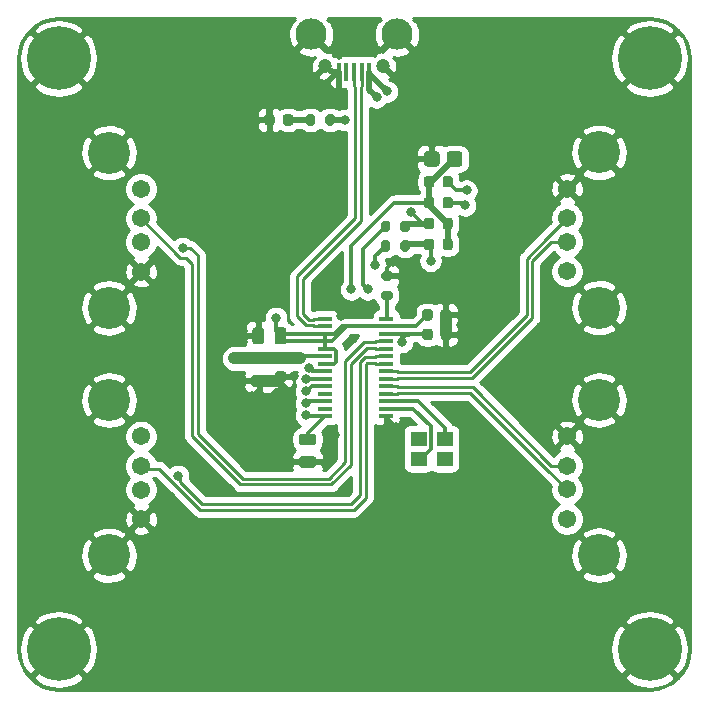
<source format=gbr>
%TF.GenerationSoftware,KiCad,Pcbnew,(5.1.10)-1*%
%TF.CreationDate,2021-08-09T12:49:03+02:00*%
%TF.ProjectId,hub,6875622e-6b69-4636-9164-5f7063625858,rev?*%
%TF.SameCoordinates,Original*%
%TF.FileFunction,Copper,L1,Top*%
%TF.FilePolarity,Positive*%
%FSLAX46Y46*%
G04 Gerber Fmt 4.6, Leading zero omitted, Abs format (unit mm)*
G04 Created by KiCad (PCBNEW (5.1.10)-1) date 2021-08-09 12:49:03*
%MOMM*%
%LPD*%
G01*
G04 APERTURE LIST*
%TA.AperFunction,ComponentPad*%
%ADD10C,0.800000*%
%TD*%
%TA.AperFunction,ComponentPad*%
%ADD11C,5.400000*%
%TD*%
%TA.AperFunction,ComponentPad*%
%ADD12C,3.570000*%
%TD*%
%TA.AperFunction,ComponentPad*%
%ADD13C,1.545000*%
%TD*%
%TA.AperFunction,SMDPad,CuDef*%
%ADD14R,1.400000X1.200000*%
%TD*%
%TA.AperFunction,SMDPad,CuDef*%
%ADD15R,0.400000X1.600000*%
%TD*%
%TA.AperFunction,ComponentPad*%
%ADD16C,2.640000*%
%TD*%
%TA.AperFunction,ComponentPad*%
%ADD17C,1.200000*%
%TD*%
%TA.AperFunction,SMDPad,CuDef*%
%ADD18R,1.200000X0.400000*%
%TD*%
%TA.AperFunction,ViaPad*%
%ADD19C,0.800000*%
%TD*%
%TA.AperFunction,Conductor*%
%ADD20C,0.300000*%
%TD*%
%TA.AperFunction,Conductor*%
%ADD21C,1.000000*%
%TD*%
%TA.AperFunction,Conductor*%
%ADD22C,0.500000*%
%TD*%
%TA.AperFunction,Conductor*%
%ADD23C,0.261112*%
%TD*%
%TA.AperFunction,Conductor*%
%ADD24C,0.250000*%
%TD*%
%TA.AperFunction,Conductor*%
%ADD25C,0.254000*%
%TD*%
%TA.AperFunction,Conductor*%
%ADD26C,0.100000*%
%TD*%
G04 APERTURE END LIST*
D10*
%TO.P,H4,1*%
%TO.N,GND*%
X190788891Y-53305109D03*
X189357000Y-52712000D03*
X187925109Y-53305109D03*
X187332000Y-54737000D03*
X187925109Y-56168891D03*
X189357000Y-56762000D03*
X190788891Y-56168891D03*
X191382000Y-54737000D03*
D11*
X189357000Y-54737000D03*
%TD*%
D10*
%TO.P,H3,1*%
%TO.N,GND*%
X140750891Y-53305109D03*
X139319000Y-52712000D03*
X137887109Y-53305109D03*
X137294000Y-54737000D03*
X137887109Y-56168891D03*
X139319000Y-56762000D03*
X140750891Y-56168891D03*
X141344000Y-54737000D03*
D11*
X139319000Y-54737000D03*
%TD*%
D10*
%TO.P,H2,1*%
%TO.N,GND*%
X140750891Y-103343109D03*
X139319000Y-102750000D03*
X137887109Y-103343109D03*
X137294000Y-104775000D03*
X137887109Y-106206891D03*
X139319000Y-106800000D03*
X140750891Y-106206891D03*
X141344000Y-104775000D03*
D11*
X139319000Y-104775000D03*
%TD*%
D10*
%TO.P,H1,1*%
%TO.N,GND*%
X190788891Y-103343109D03*
X189357000Y-102750000D03*
X187925109Y-103343109D03*
X187332000Y-104775000D03*
X187925109Y-106206891D03*
X189357000Y-106800000D03*
X190788891Y-106206891D03*
X191382000Y-104775000D03*
D11*
X189357000Y-104775000D03*
%TD*%
D12*
%TO.P,J5,5*%
%TO.N,GND*%
X185082000Y-62701000D03*
X185082000Y-75841000D03*
D13*
%TO.P,J5,4*%
X182372000Y-65771000D03*
%TO.P,J5,3*%
%TO.N,/D3_P*%
X182372000Y-68271000D03*
%TO.P,J5,2*%
%TO.N,/D3_N*%
X182372000Y-70271000D03*
%TO.P,J5,1*%
%TO.N,+5V*%
X182372000Y-72771000D03*
%TD*%
D12*
%TO.P,J4,5*%
%TO.N,GND*%
X185082000Y-83656000D03*
X185082000Y-96796000D03*
D13*
%TO.P,J4,4*%
X182372000Y-86726000D03*
%TO.P,J4,3*%
%TO.N,/D4_P*%
X182372000Y-89226000D03*
%TO.P,J4,2*%
%TO.N,/D4_N*%
X182372000Y-91226000D03*
%TO.P,J4,1*%
%TO.N,+5V*%
X182372000Y-93726000D03*
%TD*%
D12*
%TO.P,J3,5*%
%TO.N,GND*%
X143594000Y-96811000D03*
X143594000Y-83671000D03*
D13*
%TO.P,J3,4*%
X146304000Y-93741000D03*
%TO.P,J3,3*%
%TO.N,/D2_P*%
X146304000Y-91241000D03*
%TO.P,J3,2*%
%TO.N,/D2_N*%
X146304000Y-89241000D03*
%TO.P,J3,1*%
%TO.N,+5V*%
X146304000Y-86741000D03*
%TD*%
D12*
%TO.P,J2,5*%
%TO.N,GND*%
X143594000Y-75856000D03*
X143594000Y-62716000D03*
D13*
%TO.P,J2,4*%
X146304000Y-72786000D03*
%TO.P,J2,3*%
%TO.N,/D1_P*%
X146304000Y-70286000D03*
%TO.P,J2,2*%
%TO.N,/D1_N*%
X146304000Y-68286000D03*
%TO.P,J2,1*%
%TO.N,+5V*%
X146304000Y-65786000D03*
%TD*%
D14*
%TO.P,Y1,4*%
%TO.N,Net-(Y1-Pad4)*%
X171999000Y-88646000D03*
%TO.P,Y1,3*%
%TO.N,/XOUT*%
X169799000Y-88646000D03*
%TO.P,Y1,2*%
%TO.N,Net-(Y1-Pad2)*%
X169799000Y-86946000D03*
%TO.P,Y1,1*%
%TO.N,/XIN*%
X171999000Y-86946000D03*
%TD*%
%TO.P,R4,2*%
%TO.N,Net-(D4-Pad2)*%
%TA.AperFunction,SMDPad,CuDef*%
G36*
G01*
X168256000Y-70887000D02*
X168256000Y-70337000D01*
G75*
G02*
X168456000Y-70137000I200000J0D01*
G01*
X168856000Y-70137000D01*
G75*
G02*
X169056000Y-70337000I0J-200000D01*
G01*
X169056000Y-70887000D01*
G75*
G02*
X168856000Y-71087000I-200000J0D01*
G01*
X168456000Y-71087000D01*
G75*
G02*
X168256000Y-70887000I0J200000D01*
G01*
G37*
%TD.AperFunction*%
%TO.P,R4,1*%
%TO.N,/LED_2*%
%TA.AperFunction,SMDPad,CuDef*%
G36*
G01*
X166606000Y-70887000D02*
X166606000Y-70337000D01*
G75*
G02*
X166806000Y-70137000I200000J0D01*
G01*
X167206000Y-70137000D01*
G75*
G02*
X167406000Y-70337000I0J-200000D01*
G01*
X167406000Y-70887000D01*
G75*
G02*
X167206000Y-71087000I-200000J0D01*
G01*
X166806000Y-71087000D01*
G75*
G02*
X166606000Y-70887000I0J200000D01*
G01*
G37*
%TD.AperFunction*%
%TD*%
%TO.P,R3,2*%
%TO.N,Net-(D2-Pad2)*%
%TA.AperFunction,SMDPad,CuDef*%
G36*
G01*
X168255000Y-69236000D02*
X168255000Y-68686000D01*
G75*
G02*
X168455000Y-68486000I200000J0D01*
G01*
X168855000Y-68486000D01*
G75*
G02*
X169055000Y-68686000I0J-200000D01*
G01*
X169055000Y-69236000D01*
G75*
G02*
X168855000Y-69436000I-200000J0D01*
G01*
X168455000Y-69436000D01*
G75*
G02*
X168255000Y-69236000I0J200000D01*
G01*
G37*
%TD.AperFunction*%
%TO.P,R3,1*%
%TO.N,/LED_1*%
%TA.AperFunction,SMDPad,CuDef*%
G36*
G01*
X166605000Y-69236000D02*
X166605000Y-68686000D01*
G75*
G02*
X166805000Y-68486000I200000J0D01*
G01*
X167205000Y-68486000D01*
G75*
G02*
X167405000Y-68686000I0J-200000D01*
G01*
X167405000Y-69236000D01*
G75*
G02*
X167205000Y-69436000I-200000J0D01*
G01*
X166805000Y-69436000D01*
G75*
G02*
X166605000Y-69236000I0J200000D01*
G01*
G37*
%TD.AperFunction*%
%TD*%
%TO.P,R2,2*%
%TO.N,Net-(R2-Pad2)*%
%TA.AperFunction,SMDPad,CuDef*%
G36*
G01*
X166857000Y-74403000D02*
X167407000Y-74403000D01*
G75*
G02*
X167607000Y-74603000I0J-200000D01*
G01*
X167607000Y-75003000D01*
G75*
G02*
X167407000Y-75203000I-200000J0D01*
G01*
X166857000Y-75203000D01*
G75*
G02*
X166657000Y-75003000I0J200000D01*
G01*
X166657000Y-74603000D01*
G75*
G02*
X166857000Y-74403000I200000J0D01*
G01*
G37*
%TD.AperFunction*%
%TO.P,R2,1*%
%TO.N,GND*%
%TA.AperFunction,SMDPad,CuDef*%
G36*
G01*
X166857000Y-72753000D02*
X167407000Y-72753000D01*
G75*
G02*
X167607000Y-72953000I0J-200000D01*
G01*
X167607000Y-73353000D01*
G75*
G02*
X167407000Y-73553000I-200000J0D01*
G01*
X166857000Y-73553000D01*
G75*
G02*
X166657000Y-73353000I0J200000D01*
G01*
X166657000Y-72953000D01*
G75*
G02*
X166857000Y-72753000I200000J0D01*
G01*
G37*
%TD.AperFunction*%
%TD*%
%TO.P,R1,2*%
%TO.N,Net-(D1-Pad2)*%
%TA.AperFunction,SMDPad,CuDef*%
G36*
G01*
X161055000Y-59669000D02*
X161055000Y-60219000D01*
G75*
G02*
X160855000Y-60419000I-200000J0D01*
G01*
X160455000Y-60419000D01*
G75*
G02*
X160255000Y-60219000I0J200000D01*
G01*
X160255000Y-59669000D01*
G75*
G02*
X160455000Y-59469000I200000J0D01*
G01*
X160855000Y-59469000D01*
G75*
G02*
X161055000Y-59669000I0J-200000D01*
G01*
G37*
%TD.AperFunction*%
%TO.P,R1,1*%
%TO.N,+5V*%
%TA.AperFunction,SMDPad,CuDef*%
G36*
G01*
X162705000Y-59669000D02*
X162705000Y-60219000D01*
G75*
G02*
X162505000Y-60419000I-200000J0D01*
G01*
X162105000Y-60419000D01*
G75*
G02*
X161905000Y-60219000I0J200000D01*
G01*
X161905000Y-59669000D01*
G75*
G02*
X162105000Y-59469000I200000J0D01*
G01*
X162505000Y-59469000D01*
G75*
G02*
X162705000Y-59669000I0J-200000D01*
G01*
G37*
%TD.AperFunction*%
%TD*%
D15*
%TO.P,J1,1*%
%TO.N,+5V*%
X165638000Y-55905000D03*
%TO.P,J1,2*%
%TO.N,/D_N*%
X164988000Y-55905000D03*
%TO.P,J1,3*%
%TO.N,/D_P*%
X164338000Y-55905000D03*
%TO.P,J1,4*%
%TO.N,Net-(J1-Pad4)*%
X163688000Y-55905000D03*
%TO.P,J1,5*%
%TO.N,GND*%
X163038000Y-55905000D03*
D16*
%TO.P,J1,6*%
X160713000Y-52705000D03*
%TO.P,J1,7*%
X167963000Y-52705000D03*
D17*
%TO.P,J1,8*%
X161913000Y-55385000D03*
%TO.P,J1,9*%
X166763000Y-55385000D03*
%TD*%
%TO.P,D6,2*%
%TO.N,/DRV*%
%TA.AperFunction,SMDPad,CuDef*%
G36*
G01*
X172175500Y-63646000D02*
X172175500Y-62846000D01*
G75*
G02*
X172425500Y-62596000I250000J0D01*
G01*
X173250500Y-62596000D01*
G75*
G02*
X173500500Y-62846000I0J-250000D01*
G01*
X173500500Y-63646000D01*
G75*
G02*
X173250500Y-63896000I-250000J0D01*
G01*
X172425500Y-63896000D01*
G75*
G02*
X172175500Y-63646000I0J250000D01*
G01*
G37*
%TD.AperFunction*%
%TO.P,D6,1*%
%TO.N,GND*%
%TA.AperFunction,SMDPad,CuDef*%
G36*
G01*
X170250500Y-63646000D02*
X170250500Y-62846000D01*
G75*
G02*
X170500500Y-62596000I250000J0D01*
G01*
X171325500Y-62596000D01*
G75*
G02*
X171575500Y-62846000I0J-250000D01*
G01*
X171575500Y-63646000D01*
G75*
G02*
X171325500Y-63896000I-250000J0D01*
G01*
X170500500Y-63896000D01*
G75*
G02*
X170250500Y-63646000I0J250000D01*
G01*
G37*
%TD.AperFunction*%
%TD*%
%TO.P,D5,2*%
%TO.N,/DRV*%
%TA.AperFunction,SMDPad,CuDef*%
G36*
G01*
X171825500Y-70741250D02*
X171825500Y-70228750D01*
G75*
G02*
X172044250Y-70010000I218750J0D01*
G01*
X172481750Y-70010000D01*
G75*
G02*
X172700500Y-70228750I0J-218750D01*
G01*
X172700500Y-70741250D01*
G75*
G02*
X172481750Y-70960000I-218750J0D01*
G01*
X172044250Y-70960000D01*
G75*
G02*
X171825500Y-70741250I0J218750D01*
G01*
G37*
%TD.AperFunction*%
%TO.P,D5,1*%
%TO.N,Net-(D4-Pad2)*%
%TA.AperFunction,SMDPad,CuDef*%
G36*
G01*
X170250500Y-70741250D02*
X170250500Y-70228750D01*
G75*
G02*
X170469250Y-70010000I218750J0D01*
G01*
X170906750Y-70010000D01*
G75*
G02*
X171125500Y-70228750I0J-218750D01*
G01*
X171125500Y-70741250D01*
G75*
G02*
X170906750Y-70960000I-218750J0D01*
G01*
X170469250Y-70960000D01*
G75*
G02*
X170250500Y-70741250I0J218750D01*
G01*
G37*
%TD.AperFunction*%
%TD*%
%TO.P,D4,2*%
%TO.N,Net-(D4-Pad2)*%
%TA.AperFunction,SMDPad,CuDef*%
G36*
G01*
X171825500Y-67209250D02*
X171825500Y-66696750D01*
G75*
G02*
X172044250Y-66478000I218750J0D01*
G01*
X172481750Y-66478000D01*
G75*
G02*
X172700500Y-66696750I0J-218750D01*
G01*
X172700500Y-67209250D01*
G75*
G02*
X172481750Y-67428000I-218750J0D01*
G01*
X172044250Y-67428000D01*
G75*
G02*
X171825500Y-67209250I0J218750D01*
G01*
G37*
%TD.AperFunction*%
%TO.P,D4,1*%
%TO.N,/DRV*%
%TA.AperFunction,SMDPad,CuDef*%
G36*
G01*
X170250500Y-67209250D02*
X170250500Y-66696750D01*
G75*
G02*
X170469250Y-66478000I218750J0D01*
G01*
X170906750Y-66478000D01*
G75*
G02*
X171125500Y-66696750I0J-218750D01*
G01*
X171125500Y-67209250D01*
G75*
G02*
X170906750Y-67428000I-218750J0D01*
G01*
X170469250Y-67428000D01*
G75*
G02*
X170250500Y-67209250I0J218750D01*
G01*
G37*
%TD.AperFunction*%
%TD*%
%TO.P,D3,2*%
%TO.N,/DRV*%
%TA.AperFunction,SMDPad,CuDef*%
G36*
G01*
X171825500Y-68975250D02*
X171825500Y-68462750D01*
G75*
G02*
X172044250Y-68244000I218750J0D01*
G01*
X172481750Y-68244000D01*
G75*
G02*
X172700500Y-68462750I0J-218750D01*
G01*
X172700500Y-68975250D01*
G75*
G02*
X172481750Y-69194000I-218750J0D01*
G01*
X172044250Y-69194000D01*
G75*
G02*
X171825500Y-68975250I0J218750D01*
G01*
G37*
%TD.AperFunction*%
%TO.P,D3,1*%
%TO.N,Net-(D2-Pad2)*%
%TA.AperFunction,SMDPad,CuDef*%
G36*
G01*
X170250500Y-68975250D02*
X170250500Y-68462750D01*
G75*
G02*
X170469250Y-68244000I218750J0D01*
G01*
X170906750Y-68244000D01*
G75*
G02*
X171125500Y-68462750I0J-218750D01*
G01*
X171125500Y-68975250D01*
G75*
G02*
X170906750Y-69194000I-218750J0D01*
G01*
X170469250Y-69194000D01*
G75*
G02*
X170250500Y-68975250I0J218750D01*
G01*
G37*
%TD.AperFunction*%
%TD*%
%TO.P,D2,2*%
%TO.N,Net-(D2-Pad2)*%
%TA.AperFunction,SMDPad,CuDef*%
G36*
G01*
X171825500Y-65443250D02*
X171825500Y-64930750D01*
G75*
G02*
X172044250Y-64712000I218750J0D01*
G01*
X172481750Y-64712000D01*
G75*
G02*
X172700500Y-64930750I0J-218750D01*
G01*
X172700500Y-65443250D01*
G75*
G02*
X172481750Y-65662000I-218750J0D01*
G01*
X172044250Y-65662000D01*
G75*
G02*
X171825500Y-65443250I0J218750D01*
G01*
G37*
%TD.AperFunction*%
%TO.P,D2,1*%
%TO.N,/DRV*%
%TA.AperFunction,SMDPad,CuDef*%
G36*
G01*
X170250500Y-65443250D02*
X170250500Y-64930750D01*
G75*
G02*
X170469250Y-64712000I218750J0D01*
G01*
X170906750Y-64712000D01*
G75*
G02*
X171125500Y-64930750I0J-218750D01*
G01*
X171125500Y-65443250D01*
G75*
G02*
X170906750Y-65662000I-218750J0D01*
G01*
X170469250Y-65662000D01*
G75*
G02*
X170250500Y-65443250I0J218750D01*
G01*
G37*
%TD.AperFunction*%
%TD*%
%TO.P,D1,2*%
%TO.N,Net-(D1-Pad2)*%
%TA.AperFunction,SMDPad,CuDef*%
G36*
G01*
X158312500Y-60200250D02*
X158312500Y-59687750D01*
G75*
G02*
X158531250Y-59469000I218750J0D01*
G01*
X158968750Y-59469000D01*
G75*
G02*
X159187500Y-59687750I0J-218750D01*
G01*
X159187500Y-60200250D01*
G75*
G02*
X158968750Y-60419000I-218750J0D01*
G01*
X158531250Y-60419000D01*
G75*
G02*
X158312500Y-60200250I0J218750D01*
G01*
G37*
%TD.AperFunction*%
%TO.P,D1,1*%
%TO.N,GND*%
%TA.AperFunction,SMDPad,CuDef*%
G36*
G01*
X156737500Y-60200250D02*
X156737500Y-59687750D01*
G75*
G02*
X156956250Y-59469000I218750J0D01*
G01*
X157393750Y-59469000D01*
G75*
G02*
X157612500Y-59687750I0J-218750D01*
G01*
X157612500Y-60200250D01*
G75*
G02*
X157393750Y-60419000I-218750J0D01*
G01*
X156956250Y-60419000D01*
G75*
G02*
X156737500Y-60200250I0J218750D01*
G01*
G37*
%TD.AperFunction*%
%TD*%
%TO.P,C6,2*%
%TO.N,GND*%
%TA.AperFunction,SMDPad,CuDef*%
G36*
G01*
X159926000Y-88400000D02*
X160876000Y-88400000D01*
G75*
G02*
X161126000Y-88650000I0J-250000D01*
G01*
X161126000Y-89150000D01*
G75*
G02*
X160876000Y-89400000I-250000J0D01*
G01*
X159926000Y-89400000D01*
G75*
G02*
X159676000Y-89150000I0J250000D01*
G01*
X159676000Y-88650000D01*
G75*
G02*
X159926000Y-88400000I250000J0D01*
G01*
G37*
%TD.AperFunction*%
%TO.P,C6,1*%
%TO.N,+1V8*%
%TA.AperFunction,SMDPad,CuDef*%
G36*
G01*
X159926000Y-86500000D02*
X160876000Y-86500000D01*
G75*
G02*
X161126000Y-86750000I0J-250000D01*
G01*
X161126000Y-87250000D01*
G75*
G02*
X160876000Y-87500000I-250000J0D01*
G01*
X159926000Y-87500000D01*
G75*
G02*
X159676000Y-87250000I0J250000D01*
G01*
X159676000Y-86750000D01*
G75*
G02*
X159926000Y-86500000I250000J0D01*
G01*
G37*
%TD.AperFunction*%
%TD*%
%TO.P,C5,2*%
%TO.N,GND*%
%TA.AperFunction,SMDPad,CuDef*%
G36*
G01*
X171661000Y-78355000D02*
X171661000Y-77855000D01*
G75*
G02*
X171886000Y-77630000I225000J0D01*
G01*
X172336000Y-77630000D01*
G75*
G02*
X172561000Y-77855000I0J-225000D01*
G01*
X172561000Y-78355000D01*
G75*
G02*
X172336000Y-78580000I-225000J0D01*
G01*
X171886000Y-78580000D01*
G75*
G02*
X171661000Y-78355000I0J225000D01*
G01*
G37*
%TD.AperFunction*%
%TO.P,C5,1*%
%TO.N,+1V8*%
%TA.AperFunction,SMDPad,CuDef*%
G36*
G01*
X170111000Y-78355000D02*
X170111000Y-77855000D01*
G75*
G02*
X170336000Y-77630000I225000J0D01*
G01*
X170786000Y-77630000D01*
G75*
G02*
X171011000Y-77855000I0J-225000D01*
G01*
X171011000Y-78355000D01*
G75*
G02*
X170786000Y-78580000I-225000J0D01*
G01*
X170336000Y-78580000D01*
G75*
G02*
X170111000Y-78355000I0J225000D01*
G01*
G37*
%TD.AperFunction*%
%TD*%
%TO.P,C4,2*%
%TO.N,GND*%
%TA.AperFunction,SMDPad,CuDef*%
G36*
G01*
X156710000Y-77757000D02*
X156710000Y-78707000D01*
G75*
G02*
X156460000Y-78957000I-250000J0D01*
G01*
X155960000Y-78957000D01*
G75*
G02*
X155710000Y-78707000I0J250000D01*
G01*
X155710000Y-77757000D01*
G75*
G02*
X155960000Y-77507000I250000J0D01*
G01*
X156460000Y-77507000D01*
G75*
G02*
X156710000Y-77757000I0J-250000D01*
G01*
G37*
%TD.AperFunction*%
%TO.P,C4,1*%
%TO.N,+3V3*%
%TA.AperFunction,SMDPad,CuDef*%
G36*
G01*
X158610000Y-77757000D02*
X158610000Y-78707000D01*
G75*
G02*
X158360000Y-78957000I-250000J0D01*
G01*
X157860000Y-78957000D01*
G75*
G02*
X157610000Y-78707000I0J250000D01*
G01*
X157610000Y-77757000D01*
G75*
G02*
X157860000Y-77507000I250000J0D01*
G01*
X158360000Y-77507000D01*
G75*
G02*
X158610000Y-77757000I0J-250000D01*
G01*
G37*
%TD.AperFunction*%
%TD*%
%TO.P,C3,2*%
%TO.N,GND*%
%TA.AperFunction,SMDPad,CuDef*%
G36*
G01*
X171648000Y-76704000D02*
X171648000Y-76204000D01*
G75*
G02*
X171873000Y-75979000I225000J0D01*
G01*
X172323000Y-75979000D01*
G75*
G02*
X172548000Y-76204000I0J-225000D01*
G01*
X172548000Y-76704000D01*
G75*
G02*
X172323000Y-76929000I-225000J0D01*
G01*
X171873000Y-76929000D01*
G75*
G02*
X171648000Y-76704000I0J225000D01*
G01*
G37*
%TD.AperFunction*%
%TO.P,C3,1*%
%TO.N,+3V3*%
%TA.AperFunction,SMDPad,CuDef*%
G36*
G01*
X170098000Y-76704000D02*
X170098000Y-76204000D01*
G75*
G02*
X170323000Y-75979000I225000J0D01*
G01*
X170773000Y-75979000D01*
G75*
G02*
X170998000Y-76204000I0J-225000D01*
G01*
X170998000Y-76704000D01*
G75*
G02*
X170773000Y-76929000I-225000J0D01*
G01*
X170323000Y-76929000D01*
G75*
G02*
X170098000Y-76704000I0J225000D01*
G01*
G37*
%TD.AperFunction*%
%TD*%
%TO.P,C2,2*%
%TO.N,GND*%
%TA.AperFunction,SMDPad,CuDef*%
G36*
G01*
X155862000Y-81537000D02*
X156812000Y-81537000D01*
G75*
G02*
X157062000Y-81787000I0J-250000D01*
G01*
X157062000Y-82287000D01*
G75*
G02*
X156812000Y-82537000I-250000J0D01*
G01*
X155862000Y-82537000D01*
G75*
G02*
X155612000Y-82287000I0J250000D01*
G01*
X155612000Y-81787000D01*
G75*
G02*
X155862000Y-81537000I250000J0D01*
G01*
G37*
%TD.AperFunction*%
%TO.P,C2,1*%
%TO.N,+5V*%
%TA.AperFunction,SMDPad,CuDef*%
G36*
G01*
X155862000Y-79637000D02*
X156812000Y-79637000D01*
G75*
G02*
X157062000Y-79887000I0J-250000D01*
G01*
X157062000Y-80387000D01*
G75*
G02*
X156812000Y-80637000I-250000J0D01*
G01*
X155862000Y-80637000D01*
G75*
G02*
X155612000Y-80387000I0J250000D01*
G01*
X155612000Y-79887000D01*
G75*
G02*
X155862000Y-79637000I250000J0D01*
G01*
G37*
%TD.AperFunction*%
%TD*%
%TO.P,C1,2*%
%TO.N,GND*%
%TA.AperFunction,SMDPad,CuDef*%
G36*
G01*
X157865000Y-81224000D02*
X158365000Y-81224000D01*
G75*
G02*
X158590000Y-81449000I0J-225000D01*
G01*
X158590000Y-81899000D01*
G75*
G02*
X158365000Y-82124000I-225000J0D01*
G01*
X157865000Y-82124000D01*
G75*
G02*
X157640000Y-81899000I0J225000D01*
G01*
X157640000Y-81449000D01*
G75*
G02*
X157865000Y-81224000I225000J0D01*
G01*
G37*
%TD.AperFunction*%
%TO.P,C1,1*%
%TO.N,+5V*%
%TA.AperFunction,SMDPad,CuDef*%
G36*
G01*
X157865000Y-79674000D02*
X158365000Y-79674000D01*
G75*
G02*
X158590000Y-79899000I0J-225000D01*
G01*
X158590000Y-80349000D01*
G75*
G02*
X158365000Y-80574000I-225000J0D01*
G01*
X157865000Y-80574000D01*
G75*
G02*
X157640000Y-80349000I0J225000D01*
G01*
X157640000Y-79899000D01*
G75*
G02*
X157865000Y-79674000I225000J0D01*
G01*
G37*
%TD.AperFunction*%
%TD*%
D18*
%TO.P,U1,28*%
%TO.N,+1V8*%
X161865000Y-85026500D03*
%TO.P,U1,27*%
%TO.N,Net-(U1-Pad27)*%
X161865000Y-84391500D03*
%TO.P,U1,26*%
%TO.N,+3V3*%
X161865000Y-83756500D03*
%TO.P,U1,25*%
%TO.N,Net-(U1-Pad25)*%
X161865000Y-83121500D03*
%TO.P,U1,24*%
%TO.N,/LED_2*%
X161865000Y-82486500D03*
%TO.P,U1,23*%
%TO.N,/LED_1*%
X161865000Y-81851500D03*
%TO.P,U1,22*%
%TO.N,/DRV*%
X161865000Y-81216500D03*
%TO.P,U1,21*%
%TO.N,+3V3*%
X161865000Y-80581500D03*
%TO.P,U1,20*%
%TO.N,+5V*%
X161865000Y-79946500D03*
%TO.P,U1,19*%
%TO.N,+3V3*%
X161865000Y-79311500D03*
%TO.P,U1,18*%
X161865000Y-78676500D03*
%TO.P,U1,17*%
X161865000Y-78041500D03*
%TO.P,U1,16*%
%TO.N,/D_P*%
X161865000Y-77406500D03*
%TO.P,U1,15*%
%TO.N,/D_N*%
X161865000Y-76771500D03*
%TO.P,U1,14*%
%TO.N,Net-(R2-Pad2)*%
X167065000Y-76771500D03*
%TO.P,U1,13*%
%TO.N,+3V3*%
X167065000Y-77406500D03*
%TO.P,U1,12*%
%TO.N,+1V8*%
X167065000Y-78041500D03*
%TO.P,U1,11*%
%TO.N,/D1_P*%
X167065000Y-78676500D03*
%TO.P,U1,10*%
%TO.N,/D1_N*%
X167065000Y-79311500D03*
%TO.P,U1,9*%
%TO.N,/D2_P*%
X167065000Y-79946500D03*
%TO.P,U1,8*%
%TO.N,/D2_N*%
X167065000Y-80581500D03*
%TO.P,U1,7*%
%TO.N,/D3_P*%
X167065000Y-81216500D03*
%TO.P,U1,6*%
%TO.N,/D3_N*%
X167065000Y-81851500D03*
%TO.P,U1,5*%
%TO.N,/D4_P*%
X167065000Y-82486500D03*
%TO.P,U1,4*%
%TO.N,/D4_N*%
X167065000Y-83121500D03*
%TO.P,U1,3*%
%TO.N,/XIN*%
X167065000Y-83756500D03*
%TO.P,U1,2*%
%TO.N,/XOUT*%
X167065000Y-84391500D03*
%TO.P,U1,1*%
%TO.N,GND*%
X167065000Y-85026500D03*
%TD*%
D19*
%TO.N,GND*%
X154940000Y-78740000D03*
X154940000Y-77851000D03*
X159258000Y-81661000D03*
X159004000Y-83058000D03*
X155702000Y-83312000D03*
X158496000Y-88900000D03*
X161925000Y-89154000D03*
X166497000Y-86614000D03*
X167894000Y-85979000D03*
X173482000Y-76327000D03*
X173609000Y-77978000D03*
X170942000Y-61468000D03*
X169037000Y-63246000D03*
X156972000Y-58420000D03*
X161925000Y-56896000D03*
X162814000Y-57658000D03*
X168529000Y-73025000D03*
X167640000Y-72009000D03*
X162306000Y-72771000D03*
X161417000Y-74168000D03*
X163195000Y-76581000D03*
X162687000Y-86614000D03*
X164211000Y-78486000D03*
%TO.N,+5V*%
X154178000Y-80137000D03*
X159766000Y-80137000D03*
X167132000Y-57531000D03*
X166243000Y-58039000D03*
X163576000Y-59944000D03*
%TO.N,+3V3*%
X160274000Y-83947000D03*
X157734000Y-76708000D03*
%TO.N,+1V8*%
X160274000Y-84963000D03*
X168402000Y-78740000D03*
%TO.N,Net-(D2-Pad2)*%
X169164000Y-67703000D03*
X173863000Y-65913000D03*
%TO.N,/DRV*%
X160513410Y-80944081D03*
X164084000Y-74295000D03*
%TO.N,Net-(D4-Pad2)*%
X173736000Y-67183000D03*
X170815000Y-71882000D03*
%TO.N,/LED_1*%
X165481000Y-74295000D03*
X160274000Y-81915000D03*
%TO.N,/LED_2*%
X166116000Y-72263000D03*
X160274000Y-82931000D03*
%TO.N,/D1_P*%
X149821153Y-70777847D03*
%TO.N,/D2_P*%
X149450683Y-90079698D03*
%TD*%
D20*
%TO.N,GND*%
X155448000Y-78232000D02*
X154940000Y-78740000D01*
X156210000Y-78232000D02*
X155448000Y-78232000D01*
X155321000Y-78232000D02*
X154940000Y-77851000D01*
X156210000Y-78232000D02*
X155321000Y-78232000D01*
X159245000Y-81674000D02*
X159258000Y-81661000D01*
X158115000Y-81674000D02*
X159245000Y-81674000D01*
X158115000Y-82169000D02*
X159004000Y-83058000D01*
X158115000Y-81674000D02*
X158115000Y-82169000D01*
D21*
X157752000Y-82037000D02*
X158115000Y-81674000D01*
X156337000Y-82037000D02*
X157752000Y-82037000D01*
D20*
X156337000Y-82677000D02*
X155702000Y-83312000D01*
X156337000Y-82037000D02*
X156337000Y-82677000D01*
X160401000Y-88900000D02*
X158496000Y-88900000D01*
X161671000Y-88900000D02*
X161925000Y-89154000D01*
X160401000Y-88900000D02*
X161671000Y-88900000D01*
X167065000Y-86046000D02*
X166497000Y-86614000D01*
X167065000Y-85026500D02*
X167065000Y-86046000D01*
X167065000Y-85150000D02*
X167894000Y-85979000D01*
X167065000Y-85026500D02*
X167065000Y-85150000D01*
D21*
X172098000Y-78092000D02*
X172111000Y-78105000D01*
X172098000Y-76454000D02*
X172098000Y-78092000D01*
D20*
X173355000Y-76454000D02*
X173482000Y-76327000D01*
X172098000Y-76454000D02*
X173355000Y-76454000D01*
X173482000Y-78105000D02*
X173609000Y-77978000D01*
X172111000Y-78105000D02*
X173482000Y-78105000D01*
D22*
X170913000Y-61497000D02*
X170942000Y-61468000D01*
X170913000Y-63246000D02*
X170913000Y-61497000D01*
X170913000Y-63246000D02*
X169037000Y-63246000D01*
X157175000Y-58623000D02*
X156972000Y-58420000D01*
X157175000Y-59944000D02*
X157175000Y-58623000D01*
X162433000Y-55905000D02*
X161913000Y-55385000D01*
X163038000Y-55905000D02*
X162433000Y-55905000D01*
X162916000Y-55905000D02*
X161925000Y-56896000D01*
X163038000Y-55905000D02*
X162916000Y-55905000D01*
X163038000Y-57434000D02*
X162814000Y-57658000D01*
X163038000Y-55905000D02*
X163038000Y-57434000D01*
D20*
X168401000Y-73153000D02*
X168529000Y-73025000D01*
X167132000Y-73153000D02*
X168401000Y-73153000D01*
X167132000Y-72517000D02*
X167640000Y-72009000D01*
X167132000Y-73153000D02*
X167132000Y-72517000D01*
D21*
%TO.N,+5V*%
X158102000Y-80137000D02*
X158115000Y-80124000D01*
X156337000Y-80137000D02*
X158102000Y-80137000D01*
X156337000Y-80137000D02*
X154178000Y-80137000D01*
X159753000Y-80124000D02*
X159766000Y-80137000D01*
X158115000Y-80124000D02*
X159753000Y-80124000D01*
D20*
X159956500Y-79946500D02*
X159766000Y-80137000D01*
X161865000Y-79946500D02*
X159956500Y-79946500D01*
D22*
X165638000Y-56037000D02*
X167132000Y-57531000D01*
X165638000Y-55905000D02*
X165638000Y-56037000D01*
X165638000Y-57434000D02*
X166243000Y-58039000D01*
X165638000Y-55905000D02*
X165638000Y-57434000D01*
X162305000Y-59944000D02*
X163576000Y-59944000D01*
D20*
%TO.N,+3V3*%
X169595500Y-77406500D02*
X170548000Y-76454000D01*
X167065000Y-77406500D02*
X169595500Y-77406500D01*
X158554500Y-78676500D02*
X158110000Y-78232000D01*
X161865000Y-78676500D02*
X158554500Y-78676500D01*
X158300500Y-78041500D02*
X158110000Y-78232000D01*
X161865000Y-78041500D02*
X158300500Y-78041500D01*
X161865000Y-78041500D02*
X161865000Y-78676500D01*
X162660002Y-78041500D02*
X161865000Y-78041500D01*
X163295002Y-77406500D02*
X162660002Y-78041500D01*
X162496500Y-78676500D02*
X163766500Y-77406500D01*
X161865000Y-78676500D02*
X162496500Y-78676500D01*
X163766500Y-77406500D02*
X163295002Y-77406500D01*
X167065000Y-77406500D02*
X163766500Y-77406500D01*
X160591500Y-83756500D02*
X161865000Y-83756500D01*
X160274000Y-83947000D02*
X160591500Y-83756500D01*
X157734000Y-77856000D02*
X158110000Y-78232000D01*
X157734000Y-76708000D02*
X157734000Y-77856000D01*
X162660002Y-79311500D02*
X161865000Y-79311500D01*
X162815001Y-79466499D02*
X162660002Y-79311500D01*
X162815001Y-80426501D02*
X162815001Y-79466499D01*
X162660002Y-80581500D02*
X162815001Y-80426501D01*
X161865000Y-80581500D02*
X162660002Y-80581500D01*
X161865000Y-79311500D02*
X161865000Y-78676500D01*
%TO.N,+1V8*%
X160401000Y-86490500D02*
X161865000Y-85026500D01*
X160401000Y-87000000D02*
X160401000Y-86490500D01*
X170497500Y-78041500D02*
X170561000Y-78105000D01*
X160337500Y-85026500D02*
X160274000Y-84963000D01*
X161865000Y-85026500D02*
X160337500Y-85026500D01*
X168211500Y-78041500D02*
X167065000Y-78041500D01*
X169481500Y-78041500D02*
X170497500Y-78041500D01*
X168402000Y-78105000D02*
X168465500Y-78041500D01*
X168402000Y-78740000D02*
X168402000Y-78105000D01*
X168465500Y-78041500D02*
X169481500Y-78041500D01*
X167065000Y-78041500D02*
X168465500Y-78041500D01*
X168973500Y-78168500D02*
X169100500Y-78041500D01*
X169100500Y-78041500D02*
X169481500Y-78041500D01*
X168402000Y-78486000D02*
X168719500Y-78168500D01*
X168719500Y-78168500D02*
X168973500Y-78168500D01*
X168402000Y-78740000D02*
X168402000Y-78486000D01*
D22*
%TO.N,Net-(D1-Pad2)*%
X158750000Y-59944000D02*
X160655000Y-59944000D01*
%TO.N,Net-(D2-Pad2)*%
X168897000Y-68719000D02*
X168655000Y-68961000D01*
X170688000Y-68719000D02*
X168897000Y-68719000D01*
D20*
X170180000Y-68719000D02*
X169164000Y-67703000D01*
X170688000Y-68719000D02*
X170180000Y-68719000D01*
X172989000Y-65913000D02*
X172263000Y-65187000D01*
X173863000Y-65913000D02*
X172989000Y-65913000D01*
D22*
%TO.N,/DRV*%
X172263000Y-70485000D02*
X172263000Y-68719000D01*
X170688000Y-67144000D02*
X172263000Y-68719000D01*
X170688000Y-66953000D02*
X170688000Y-67144000D01*
X170688000Y-66953000D02*
X170688000Y-65187000D01*
X172783228Y-63246000D02*
X172838000Y-63246000D01*
X170842228Y-65187000D02*
X172783228Y-63246000D01*
X170688000Y-65187000D02*
X170842228Y-65187000D01*
D20*
X160785829Y-81216500D02*
X160513410Y-80944081D01*
X161865000Y-81216500D02*
X160785829Y-81216500D01*
X164084000Y-70629168D02*
X167760168Y-66953000D01*
X167760168Y-66953000D02*
X170688000Y-66953000D01*
X164084000Y-74295000D02*
X164084000Y-70629168D01*
D22*
%TO.N,Net-(D4-Pad2)*%
X168783000Y-70485000D02*
X168656000Y-70612000D01*
X170688000Y-70485000D02*
X168783000Y-70485000D01*
D20*
X173506000Y-66953000D02*
X173736000Y-67183000D01*
X172263000Y-66953000D02*
X173506000Y-66953000D01*
X170815000Y-70612000D02*
X170688000Y-70485000D01*
X170815000Y-71882000D02*
X170815000Y-70612000D01*
D23*
%TO.N,/D_P*%
X164430844Y-57197845D02*
X164430844Y-68285836D01*
X164338000Y-57105001D02*
X164430844Y-57197845D01*
X164338000Y-55905000D02*
X164338000Y-57105001D01*
X164430844Y-68285836D02*
X159533844Y-73182836D01*
X159533844Y-73182836D02*
X159533844Y-76550164D01*
X160964999Y-77406500D02*
X161865000Y-77406500D01*
X160879655Y-77321156D02*
X160964999Y-77406500D01*
X160304836Y-77321156D02*
X160879655Y-77321156D01*
X159533844Y-76550164D02*
X160304836Y-77321156D01*
%TO.N,/D_N*%
X164988000Y-57105001D02*
X164895156Y-57197845D01*
X164988000Y-55905000D02*
X164988000Y-57105001D01*
X164895156Y-57197845D02*
X164895156Y-68478164D01*
X164895156Y-68478164D02*
X159998156Y-73375164D01*
X159998156Y-73375164D02*
X159998156Y-76357836D01*
X160879655Y-76856844D02*
X160964999Y-76771500D01*
X160964999Y-76771500D02*
X161865000Y-76771500D01*
X160497164Y-76856844D02*
X160879655Y-76856844D01*
X159998156Y-76357836D02*
X160497164Y-76856844D01*
D20*
%TO.N,Net-(R2-Pad2)*%
X167132000Y-76704500D02*
X167065000Y-76771500D01*
X167132000Y-74803000D02*
X167132000Y-76704500D01*
%TO.N,/LED_1*%
X165081001Y-70884999D02*
X167005000Y-68961000D01*
X165081001Y-73895001D02*
X165081001Y-70884999D01*
X165481000Y-74295000D02*
X165081001Y-73895001D01*
X160337500Y-81851500D02*
X160274000Y-81915000D01*
X161865000Y-81851500D02*
X160337500Y-81851500D01*
%TO.N,/LED_2*%
X166116000Y-71502000D02*
X167006000Y-70612000D01*
X166116000Y-72263000D02*
X166116000Y-71502000D01*
X161193502Y-82486500D02*
X161865000Y-82486500D01*
X160368002Y-82931000D02*
X160274000Y-82931000D01*
X160812502Y-82486500D02*
X160368002Y-82931000D01*
X161865000Y-82486500D02*
X160812502Y-82486500D01*
D24*
%TO.N,/D1_P*%
X150481167Y-70777847D02*
X149821153Y-70777847D01*
X151108156Y-71404836D02*
X150481167Y-70777847D01*
X151108156Y-71404836D02*
X151108156Y-72263000D01*
D23*
X167065000Y-78676500D02*
X166164999Y-78676500D01*
X166164999Y-78676500D02*
X166079655Y-78761844D01*
X166079655Y-78761844D02*
X165219085Y-78761844D01*
X163597844Y-80383085D02*
X163597844Y-88930836D01*
X165219085Y-78761844D02*
X163597844Y-80383085D01*
X163597844Y-88930836D02*
X162209836Y-90318844D01*
X154909164Y-90318844D02*
X151108156Y-86517836D01*
X162209836Y-90318844D02*
X154909164Y-90318844D01*
X151108156Y-86517836D02*
X151108156Y-72263000D01*
D24*
%TO.N,/D1_N*%
X149615164Y-71597164D02*
X146304000Y-68286000D01*
X150643844Y-72263000D02*
X150643844Y-72157844D01*
X150083164Y-71597164D02*
X149615164Y-71597164D01*
X150643844Y-72157844D02*
X150083164Y-71597164D01*
D23*
X150643844Y-86710164D02*
X150643844Y-72263000D01*
X154716836Y-90783156D02*
X150643844Y-86710164D01*
X162402164Y-90783156D02*
X154716836Y-90783156D01*
X164062156Y-80575413D02*
X164062156Y-89123164D01*
X164062156Y-89123164D02*
X162402164Y-90783156D01*
X166079655Y-79226156D02*
X165411413Y-79226156D01*
X167065000Y-79311500D02*
X166164999Y-79311500D01*
X166164999Y-79311500D02*
X166079655Y-79226156D01*
X165411413Y-79226156D02*
X164062156Y-80575413D01*
%TO.N,/D2_P*%
X166164999Y-79946500D02*
X166079655Y-80031844D01*
X167065000Y-79946500D02*
X166164999Y-79946500D01*
X166079655Y-80031844D02*
X165257836Y-80031844D01*
X165257836Y-80031844D02*
X164867844Y-80421836D01*
X164867844Y-80421836D02*
X164867844Y-91724836D01*
X164867844Y-91724836D02*
X164114836Y-92477844D01*
X164114836Y-92477844D02*
X151480164Y-92477844D01*
X151480164Y-92477844D02*
X149575164Y-90572844D01*
D24*
X149575164Y-90204179D02*
X149450683Y-90079698D01*
X149575164Y-90572844D02*
X149575164Y-90204179D01*
D23*
%TO.N,/D2_N*%
X166164999Y-80581500D02*
X166079655Y-80496156D01*
X167065000Y-80581500D02*
X166164999Y-80581500D01*
X166079655Y-80496156D02*
X165450164Y-80496156D01*
X165450164Y-80496156D02*
X165332156Y-80614164D01*
X165332156Y-80614164D02*
X165332156Y-91917164D01*
X165332156Y-91917164D02*
X164307164Y-92942156D01*
X164307164Y-92942156D02*
X151287836Y-92942156D01*
X151287836Y-92942156D02*
X149382836Y-91037156D01*
D24*
X149382836Y-91037156D02*
X147828000Y-89482320D01*
X146545320Y-89482320D02*
X146304000Y-89241000D01*
X147828000Y-89482320D02*
X146545320Y-89482320D01*
D23*
%TO.N,/D3_P*%
X168050345Y-81301844D02*
X174147836Y-81301844D01*
X167965001Y-81216500D02*
X168050345Y-81301844D01*
X167065000Y-81216500D02*
X167965001Y-81216500D01*
X174147836Y-81301844D02*
X178964844Y-76484836D01*
X180700318Y-69942682D02*
X182372000Y-68271000D01*
X178964844Y-71678156D02*
X180700318Y-69942682D01*
X178964844Y-76484836D02*
X178964844Y-71678156D01*
%TO.N,/D3_N*%
X167965001Y-81851500D02*
X168050345Y-81766156D01*
X167065000Y-81851500D02*
X167965001Y-81851500D01*
X168050345Y-81766156D02*
X174340164Y-81766156D01*
X174340164Y-81766156D02*
X179429156Y-76677164D01*
X179429156Y-71870481D02*
X181028637Y-70271000D01*
X179429156Y-76677164D02*
X179429156Y-71870481D01*
X181028637Y-70271000D02*
X182372000Y-70271000D01*
%TO.N,/D4_P*%
X181028637Y-89226000D02*
X182372000Y-89226000D01*
X174374481Y-82571844D02*
X181028637Y-89226000D01*
X168050345Y-82571844D02*
X174374481Y-82571844D01*
X167965001Y-82486500D02*
X168050345Y-82571844D01*
X167065000Y-82486500D02*
X167965001Y-82486500D01*
%TO.N,/D4_N*%
X180700318Y-89554318D02*
X182372000Y-91226000D01*
X174182156Y-83036156D02*
X180700318Y-89554318D01*
X167065000Y-83121500D02*
X167965001Y-83121500D01*
X167965001Y-83121500D02*
X168050345Y-83036156D01*
X168050345Y-83036156D02*
X174182156Y-83036156D01*
D20*
%TO.N,/XIN*%
X167065000Y-83756500D02*
X169735500Y-83756500D01*
X171999000Y-86020000D02*
X171999000Y-86946000D01*
X169735500Y-83756500D02*
X171999000Y-86020000D01*
%TO.N,/XOUT*%
X169354500Y-84391500D02*
X167065000Y-84391500D01*
X170849001Y-85886001D02*
X169354500Y-84391500D01*
X170849001Y-87826001D02*
X170849001Y-85886001D01*
X170029002Y-88646000D02*
X170849001Y-87826001D01*
X169799000Y-88646000D02*
X170029002Y-88646000D01*
%TD*%
D25*
%TO.N,GND*%
X159234548Y-51406156D02*
X159349529Y-51521137D01*
X159052394Y-51655480D01*
X158879551Y-51999614D01*
X158777166Y-52370857D01*
X158749175Y-52754940D01*
X158796652Y-53137104D01*
X158917773Y-53502662D01*
X159052394Y-53754520D01*
X159349531Y-53888864D01*
X160533395Y-52705000D01*
X160519253Y-52690858D01*
X160698858Y-52511253D01*
X160713000Y-52525395D01*
X160727143Y-52511253D01*
X160906748Y-52690858D01*
X160892605Y-52705000D01*
X162076469Y-53888864D01*
X162373606Y-53754520D01*
X162546449Y-53410386D01*
X162648834Y-53039143D01*
X162676825Y-52655060D01*
X162629348Y-52272896D01*
X162508227Y-51907338D01*
X162373606Y-51655480D01*
X162076471Y-51521137D01*
X162191452Y-51406156D01*
X162118296Y-51333000D01*
X166557704Y-51333000D01*
X166484548Y-51406156D01*
X166599529Y-51521137D01*
X166302394Y-51655480D01*
X166129551Y-51999614D01*
X166027166Y-52370857D01*
X165999175Y-52754940D01*
X166046652Y-53137104D01*
X166167773Y-53502662D01*
X166302394Y-53754520D01*
X166599531Y-53888864D01*
X167783395Y-52705000D01*
X167769253Y-52690858D01*
X167948858Y-52511253D01*
X167963000Y-52525395D01*
X167977143Y-52511253D01*
X168156748Y-52690858D01*
X168142605Y-52705000D01*
X169326469Y-53888864D01*
X169623606Y-53754520D01*
X169796449Y-53410386D01*
X169898834Y-53039143D01*
X169926825Y-52655060D01*
X169894099Y-52391626D01*
X187191231Y-52391626D01*
X189357000Y-54557395D01*
X191522769Y-52391626D01*
X191222589Y-51953172D01*
X190643644Y-51642704D01*
X190015254Y-51451148D01*
X189361569Y-51385866D01*
X188707707Y-51449366D01*
X188078797Y-51639208D01*
X187499008Y-51948096D01*
X187491411Y-51953172D01*
X187191231Y-52391626D01*
X169894099Y-52391626D01*
X169879348Y-52272896D01*
X169758227Y-51907338D01*
X169623606Y-51655480D01*
X169326471Y-51521137D01*
X169441452Y-51406156D01*
X169368296Y-51333000D01*
X189324721Y-51333000D01*
X190017558Y-51400933D01*
X190652960Y-51592772D01*
X191238994Y-51904373D01*
X191753347Y-52323870D01*
X192176419Y-52835275D01*
X192492104Y-53419123D01*
X192688375Y-54053170D01*
X192761000Y-54744155D01*
X192761001Y-104742712D01*
X192693067Y-105435558D01*
X192501228Y-106070958D01*
X192189630Y-106656991D01*
X191770130Y-107171347D01*
X191258725Y-107594419D01*
X190674878Y-107910103D01*
X190040830Y-108106375D01*
X189349845Y-108179000D01*
X139351278Y-108179000D01*
X138658442Y-108111067D01*
X138023042Y-107919228D01*
X137437009Y-107607630D01*
X136922653Y-107188130D01*
X136866601Y-107120374D01*
X137153231Y-107120374D01*
X137453411Y-107558828D01*
X138032356Y-107869296D01*
X138660746Y-108060852D01*
X139314431Y-108126134D01*
X139968293Y-108062634D01*
X140597203Y-107872792D01*
X141176992Y-107563904D01*
X141184589Y-107558828D01*
X141484769Y-107120374D01*
X187191231Y-107120374D01*
X187491411Y-107558828D01*
X188070356Y-107869296D01*
X188698746Y-108060852D01*
X189352431Y-108126134D01*
X190006293Y-108062634D01*
X190635203Y-107872792D01*
X191214992Y-107563904D01*
X191222589Y-107558828D01*
X191522769Y-107120374D01*
X189357000Y-104954605D01*
X187191231Y-107120374D01*
X141484769Y-107120374D01*
X139319000Y-104954605D01*
X137153231Y-107120374D01*
X136866601Y-107120374D01*
X136499581Y-106676725D01*
X136183897Y-106092878D01*
X135987625Y-105458830D01*
X135915272Y-104770431D01*
X135967866Y-104770431D01*
X136031366Y-105424293D01*
X136221208Y-106053203D01*
X136530096Y-106632992D01*
X136535172Y-106640589D01*
X136973626Y-106940769D01*
X139139395Y-104775000D01*
X139498605Y-104775000D01*
X141664374Y-106940769D01*
X142102828Y-106640589D01*
X142413296Y-106061644D01*
X142604852Y-105433254D01*
X142670134Y-104779569D01*
X142669247Y-104770431D01*
X186005866Y-104770431D01*
X186069366Y-105424293D01*
X186259208Y-106053203D01*
X186568096Y-106632992D01*
X186573172Y-106640589D01*
X187011626Y-106940769D01*
X189177395Y-104775000D01*
X189536605Y-104775000D01*
X191702374Y-106940769D01*
X192140828Y-106640589D01*
X192451296Y-106061644D01*
X192642852Y-105433254D01*
X192708134Y-104779569D01*
X192644634Y-104125707D01*
X192454792Y-103496797D01*
X192145904Y-102917008D01*
X192140828Y-102909411D01*
X191702374Y-102609231D01*
X189536605Y-104775000D01*
X189177395Y-104775000D01*
X187011626Y-102609231D01*
X186573172Y-102909411D01*
X186262704Y-103488356D01*
X186071148Y-104116746D01*
X186005866Y-104770431D01*
X142669247Y-104770431D01*
X142606634Y-104125707D01*
X142416792Y-103496797D01*
X142107904Y-102917008D01*
X142102828Y-102909411D01*
X141664374Y-102609231D01*
X139498605Y-104775000D01*
X139139395Y-104775000D01*
X136973626Y-102609231D01*
X136535172Y-102909411D01*
X136224704Y-103488356D01*
X136033148Y-104116746D01*
X135967866Y-104770431D01*
X135915272Y-104770431D01*
X135915000Y-104767845D01*
X135915000Y-102429626D01*
X137153231Y-102429626D01*
X139319000Y-104595395D01*
X141484769Y-102429626D01*
X187191231Y-102429626D01*
X189357000Y-104595395D01*
X191522769Y-102429626D01*
X191222589Y-101991172D01*
X190643644Y-101680704D01*
X190015254Y-101489148D01*
X189361569Y-101423866D01*
X188707707Y-101487366D01*
X188078797Y-101677208D01*
X187499008Y-101986096D01*
X187491411Y-101991172D01*
X187191231Y-102429626D01*
X141484769Y-102429626D01*
X141184589Y-101991172D01*
X140605644Y-101680704D01*
X139977254Y-101489148D01*
X139323569Y-101423866D01*
X138669707Y-101487366D01*
X138040797Y-101677208D01*
X137461008Y-101986096D01*
X137453411Y-101991172D01*
X137153231Y-102429626D01*
X135915000Y-102429626D01*
X135915000Y-98505516D01*
X142079089Y-98505516D01*
X142269373Y-98850257D01*
X142692665Y-99069495D01*
X143150595Y-99201940D01*
X143625564Y-99242503D01*
X144099320Y-99189624D01*
X144553656Y-99045337D01*
X144918627Y-98850257D01*
X145108911Y-98505516D01*
X145093911Y-98490516D01*
X183567089Y-98490516D01*
X183757373Y-98835257D01*
X184180665Y-99054495D01*
X184638595Y-99186940D01*
X185113564Y-99227503D01*
X185587320Y-99174624D01*
X186041656Y-99030337D01*
X186406627Y-98835257D01*
X186596911Y-98490516D01*
X185082000Y-96975605D01*
X183567089Y-98490516D01*
X145093911Y-98490516D01*
X143594000Y-96990605D01*
X142079089Y-98505516D01*
X135915000Y-98505516D01*
X135915000Y-96842564D01*
X141162497Y-96842564D01*
X141215376Y-97316320D01*
X141359663Y-97770656D01*
X141554743Y-98135627D01*
X141899484Y-98325911D01*
X143414395Y-96811000D01*
X143773605Y-96811000D01*
X145288516Y-98325911D01*
X145633257Y-98135627D01*
X145852495Y-97712335D01*
X145984940Y-97254405D01*
X146021392Y-96827564D01*
X182650497Y-96827564D01*
X182703376Y-97301320D01*
X182847663Y-97755656D01*
X183042743Y-98120627D01*
X183387484Y-98310911D01*
X184902395Y-96796000D01*
X185261605Y-96796000D01*
X186776516Y-98310911D01*
X187121257Y-98120627D01*
X187340495Y-97697335D01*
X187472940Y-97239405D01*
X187513503Y-96764436D01*
X187460624Y-96290680D01*
X187316337Y-95836344D01*
X187121257Y-95471373D01*
X186776516Y-95281089D01*
X185261605Y-96796000D01*
X184902395Y-96796000D01*
X183387484Y-95281089D01*
X183042743Y-95471373D01*
X182823505Y-95894665D01*
X182691060Y-96352595D01*
X182650497Y-96827564D01*
X146021392Y-96827564D01*
X146025503Y-96779436D01*
X145972624Y-96305680D01*
X145828337Y-95851344D01*
X145633257Y-95486373D01*
X145288516Y-95296089D01*
X143773605Y-96811000D01*
X143414395Y-96811000D01*
X141899484Y-95296089D01*
X141554743Y-95486373D01*
X141335505Y-95909665D01*
X141203060Y-96367595D01*
X141162497Y-96842564D01*
X135915000Y-96842564D01*
X135915000Y-95116484D01*
X142079089Y-95116484D01*
X143594000Y-96631395D01*
X145108911Y-95116484D01*
X144918627Y-94771743D01*
X144807264Y-94714064D01*
X145510541Y-94714064D01*
X145578793Y-94955227D01*
X145829611Y-95073377D01*
X146098660Y-95140324D01*
X146375600Y-95153496D01*
X146649788Y-95112387D01*
X146910688Y-95018576D01*
X147029207Y-94955227D01*
X147097459Y-94714064D01*
X146304000Y-93920605D01*
X145510541Y-94714064D01*
X144807264Y-94714064D01*
X144495335Y-94552505D01*
X144037405Y-94420060D01*
X143562436Y-94379497D01*
X143088680Y-94432376D01*
X142634344Y-94576663D01*
X142269373Y-94771743D01*
X142079089Y-95116484D01*
X135915000Y-95116484D01*
X135915000Y-93812600D01*
X144891504Y-93812600D01*
X144932613Y-94086788D01*
X145026424Y-94347688D01*
X145089773Y-94466207D01*
X145330936Y-94534459D01*
X146124395Y-93741000D01*
X146483605Y-93741000D01*
X147277064Y-94534459D01*
X147518227Y-94466207D01*
X147636377Y-94215389D01*
X147703324Y-93946340D01*
X147716496Y-93669400D01*
X147675387Y-93395212D01*
X147581576Y-93134312D01*
X147518227Y-93015793D01*
X147277064Y-92947541D01*
X146483605Y-93741000D01*
X146124395Y-93741000D01*
X145330936Y-92947541D01*
X145089773Y-93015793D01*
X144971623Y-93266611D01*
X144904676Y-93535660D01*
X144891504Y-93812600D01*
X135915000Y-93812600D01*
X135915000Y-85365516D01*
X142079089Y-85365516D01*
X142269373Y-85710257D01*
X142692665Y-85929495D01*
X143150595Y-86061940D01*
X143625564Y-86102503D01*
X144099320Y-86049624D01*
X144553656Y-85905337D01*
X144918627Y-85710257D01*
X145108911Y-85365516D01*
X143594000Y-83850605D01*
X142079089Y-85365516D01*
X135915000Y-85365516D01*
X135915000Y-83702564D01*
X141162497Y-83702564D01*
X141215376Y-84176320D01*
X141359663Y-84630656D01*
X141554743Y-84995627D01*
X141899484Y-85185911D01*
X143414395Y-83671000D01*
X143773605Y-83671000D01*
X145288516Y-85185911D01*
X145633257Y-84995627D01*
X145852495Y-84572335D01*
X145984940Y-84114405D01*
X146025503Y-83639436D01*
X145972624Y-83165680D01*
X145828337Y-82711344D01*
X145633257Y-82346373D01*
X145288516Y-82156089D01*
X143773605Y-83671000D01*
X143414395Y-83671000D01*
X141899484Y-82156089D01*
X141554743Y-82346373D01*
X141335505Y-82769665D01*
X141203060Y-83227595D01*
X141162497Y-83702564D01*
X135915000Y-83702564D01*
X135915000Y-81976484D01*
X142079089Y-81976484D01*
X143594000Y-83491395D01*
X145108911Y-81976484D01*
X144918627Y-81631743D01*
X144495335Y-81412505D01*
X144037405Y-81280060D01*
X143562436Y-81239497D01*
X143088680Y-81292376D01*
X142634344Y-81436663D01*
X142269373Y-81631743D01*
X142079089Y-81976484D01*
X135915000Y-81976484D01*
X135915000Y-77550516D01*
X142079089Y-77550516D01*
X142269373Y-77895257D01*
X142692665Y-78114495D01*
X143150595Y-78246940D01*
X143625564Y-78287503D01*
X144099320Y-78234624D01*
X144553656Y-78090337D01*
X144918627Y-77895257D01*
X145108911Y-77550516D01*
X143594000Y-76035605D01*
X142079089Y-77550516D01*
X135915000Y-77550516D01*
X135915000Y-75887564D01*
X141162497Y-75887564D01*
X141215376Y-76361320D01*
X141359663Y-76815656D01*
X141554743Y-77180627D01*
X141899484Y-77370911D01*
X143414395Y-75856000D01*
X143773605Y-75856000D01*
X145288516Y-77370911D01*
X145633257Y-77180627D01*
X145852495Y-76757335D01*
X145984940Y-76299405D01*
X146025503Y-75824436D01*
X145972624Y-75350680D01*
X145828337Y-74896344D01*
X145633257Y-74531373D01*
X145288516Y-74341089D01*
X143773605Y-75856000D01*
X143414395Y-75856000D01*
X141899484Y-74341089D01*
X141554743Y-74531373D01*
X141335505Y-74954665D01*
X141203060Y-75412595D01*
X141162497Y-75887564D01*
X135915000Y-75887564D01*
X135915000Y-74161484D01*
X142079089Y-74161484D01*
X143594000Y-75676395D01*
X145108911Y-74161484D01*
X144918627Y-73816743D01*
X144807264Y-73759064D01*
X145510541Y-73759064D01*
X145578793Y-74000227D01*
X145829611Y-74118377D01*
X146098660Y-74185324D01*
X146375600Y-74198496D01*
X146649788Y-74157387D01*
X146910688Y-74063576D01*
X147029207Y-74000227D01*
X147097459Y-73759064D01*
X146304000Y-72965605D01*
X145510541Y-73759064D01*
X144807264Y-73759064D01*
X144495335Y-73597505D01*
X144037405Y-73465060D01*
X143562436Y-73424497D01*
X143088680Y-73477376D01*
X142634344Y-73621663D01*
X142269373Y-73816743D01*
X142079089Y-74161484D01*
X135915000Y-74161484D01*
X135915000Y-72857600D01*
X144891504Y-72857600D01*
X144932613Y-73131788D01*
X145026424Y-73392688D01*
X145089773Y-73511207D01*
X145330936Y-73579459D01*
X146124395Y-72786000D01*
X146483605Y-72786000D01*
X147277064Y-73579459D01*
X147518227Y-73511207D01*
X147636377Y-73260389D01*
X147703324Y-72991340D01*
X147716496Y-72714400D01*
X147675387Y-72440212D01*
X147581576Y-72179312D01*
X147518227Y-72060793D01*
X147277064Y-71992541D01*
X146483605Y-72786000D01*
X146124395Y-72786000D01*
X145330936Y-71992541D01*
X145089773Y-72060793D01*
X144971623Y-72311611D01*
X144904676Y-72580660D01*
X144891504Y-72857600D01*
X135915000Y-72857600D01*
X135915000Y-65647373D01*
X144896500Y-65647373D01*
X144896500Y-65924627D01*
X144950590Y-66196553D01*
X145056690Y-66452701D01*
X145210724Y-66683229D01*
X145406771Y-66879276D01*
X145637299Y-67033310D01*
X145643793Y-67036000D01*
X145637299Y-67038690D01*
X145406771Y-67192724D01*
X145210724Y-67388771D01*
X145056690Y-67619299D01*
X144950590Y-67875447D01*
X144896500Y-68147373D01*
X144896500Y-68424627D01*
X144950590Y-68696553D01*
X145056690Y-68952701D01*
X145210724Y-69183229D01*
X145313495Y-69286000D01*
X145210724Y-69388771D01*
X145056690Y-69619299D01*
X144950590Y-69875447D01*
X144896500Y-70147373D01*
X144896500Y-70424627D01*
X144950590Y-70696553D01*
X145056690Y-70952701D01*
X145210724Y-71183229D01*
X145406771Y-71379276D01*
X145637299Y-71533310D01*
X145644879Y-71536450D01*
X145578793Y-71571773D01*
X145510541Y-71812936D01*
X146304000Y-72606395D01*
X147097459Y-71812936D01*
X147029207Y-71571773D01*
X146958385Y-71538412D01*
X146970701Y-71533310D01*
X147201229Y-71379276D01*
X147397276Y-71183229D01*
X147551310Y-70952701D01*
X147652238Y-70709039D01*
X149051364Y-72108166D01*
X149075163Y-72137165D01*
X149104161Y-72160963D01*
X149190887Y-72232138D01*
X149318468Y-72300332D01*
X149322917Y-72302710D01*
X149466178Y-72346167D01*
X149577831Y-72357164D01*
X149577840Y-72357164D01*
X149615163Y-72360840D01*
X149652486Y-72357164D01*
X149768363Y-72357164D01*
X149878289Y-72467091D01*
X149878288Y-86672559D01*
X149874584Y-86710164D01*
X149878288Y-86747769D01*
X149878288Y-86747771D01*
X149889365Y-86860238D01*
X149933140Y-87004546D01*
X149950596Y-87037204D01*
X150004228Y-87137542D01*
X150020568Y-87157452D01*
X150099895Y-87254113D01*
X150129116Y-87278094D01*
X154148915Y-91297895D01*
X154172887Y-91327105D01*
X154202097Y-91351077D01*
X154202099Y-91351079D01*
X154289458Y-91422772D01*
X154422452Y-91493860D01*
X154566761Y-91537635D01*
X154716836Y-91552416D01*
X154754444Y-91548712D01*
X162364559Y-91548712D01*
X162402164Y-91552416D01*
X162439769Y-91548712D01*
X162439772Y-91548712D01*
X162552239Y-91537635D01*
X162696547Y-91493860D01*
X162829542Y-91422772D01*
X162946113Y-91327105D01*
X162970094Y-91297885D01*
X164102289Y-90165691D01*
X164102289Y-91407732D01*
X163797733Y-91712288D01*
X151797267Y-91712288D01*
X150449338Y-90364359D01*
X150485683Y-90181637D01*
X150485683Y-89977759D01*
X150445909Y-89777800D01*
X150367888Y-89589442D01*
X150254620Y-89419924D01*
X150110457Y-89275761D01*
X149940939Y-89162493D01*
X149752581Y-89084472D01*
X149552622Y-89044698D01*
X149348744Y-89044698D01*
X149148785Y-89084472D01*
X148960427Y-89162493D01*
X148790909Y-89275761D01*
X148743576Y-89323094D01*
X148391804Y-88971323D01*
X148368001Y-88942319D01*
X148252276Y-88847346D01*
X148120247Y-88776774D01*
X147976986Y-88733317D01*
X147865333Y-88722320D01*
X147865322Y-88722320D01*
X147828000Y-88718644D01*
X147790678Y-88722320D01*
X147612622Y-88722320D01*
X147551310Y-88574299D01*
X147397276Y-88343771D01*
X147201229Y-88147724D01*
X146970701Y-87993690D01*
X146964207Y-87991000D01*
X146970701Y-87988310D01*
X147201229Y-87834276D01*
X147397276Y-87638229D01*
X147551310Y-87407701D01*
X147657410Y-87151553D01*
X147711500Y-86879627D01*
X147711500Y-86602373D01*
X147657410Y-86330447D01*
X147551310Y-86074299D01*
X147397276Y-85843771D01*
X147201229Y-85647724D01*
X146970701Y-85493690D01*
X146714553Y-85387590D01*
X146442627Y-85333500D01*
X146165373Y-85333500D01*
X145893447Y-85387590D01*
X145637299Y-85493690D01*
X145406771Y-85647724D01*
X145210724Y-85843771D01*
X145056690Y-86074299D01*
X144950590Y-86330447D01*
X144896500Y-86602373D01*
X144896500Y-86879627D01*
X144950590Y-87151553D01*
X145056690Y-87407701D01*
X145210724Y-87638229D01*
X145406771Y-87834276D01*
X145637299Y-87988310D01*
X145643793Y-87991000D01*
X145637299Y-87993690D01*
X145406771Y-88147724D01*
X145210724Y-88343771D01*
X145056690Y-88574299D01*
X144950590Y-88830447D01*
X144896500Y-89102373D01*
X144896500Y-89379627D01*
X144950590Y-89651553D01*
X145056690Y-89907701D01*
X145210724Y-90138229D01*
X145313495Y-90241000D01*
X145210724Y-90343771D01*
X145056690Y-90574299D01*
X144950590Y-90830447D01*
X144896500Y-91102373D01*
X144896500Y-91379627D01*
X144950590Y-91651553D01*
X145056690Y-91907701D01*
X145210724Y-92138229D01*
X145406771Y-92334276D01*
X145637299Y-92488310D01*
X145644879Y-92491450D01*
X145578793Y-92526773D01*
X145510541Y-92767936D01*
X146304000Y-93561395D01*
X147097459Y-92767936D01*
X147029207Y-92526773D01*
X146958385Y-92493412D01*
X146970701Y-92488310D01*
X147201229Y-92334276D01*
X147397276Y-92138229D01*
X147551310Y-91907701D01*
X147657410Y-91651553D01*
X147711500Y-91379627D01*
X147711500Y-91102373D01*
X147657410Y-90830447D01*
X147551310Y-90574299D01*
X147397276Y-90343771D01*
X147295825Y-90242320D01*
X147513199Y-90242320D01*
X148778957Y-91508079D01*
X148814914Y-91551892D01*
X150719911Y-93456890D01*
X150743887Y-93486105D01*
X150804270Y-93535660D01*
X150860457Y-93581772D01*
X150931545Y-93619769D01*
X150993453Y-93652860D01*
X151137761Y-93696635D01*
X151250228Y-93707712D01*
X151250231Y-93707712D01*
X151287836Y-93711416D01*
X151325441Y-93707712D01*
X164269559Y-93707712D01*
X164307164Y-93711416D01*
X164344769Y-93707712D01*
X164344772Y-93707712D01*
X164457239Y-93696635D01*
X164601547Y-93652860D01*
X164734542Y-93581772D01*
X164851113Y-93486105D01*
X164875093Y-93456885D01*
X165846895Y-92485085D01*
X165876105Y-92461113D01*
X165919183Y-92408623D01*
X165971772Y-92344542D01*
X166042860Y-92211548D01*
X166060858Y-92152214D01*
X166086635Y-92067239D01*
X166097712Y-91954772D01*
X166097712Y-91954769D01*
X166101416Y-91917164D01*
X166097712Y-91879559D01*
X166097712Y-85745644D01*
X166119737Y-85763091D01*
X166231055Y-85820138D01*
X166351363Y-85854371D01*
X166476039Y-85864477D01*
X166779250Y-85861500D01*
X166938000Y-85702750D01*
X166938000Y-85229572D01*
X167192000Y-85229572D01*
X167192000Y-85702750D01*
X167350750Y-85861500D01*
X167653961Y-85864477D01*
X167778637Y-85854371D01*
X167898945Y-85820138D01*
X168010263Y-85763091D01*
X168108312Y-85685423D01*
X168189325Y-85590119D01*
X168250189Y-85480841D01*
X168288564Y-85361789D01*
X168300000Y-85258250D01*
X168218250Y-85176500D01*
X169029343Y-85176500D01*
X169560771Y-85707928D01*
X169099000Y-85707928D01*
X168974518Y-85720188D01*
X168854820Y-85756498D01*
X168744506Y-85815463D01*
X168647815Y-85894815D01*
X168568463Y-85991506D01*
X168509498Y-86101820D01*
X168473188Y-86221518D01*
X168460928Y-86346000D01*
X168460928Y-87546000D01*
X168473188Y-87670482D01*
X168509498Y-87790180D01*
X168512609Y-87796000D01*
X168509498Y-87801820D01*
X168473188Y-87921518D01*
X168460928Y-88046000D01*
X168460928Y-89246000D01*
X168473188Y-89370482D01*
X168509498Y-89490180D01*
X168568463Y-89600494D01*
X168647815Y-89697185D01*
X168744506Y-89776537D01*
X168854820Y-89835502D01*
X168974518Y-89871812D01*
X169099000Y-89884072D01*
X170499000Y-89884072D01*
X170623482Y-89871812D01*
X170743180Y-89835502D01*
X170853494Y-89776537D01*
X170899000Y-89739191D01*
X170944506Y-89776537D01*
X171054820Y-89835502D01*
X171174518Y-89871812D01*
X171299000Y-89884072D01*
X172699000Y-89884072D01*
X172823482Y-89871812D01*
X172943180Y-89835502D01*
X173053494Y-89776537D01*
X173150185Y-89697185D01*
X173229537Y-89600494D01*
X173288502Y-89490180D01*
X173324812Y-89370482D01*
X173337072Y-89246000D01*
X173337072Y-88046000D01*
X173324812Y-87921518D01*
X173288502Y-87801820D01*
X173285391Y-87796000D01*
X173288502Y-87790180D01*
X173324812Y-87670482D01*
X173337072Y-87546000D01*
X173337072Y-86346000D01*
X173324812Y-86221518D01*
X173288502Y-86101820D01*
X173229537Y-85991506D01*
X173150185Y-85894815D01*
X173053494Y-85815463D01*
X172943180Y-85756498D01*
X172823482Y-85720188D01*
X172723590Y-85710350D01*
X172654862Y-85581767D01*
X172556764Y-85462236D01*
X172526817Y-85437659D01*
X170890869Y-83801712D01*
X173865054Y-83801712D01*
X180185580Y-90122240D01*
X180185591Y-90122249D01*
X180995395Y-90932054D01*
X180964500Y-91087373D01*
X180964500Y-91364627D01*
X181018590Y-91636553D01*
X181124690Y-91892701D01*
X181278724Y-92123229D01*
X181474771Y-92319276D01*
X181705299Y-92473310D01*
X181711793Y-92476000D01*
X181705299Y-92478690D01*
X181474771Y-92632724D01*
X181278724Y-92828771D01*
X181124690Y-93059299D01*
X181018590Y-93315447D01*
X180964500Y-93587373D01*
X180964500Y-93864627D01*
X181018590Y-94136553D01*
X181124690Y-94392701D01*
X181278724Y-94623229D01*
X181474771Y-94819276D01*
X181705299Y-94973310D01*
X181961447Y-95079410D01*
X182233373Y-95133500D01*
X182510627Y-95133500D01*
X182671580Y-95101484D01*
X183567089Y-95101484D01*
X185082000Y-96616395D01*
X186596911Y-95101484D01*
X186406627Y-94756743D01*
X185983335Y-94537505D01*
X185525405Y-94405060D01*
X185050436Y-94364497D01*
X184576680Y-94417376D01*
X184122344Y-94561663D01*
X183757373Y-94756743D01*
X183567089Y-95101484D01*
X182671580Y-95101484D01*
X182782553Y-95079410D01*
X183038701Y-94973310D01*
X183269229Y-94819276D01*
X183465276Y-94623229D01*
X183619310Y-94392701D01*
X183725410Y-94136553D01*
X183779500Y-93864627D01*
X183779500Y-93587373D01*
X183725410Y-93315447D01*
X183619310Y-93059299D01*
X183465276Y-92828771D01*
X183269229Y-92632724D01*
X183038701Y-92478690D01*
X183032207Y-92476000D01*
X183038701Y-92473310D01*
X183269229Y-92319276D01*
X183465276Y-92123229D01*
X183619310Y-91892701D01*
X183725410Y-91636553D01*
X183779500Y-91364627D01*
X183779500Y-91087373D01*
X183725410Y-90815447D01*
X183619310Y-90559299D01*
X183465276Y-90328771D01*
X183362505Y-90226000D01*
X183465276Y-90123229D01*
X183619310Y-89892701D01*
X183725410Y-89636553D01*
X183779500Y-89364627D01*
X183779500Y-89087373D01*
X183725410Y-88815447D01*
X183619310Y-88559299D01*
X183465276Y-88328771D01*
X183269229Y-88132724D01*
X183038701Y-87978690D01*
X183031121Y-87975550D01*
X183097207Y-87940227D01*
X183165459Y-87699064D01*
X182372000Y-86905605D01*
X181578541Y-87699064D01*
X181646793Y-87940227D01*
X181717615Y-87973588D01*
X181705299Y-87978690D01*
X181474771Y-88132724D01*
X181278724Y-88328771D01*
X181252826Y-88367530D01*
X179682896Y-86797600D01*
X180959504Y-86797600D01*
X181000613Y-87071788D01*
X181094424Y-87332688D01*
X181157773Y-87451207D01*
X181398936Y-87519459D01*
X182192395Y-86726000D01*
X182551605Y-86726000D01*
X183345064Y-87519459D01*
X183586227Y-87451207D01*
X183704377Y-87200389D01*
X183771324Y-86931340D01*
X183784496Y-86654400D01*
X183743387Y-86380212D01*
X183649576Y-86119312D01*
X183586227Y-86000793D01*
X183345064Y-85932541D01*
X182551605Y-86726000D01*
X182192395Y-86726000D01*
X181398936Y-85932541D01*
X181157773Y-86000793D01*
X181039623Y-86251611D01*
X180972676Y-86520660D01*
X180959504Y-86797600D01*
X179682896Y-86797600D01*
X178638232Y-85752936D01*
X181578541Y-85752936D01*
X182372000Y-86546395D01*
X183165459Y-85752936D01*
X183097207Y-85511773D01*
X182846389Y-85393623D01*
X182673150Y-85350516D01*
X183567089Y-85350516D01*
X183757373Y-85695257D01*
X184180665Y-85914495D01*
X184638595Y-86046940D01*
X185113564Y-86087503D01*
X185587320Y-86034624D01*
X186041656Y-85890337D01*
X186406627Y-85695257D01*
X186596911Y-85350516D01*
X185082000Y-83835605D01*
X183567089Y-85350516D01*
X182673150Y-85350516D01*
X182577340Y-85326676D01*
X182300400Y-85313504D01*
X182026212Y-85354613D01*
X181765312Y-85448424D01*
X181646793Y-85511773D01*
X181578541Y-85752936D01*
X178638232Y-85752936D01*
X176572860Y-83687564D01*
X182650497Y-83687564D01*
X182703376Y-84161320D01*
X182847663Y-84615656D01*
X183042743Y-84980627D01*
X183387484Y-85170911D01*
X184902395Y-83656000D01*
X185261605Y-83656000D01*
X186776516Y-85170911D01*
X187121257Y-84980627D01*
X187340495Y-84557335D01*
X187472940Y-84099405D01*
X187513503Y-83624436D01*
X187460624Y-83150680D01*
X187316337Y-82696344D01*
X187121257Y-82331373D01*
X186776516Y-82141089D01*
X185261605Y-83656000D01*
X184902395Y-83656000D01*
X183387484Y-82141089D01*
X183042743Y-82331373D01*
X182823505Y-82754665D01*
X182691060Y-83212595D01*
X182650497Y-83687564D01*
X176572860Y-83687564D01*
X175037137Y-82151842D01*
X175227495Y-81961484D01*
X183567089Y-81961484D01*
X185082000Y-83476395D01*
X186596911Y-81961484D01*
X186406627Y-81616743D01*
X185983335Y-81397505D01*
X185525405Y-81265060D01*
X185050436Y-81224497D01*
X184576680Y-81277376D01*
X184122344Y-81421663D01*
X183757373Y-81616743D01*
X183567089Y-81961484D01*
X175227495Y-81961484D01*
X179653463Y-77535516D01*
X183567089Y-77535516D01*
X183757373Y-77880257D01*
X184180665Y-78099495D01*
X184638595Y-78231940D01*
X185113564Y-78272503D01*
X185587320Y-78219624D01*
X186041656Y-78075337D01*
X186406627Y-77880257D01*
X186596911Y-77535516D01*
X185082000Y-76020605D01*
X183567089Y-77535516D01*
X179653463Y-77535516D01*
X179943896Y-77245084D01*
X179973105Y-77221113D01*
X179998820Y-77189780D01*
X180068772Y-77104542D01*
X180139860Y-76971548D01*
X180183635Y-76827239D01*
X180191179Y-76750639D01*
X180194712Y-76714772D01*
X180194712Y-76714771D01*
X180198416Y-76677164D01*
X180194712Y-76639556D01*
X180194712Y-75872564D01*
X182650497Y-75872564D01*
X182703376Y-76346320D01*
X182847663Y-76800656D01*
X183042743Y-77165627D01*
X183387484Y-77355911D01*
X184902395Y-75841000D01*
X185261605Y-75841000D01*
X186776516Y-77355911D01*
X187121257Y-77165627D01*
X187340495Y-76742335D01*
X187472940Y-76284405D01*
X187513503Y-75809436D01*
X187460624Y-75335680D01*
X187316337Y-74881344D01*
X187121257Y-74516373D01*
X186776516Y-74326089D01*
X185261605Y-75841000D01*
X184902395Y-75841000D01*
X183387484Y-74326089D01*
X183042743Y-74516373D01*
X182823505Y-74939665D01*
X182691060Y-75397595D01*
X182650497Y-75872564D01*
X180194712Y-75872564D01*
X180194712Y-72187583D01*
X181252826Y-71129470D01*
X181278724Y-71168229D01*
X181474771Y-71364276D01*
X181705299Y-71518310D01*
X181711793Y-71521000D01*
X181705299Y-71523690D01*
X181474771Y-71677724D01*
X181278724Y-71873771D01*
X181124690Y-72104299D01*
X181018590Y-72360447D01*
X180964500Y-72632373D01*
X180964500Y-72909627D01*
X181018590Y-73181553D01*
X181124690Y-73437701D01*
X181278724Y-73668229D01*
X181474771Y-73864276D01*
X181705299Y-74018310D01*
X181961447Y-74124410D01*
X182233373Y-74178500D01*
X182510627Y-74178500D01*
X182671580Y-74146484D01*
X183567089Y-74146484D01*
X185082000Y-75661395D01*
X186596911Y-74146484D01*
X186406627Y-73801743D01*
X185983335Y-73582505D01*
X185525405Y-73450060D01*
X185050436Y-73409497D01*
X184576680Y-73462376D01*
X184122344Y-73606663D01*
X183757373Y-73801743D01*
X183567089Y-74146484D01*
X182671580Y-74146484D01*
X182782553Y-74124410D01*
X183038701Y-74018310D01*
X183269229Y-73864276D01*
X183465276Y-73668229D01*
X183619310Y-73437701D01*
X183725410Y-73181553D01*
X183779500Y-72909627D01*
X183779500Y-72632373D01*
X183725410Y-72360447D01*
X183619310Y-72104299D01*
X183465276Y-71873771D01*
X183269229Y-71677724D01*
X183038701Y-71523690D01*
X183032207Y-71521000D01*
X183038701Y-71518310D01*
X183269229Y-71364276D01*
X183465276Y-71168229D01*
X183619310Y-70937701D01*
X183725410Y-70681553D01*
X183779500Y-70409627D01*
X183779500Y-70132373D01*
X183725410Y-69860447D01*
X183619310Y-69604299D01*
X183465276Y-69373771D01*
X183362505Y-69271000D01*
X183465276Y-69168229D01*
X183619310Y-68937701D01*
X183725410Y-68681553D01*
X183779500Y-68409627D01*
X183779500Y-68132373D01*
X183725410Y-67860447D01*
X183619310Y-67604299D01*
X183465276Y-67373771D01*
X183269229Y-67177724D01*
X183038701Y-67023690D01*
X183031121Y-67020550D01*
X183097207Y-66985227D01*
X183165459Y-66744064D01*
X182372000Y-65950605D01*
X181578541Y-66744064D01*
X181646793Y-66985227D01*
X181717615Y-67018588D01*
X181705299Y-67023690D01*
X181474771Y-67177724D01*
X181278724Y-67373771D01*
X181124690Y-67604299D01*
X181018590Y-67860447D01*
X180964500Y-68132373D01*
X180964500Y-68409627D01*
X180995395Y-68564946D01*
X180185586Y-69374756D01*
X180185581Y-69374760D01*
X178450111Y-71110231D01*
X178420896Y-71134207D01*
X178380665Y-71183229D01*
X178325228Y-71250778D01*
X178262837Y-71367504D01*
X178254141Y-71383773D01*
X178210740Y-71526850D01*
X178210366Y-71528082D01*
X178195584Y-71678156D01*
X178199289Y-71715771D01*
X178199288Y-76167733D01*
X173830734Y-80536288D01*
X168316430Y-80536288D01*
X168303072Y-80529148D01*
X168303072Y-80381500D01*
X168291500Y-80264000D01*
X168303072Y-80146500D01*
X168303072Y-79775000D01*
X168503939Y-79775000D01*
X168703898Y-79735226D01*
X168892256Y-79657205D01*
X169061774Y-79543937D01*
X169205937Y-79399774D01*
X169319205Y-79230256D01*
X169397226Y-79041898D01*
X169437000Y-78841939D01*
X169437000Y-78826500D01*
X169614107Y-78826500D01*
X169618382Y-78834497D01*
X169725716Y-78965284D01*
X169856503Y-79072618D01*
X170005717Y-79152375D01*
X170167623Y-79201488D01*
X170336000Y-79218072D01*
X170786000Y-79218072D01*
X170954377Y-79201488D01*
X171116283Y-79152375D01*
X171262351Y-79074300D01*
X171306506Y-79110537D01*
X171416820Y-79169502D01*
X171536518Y-79205812D01*
X171661000Y-79218072D01*
X171825250Y-79215000D01*
X171984000Y-79056250D01*
X171984000Y-78232000D01*
X172238000Y-78232000D01*
X172238000Y-79056250D01*
X172396750Y-79215000D01*
X172561000Y-79218072D01*
X172685482Y-79205812D01*
X172805180Y-79169502D01*
X172915494Y-79110537D01*
X173012185Y-79031185D01*
X173091537Y-78934494D01*
X173150502Y-78824180D01*
X173186812Y-78704482D01*
X173199072Y-78580000D01*
X173196000Y-78390750D01*
X173037250Y-78232000D01*
X172238000Y-78232000D01*
X171984000Y-78232000D01*
X171964000Y-78232000D01*
X171964000Y-77978000D01*
X171984000Y-77978000D01*
X171984000Y-77153750D01*
X171971000Y-77140750D01*
X171971000Y-76581000D01*
X172225000Y-76581000D01*
X172225000Y-77405250D01*
X172238000Y-77418250D01*
X172238000Y-77978000D01*
X173037250Y-77978000D01*
X173196000Y-77819250D01*
X173199072Y-77630000D01*
X173186812Y-77505518D01*
X173150502Y-77385820D01*
X173091537Y-77275506D01*
X173086250Y-77269064D01*
X173137502Y-77173180D01*
X173173812Y-77053482D01*
X173186072Y-76929000D01*
X173183000Y-76739750D01*
X173024250Y-76581000D01*
X172225000Y-76581000D01*
X171971000Y-76581000D01*
X171951000Y-76581000D01*
X171951000Y-76327000D01*
X171971000Y-76327000D01*
X171971000Y-75502750D01*
X172225000Y-75502750D01*
X172225000Y-76327000D01*
X173024250Y-76327000D01*
X173183000Y-76168250D01*
X173186072Y-75979000D01*
X173173812Y-75854518D01*
X173137502Y-75734820D01*
X173078537Y-75624506D01*
X172999185Y-75527815D01*
X172902494Y-75448463D01*
X172792180Y-75389498D01*
X172672482Y-75353188D01*
X172548000Y-75340928D01*
X172383750Y-75344000D01*
X172225000Y-75502750D01*
X171971000Y-75502750D01*
X171812250Y-75344000D01*
X171648000Y-75340928D01*
X171523518Y-75353188D01*
X171403820Y-75389498D01*
X171293506Y-75448463D01*
X171249351Y-75484700D01*
X171103283Y-75406625D01*
X170941377Y-75357512D01*
X170773000Y-75340928D01*
X170323000Y-75340928D01*
X170154623Y-75357512D01*
X169992717Y-75406625D01*
X169843503Y-75486382D01*
X169712716Y-75593716D01*
X169605382Y-75724503D01*
X169525625Y-75873717D01*
X169476512Y-76035623D01*
X169459928Y-76204000D01*
X169459928Y-76431915D01*
X169270343Y-76621500D01*
X168303072Y-76621500D01*
X168303072Y-76571500D01*
X168290812Y-76447018D01*
X168254502Y-76327320D01*
X168195537Y-76217006D01*
X168116185Y-76120315D01*
X168019494Y-76040963D01*
X167917000Y-75986178D01*
X167917000Y-75663399D01*
X167999606Y-75595606D01*
X168103831Y-75468608D01*
X168181278Y-75323716D01*
X168228969Y-75166500D01*
X168245072Y-75003000D01*
X168245072Y-74603000D01*
X168228969Y-74439500D01*
X168181278Y-74282284D01*
X168103831Y-74137392D01*
X168020137Y-74035410D01*
X168058185Y-74004185D01*
X168137537Y-73907494D01*
X168196502Y-73797180D01*
X168232812Y-73677482D01*
X168245072Y-73553000D01*
X168242000Y-73438750D01*
X168083250Y-73280000D01*
X167259000Y-73280000D01*
X167259000Y-73300000D01*
X167005000Y-73300000D01*
X167005000Y-73280000D01*
X166985000Y-73280000D01*
X166985000Y-73026000D01*
X167005000Y-73026000D01*
X167005000Y-73006000D01*
X167259000Y-73006000D01*
X167259000Y-73026000D01*
X168083250Y-73026000D01*
X168242000Y-72867250D01*
X168245072Y-72753000D01*
X168232812Y-72628518D01*
X168196502Y-72508820D01*
X168137537Y-72398506D01*
X168058185Y-72301815D01*
X167961494Y-72222463D01*
X167851180Y-72163498D01*
X167731482Y-72127188D01*
X167607000Y-72114928D01*
X167417750Y-72118000D01*
X167259002Y-72276748D01*
X167259002Y-72118000D01*
X167142435Y-72118000D01*
X167111226Y-71961102D01*
X167033205Y-71772744D01*
X167002046Y-71726111D01*
X167003085Y-71725072D01*
X167206000Y-71725072D01*
X167369500Y-71708969D01*
X167526716Y-71661278D01*
X167671608Y-71583831D01*
X167798606Y-71479606D01*
X167831000Y-71440134D01*
X167863394Y-71479606D01*
X167990392Y-71583831D01*
X168135284Y-71661278D01*
X168292500Y-71708969D01*
X168456000Y-71725072D01*
X168856000Y-71725072D01*
X169019500Y-71708969D01*
X169176716Y-71661278D01*
X169321608Y-71583831D01*
X169448606Y-71479606D01*
X169538558Y-71370000D01*
X169891271Y-71370000D01*
X169904868Y-71381159D01*
X169897795Y-71391744D01*
X169819774Y-71580102D01*
X169780000Y-71780061D01*
X169780000Y-71983939D01*
X169819774Y-72183898D01*
X169897795Y-72372256D01*
X170011063Y-72541774D01*
X170155226Y-72685937D01*
X170324744Y-72799205D01*
X170513102Y-72877226D01*
X170713061Y-72917000D01*
X170916939Y-72917000D01*
X171116898Y-72877226D01*
X171305256Y-72799205D01*
X171474774Y-72685937D01*
X171618937Y-72541774D01*
X171732205Y-72372256D01*
X171810226Y-72183898D01*
X171850000Y-71983939D01*
X171850000Y-71780061D01*
X171810226Y-71580102D01*
X171801330Y-71558626D01*
X171877092Y-71581608D01*
X172044250Y-71598072D01*
X172481750Y-71598072D01*
X172648908Y-71581608D01*
X172809642Y-71532850D01*
X172957775Y-71453671D01*
X173087615Y-71347115D01*
X173194171Y-71217275D01*
X173273350Y-71069142D01*
X173322108Y-70908408D01*
X173338572Y-70741250D01*
X173338572Y-70228750D01*
X173322108Y-70061592D01*
X173273350Y-69900858D01*
X173194171Y-69752725D01*
X173148000Y-69696465D01*
X173148000Y-69507535D01*
X173194171Y-69451275D01*
X173273350Y-69303142D01*
X173322108Y-69142408D01*
X173338572Y-68975250D01*
X173338572Y-68462750D01*
X173322108Y-68295592D01*
X173273350Y-68134858D01*
X173257411Y-68105037D01*
X173434102Y-68178226D01*
X173634061Y-68218000D01*
X173837939Y-68218000D01*
X174037898Y-68178226D01*
X174226256Y-68100205D01*
X174395774Y-67986937D01*
X174539937Y-67842774D01*
X174653205Y-67673256D01*
X174731226Y-67484898D01*
X174771000Y-67284939D01*
X174771000Y-67081061D01*
X174731226Y-66881102D01*
X174653205Y-66692744D01*
X174610652Y-66629059D01*
X174666937Y-66572774D01*
X174780205Y-66403256D01*
X174858226Y-66214898D01*
X174898000Y-66014939D01*
X174898000Y-65842600D01*
X180959504Y-65842600D01*
X181000613Y-66116788D01*
X181094424Y-66377688D01*
X181157773Y-66496207D01*
X181398936Y-66564459D01*
X182192395Y-65771000D01*
X182551605Y-65771000D01*
X183345064Y-66564459D01*
X183586227Y-66496207D01*
X183704377Y-66245389D01*
X183771324Y-65976340D01*
X183784496Y-65699400D01*
X183743387Y-65425212D01*
X183649576Y-65164312D01*
X183586227Y-65045793D01*
X183345064Y-64977541D01*
X182551605Y-65771000D01*
X182192395Y-65771000D01*
X181398936Y-64977541D01*
X181157773Y-65045793D01*
X181039623Y-65296611D01*
X180972676Y-65565660D01*
X180959504Y-65842600D01*
X174898000Y-65842600D01*
X174898000Y-65811061D01*
X174858226Y-65611102D01*
X174780205Y-65422744D01*
X174666937Y-65253226D01*
X174522774Y-65109063D01*
X174353256Y-64995795D01*
X174164898Y-64917774D01*
X173964939Y-64878000D01*
X173761061Y-64878000D01*
X173561102Y-64917774D01*
X173372744Y-64995795D01*
X173338572Y-65018628D01*
X173338572Y-64930750D01*
X173325491Y-64797936D01*
X181578541Y-64797936D01*
X182372000Y-65591395D01*
X183165459Y-64797936D01*
X183097207Y-64556773D01*
X182846389Y-64438623D01*
X182673150Y-64395516D01*
X183567089Y-64395516D01*
X183757373Y-64740257D01*
X184180665Y-64959495D01*
X184638595Y-65091940D01*
X185113564Y-65132503D01*
X185587320Y-65079624D01*
X186041656Y-64935337D01*
X186406627Y-64740257D01*
X186596911Y-64395516D01*
X185082000Y-62880605D01*
X183567089Y-64395516D01*
X182673150Y-64395516D01*
X182577340Y-64371676D01*
X182300400Y-64358504D01*
X182026212Y-64399613D01*
X181765312Y-64493424D01*
X181646793Y-64556773D01*
X181578541Y-64797936D01*
X173325491Y-64797936D01*
X173322108Y-64763592D01*
X173273350Y-64602858D01*
X173236583Y-64534072D01*
X173250500Y-64534072D01*
X173423754Y-64517008D01*
X173590350Y-64466472D01*
X173743886Y-64384405D01*
X173878462Y-64273962D01*
X173988905Y-64139386D01*
X174070972Y-63985850D01*
X174121508Y-63819254D01*
X174138572Y-63646000D01*
X174138572Y-62846000D01*
X174127400Y-62732564D01*
X182650497Y-62732564D01*
X182703376Y-63206320D01*
X182847663Y-63660656D01*
X183042743Y-64025627D01*
X183387484Y-64215911D01*
X184902395Y-62701000D01*
X185261605Y-62701000D01*
X186776516Y-64215911D01*
X187121257Y-64025627D01*
X187340495Y-63602335D01*
X187472940Y-63144405D01*
X187513503Y-62669436D01*
X187460624Y-62195680D01*
X187316337Y-61741344D01*
X187121257Y-61376373D01*
X186776516Y-61186089D01*
X185261605Y-62701000D01*
X184902395Y-62701000D01*
X183387484Y-61186089D01*
X183042743Y-61376373D01*
X182823505Y-61799665D01*
X182691060Y-62257595D01*
X182650497Y-62732564D01*
X174127400Y-62732564D01*
X174121508Y-62672746D01*
X174070972Y-62506150D01*
X173988905Y-62352614D01*
X173878462Y-62218038D01*
X173743886Y-62107595D01*
X173590350Y-62025528D01*
X173423754Y-61974992D01*
X173250500Y-61957928D01*
X172425500Y-61957928D01*
X172252246Y-61974992D01*
X172085650Y-62025528D01*
X171961920Y-62091664D01*
X171929994Y-62065463D01*
X171819680Y-62006498D01*
X171699982Y-61970188D01*
X171575500Y-61957928D01*
X171198750Y-61961000D01*
X171040000Y-62119750D01*
X171040000Y-63119000D01*
X171060000Y-63119000D01*
X171060000Y-63373000D01*
X171040000Y-63373000D01*
X171040000Y-63393000D01*
X170786000Y-63393000D01*
X170786000Y-63373000D01*
X169774250Y-63373000D01*
X169615500Y-63531750D01*
X169612428Y-63896000D01*
X169624688Y-64020482D01*
X169660998Y-64140180D01*
X169719963Y-64250494D01*
X169799315Y-64347185D01*
X169826664Y-64369630D01*
X169756829Y-64454725D01*
X169677650Y-64602858D01*
X169628892Y-64763592D01*
X169612428Y-64930750D01*
X169612428Y-65443250D01*
X169628892Y-65610408D01*
X169677650Y-65771142D01*
X169756829Y-65919275D01*
X169803001Y-65975536D01*
X169803000Y-66164464D01*
X169800099Y-66168000D01*
X167798724Y-66168000D01*
X167760168Y-66164203D01*
X167721612Y-66168000D01*
X167721607Y-66168000D01*
X167681194Y-66171980D01*
X167606281Y-66179358D01*
X167489124Y-66214898D01*
X167458308Y-66224246D01*
X167321935Y-66297138D01*
X167202404Y-66395236D01*
X167177821Y-66425190D01*
X165660712Y-67942299D01*
X165660712Y-62596000D01*
X169612428Y-62596000D01*
X169615500Y-62960250D01*
X169774250Y-63119000D01*
X170786000Y-63119000D01*
X170786000Y-62119750D01*
X170627250Y-61961000D01*
X170250500Y-61957928D01*
X170126018Y-61970188D01*
X170006320Y-62006498D01*
X169896006Y-62065463D01*
X169799315Y-62144815D01*
X169719963Y-62241506D01*
X169660998Y-62351820D01*
X169624688Y-62471518D01*
X169612428Y-62596000D01*
X165660712Y-62596000D01*
X165660712Y-61006484D01*
X183567089Y-61006484D01*
X185082000Y-62521395D01*
X186596911Y-61006484D01*
X186406627Y-60661743D01*
X185983335Y-60442505D01*
X185525405Y-60310060D01*
X185050436Y-60269497D01*
X184576680Y-60322376D01*
X184122344Y-60466663D01*
X183757373Y-60661743D01*
X183567089Y-61006484D01*
X165660712Y-61006484D01*
X165660712Y-58894711D01*
X165752744Y-58956205D01*
X165941102Y-59034226D01*
X166141061Y-59074000D01*
X166344939Y-59074000D01*
X166544898Y-59034226D01*
X166733256Y-58956205D01*
X166902774Y-58842937D01*
X167046937Y-58698774D01*
X167135654Y-58566000D01*
X167233939Y-58566000D01*
X167433898Y-58526226D01*
X167622256Y-58448205D01*
X167791774Y-58334937D01*
X167935937Y-58190774D01*
X168049205Y-58021256D01*
X168127226Y-57832898D01*
X168167000Y-57632939D01*
X168167000Y-57429061D01*
X168127226Y-57229102D01*
X168066449Y-57082374D01*
X187191231Y-57082374D01*
X187491411Y-57520828D01*
X188070356Y-57831296D01*
X188698746Y-58022852D01*
X189352431Y-58088134D01*
X190006293Y-58024634D01*
X190635203Y-57834792D01*
X191214992Y-57525904D01*
X191222589Y-57520828D01*
X191522769Y-57082374D01*
X189357000Y-54916605D01*
X187191231Y-57082374D01*
X168066449Y-57082374D01*
X168049205Y-57040744D01*
X167935937Y-56871226D01*
X167791774Y-56727063D01*
X167622256Y-56613795D01*
X167433898Y-56535774D01*
X167377044Y-56524465D01*
X167337025Y-56484446D01*
X167385852Y-56458348D01*
X167433159Y-56234764D01*
X166763000Y-55564605D01*
X166748858Y-55578748D01*
X166569253Y-55399143D01*
X166583395Y-55385000D01*
X166569253Y-55370858D01*
X166748858Y-55191253D01*
X166763000Y-55205395D01*
X166777143Y-55191253D01*
X166956748Y-55370858D01*
X166942605Y-55385000D01*
X167612764Y-56055159D01*
X167836348Y-56007852D01*
X167937237Y-55786484D01*
X167993000Y-55549687D01*
X168001495Y-55306562D01*
X167962395Y-55066451D01*
X167877202Y-54838582D01*
X167836348Y-54762148D01*
X167695897Y-54732431D01*
X186005866Y-54732431D01*
X186069366Y-55386293D01*
X186259208Y-56015203D01*
X186568096Y-56594992D01*
X186573172Y-56602589D01*
X187011626Y-56902769D01*
X189177395Y-54737000D01*
X189536605Y-54737000D01*
X191702374Y-56902769D01*
X192140828Y-56602589D01*
X192451296Y-56023644D01*
X192642852Y-55395254D01*
X192708134Y-54741569D01*
X192644634Y-54087707D01*
X192454792Y-53458797D01*
X192145904Y-52879008D01*
X192140828Y-52871411D01*
X191702374Y-52571231D01*
X189536605Y-54737000D01*
X189177395Y-54737000D01*
X187011626Y-52571231D01*
X186573172Y-52871411D01*
X186262704Y-53450356D01*
X186071148Y-54078746D01*
X186005866Y-54732431D01*
X167695897Y-54732431D01*
X167612766Y-54714842D01*
X167682840Y-54644768D01*
X168012940Y-54668825D01*
X168395104Y-54621348D01*
X168760662Y-54500227D01*
X169012520Y-54365606D01*
X169146864Y-54068469D01*
X167963000Y-52884605D01*
X166779136Y-54068469D01*
X166816503Y-54151115D01*
X166684562Y-54146505D01*
X166444451Y-54185605D01*
X166216582Y-54270798D01*
X166140148Y-54311652D01*
X166095510Y-54522623D01*
X166082180Y-54515498D01*
X166069155Y-54511547D01*
X165975736Y-54418128D01*
X165918962Y-54474902D01*
X165838000Y-54466928D01*
X165438000Y-54466928D01*
X165313518Y-54479188D01*
X165313000Y-54479345D01*
X165312482Y-54479188D01*
X165188000Y-54466928D01*
X164788000Y-54466928D01*
X164663518Y-54479188D01*
X164663000Y-54479345D01*
X164662482Y-54479188D01*
X164538000Y-54466928D01*
X164138000Y-54466928D01*
X164013518Y-54479188D01*
X164013000Y-54479345D01*
X164012482Y-54479188D01*
X163888000Y-54466928D01*
X163488000Y-54466928D01*
X163363518Y-54479188D01*
X163361134Y-54479911D01*
X163269750Y-54470000D01*
X163201782Y-54537968D01*
X163133506Y-54574463D01*
X163036815Y-54653815D01*
X162965000Y-54741322D01*
X162965000Y-54628750D01*
X162806250Y-54470000D01*
X162757431Y-54475295D01*
X162700264Y-54418128D01*
X162605872Y-54512520D01*
X162585472Y-54519026D01*
X162580331Y-54521869D01*
X162535852Y-54311652D01*
X162314484Y-54210763D01*
X162077687Y-54155000D01*
X161861162Y-54147434D01*
X161896864Y-54068469D01*
X160713000Y-52884605D01*
X159529136Y-54068469D01*
X159663480Y-54365606D01*
X160007614Y-54538449D01*
X160378857Y-54640834D01*
X160762940Y-54668825D01*
X160989118Y-54640726D01*
X161063234Y-54714842D01*
X160839652Y-54762148D01*
X160738763Y-54983516D01*
X160683000Y-55220313D01*
X160674505Y-55463438D01*
X160713605Y-55703549D01*
X160798798Y-55931418D01*
X160839652Y-56007852D01*
X161063236Y-56055159D01*
X161733395Y-55385000D01*
X161719253Y-55370858D01*
X161898858Y-55191253D01*
X161913000Y-55205395D01*
X161927143Y-55191253D01*
X162106748Y-55370858D01*
X162092605Y-55385000D01*
X162106748Y-55399143D01*
X161927143Y-55578748D01*
X161913000Y-55564605D01*
X161242841Y-56234764D01*
X161290148Y-56458348D01*
X161511516Y-56559237D01*
X161748313Y-56615000D01*
X161991438Y-56623495D01*
X162200626Y-56589431D01*
X162199992Y-56695937D01*
X162210483Y-56820580D01*
X162245089Y-56940781D01*
X162302481Y-57051922D01*
X162380452Y-57149731D01*
X162476006Y-57230449D01*
X162585472Y-57290974D01*
X162704642Y-57328980D01*
X162806250Y-57340000D01*
X162965000Y-57181250D01*
X162965000Y-57068678D01*
X163036815Y-57156185D01*
X163133506Y-57235537D01*
X163201782Y-57272032D01*
X163269750Y-57340000D01*
X163361134Y-57330089D01*
X163363518Y-57330812D01*
X163488000Y-57343072D01*
X163610215Y-57343072D01*
X163621182Y-57379226D01*
X163627297Y-57399384D01*
X163665288Y-57470461D01*
X163665288Y-58909000D01*
X163474061Y-58909000D01*
X163274102Y-58948774D01*
X163085744Y-59026795D01*
X163058969Y-59044685D01*
X162970608Y-58972169D01*
X162825716Y-58894722D01*
X162668500Y-58847031D01*
X162505000Y-58830928D01*
X162105000Y-58830928D01*
X161941500Y-58847031D01*
X161784284Y-58894722D01*
X161639392Y-58972169D01*
X161512394Y-59076394D01*
X161480000Y-59115866D01*
X161447606Y-59076394D01*
X161320608Y-58972169D01*
X161175716Y-58894722D01*
X161018500Y-58847031D01*
X160855000Y-58830928D01*
X160455000Y-58830928D01*
X160291500Y-58847031D01*
X160134284Y-58894722D01*
X159989392Y-58972169D01*
X159883589Y-59059000D01*
X159546729Y-59059000D01*
X159444775Y-58975329D01*
X159296642Y-58896150D01*
X159135908Y-58847392D01*
X158968750Y-58830928D01*
X158531250Y-58830928D01*
X158364092Y-58847392D01*
X158203358Y-58896150D01*
X158055225Y-58975329D01*
X158033570Y-58993100D01*
X157966994Y-58938463D01*
X157856680Y-58879498D01*
X157736982Y-58843188D01*
X157612500Y-58830928D01*
X157460750Y-58834000D01*
X157302000Y-58992750D01*
X157302000Y-59817000D01*
X157322000Y-59817000D01*
X157322000Y-60071000D01*
X157302000Y-60071000D01*
X157302000Y-60895250D01*
X157460750Y-61054000D01*
X157612500Y-61057072D01*
X157736982Y-61044812D01*
X157856680Y-61008502D01*
X157966994Y-60949537D01*
X158033570Y-60894900D01*
X158055225Y-60912671D01*
X158203358Y-60991850D01*
X158364092Y-61040608D01*
X158531250Y-61057072D01*
X158968750Y-61057072D01*
X159135908Y-61040608D01*
X159296642Y-60991850D01*
X159444775Y-60912671D01*
X159546729Y-60829000D01*
X159883589Y-60829000D01*
X159989392Y-60915831D01*
X160134284Y-60993278D01*
X160291500Y-61040969D01*
X160455000Y-61057072D01*
X160855000Y-61057072D01*
X161018500Y-61040969D01*
X161175716Y-60993278D01*
X161320608Y-60915831D01*
X161447606Y-60811606D01*
X161480000Y-60772134D01*
X161512394Y-60811606D01*
X161639392Y-60915831D01*
X161784284Y-60993278D01*
X161941500Y-61040969D01*
X162105000Y-61057072D01*
X162505000Y-61057072D01*
X162668500Y-61040969D01*
X162825716Y-60993278D01*
X162970608Y-60915831D01*
X163058969Y-60843315D01*
X163085744Y-60861205D01*
X163274102Y-60939226D01*
X163474061Y-60979000D01*
X163665288Y-60979000D01*
X163665289Y-67968732D01*
X159019116Y-72614906D01*
X158989895Y-72638887D01*
X158938730Y-72701233D01*
X158894228Y-72755458D01*
X158870845Y-72799205D01*
X158823140Y-72888454D01*
X158779365Y-73032762D01*
X158772132Y-73106204D01*
X158764584Y-73182836D01*
X158768288Y-73220441D01*
X158768289Y-76512549D01*
X158764584Y-76550164D01*
X158776975Y-76675963D01*
X158779366Y-76700239D01*
X158805143Y-76785214D01*
X158823141Y-76844547D01*
X158894228Y-76977542D01*
X158940795Y-77034283D01*
X158989896Y-77094113D01*
X159019111Y-77118089D01*
X159157522Y-77256500D01*
X159092567Y-77256500D01*
X158987962Y-77129038D01*
X158853386Y-77018595D01*
X158739594Y-76957772D01*
X158769000Y-76809939D01*
X158769000Y-76606061D01*
X158729226Y-76406102D01*
X158651205Y-76217744D01*
X158537937Y-76048226D01*
X158393774Y-75904063D01*
X158224256Y-75790795D01*
X158035898Y-75712774D01*
X157835939Y-75673000D01*
X157632061Y-75673000D01*
X157432102Y-75712774D01*
X157243744Y-75790795D01*
X157074226Y-75904063D01*
X156930063Y-76048226D01*
X156816795Y-76217744D01*
X156738774Y-76406102D01*
X156699000Y-76606061D01*
X156699000Y-76809939D01*
X156710748Y-76869002D01*
X156710000Y-76868928D01*
X156495750Y-76872000D01*
X156337000Y-77030750D01*
X156337000Y-78105000D01*
X156357000Y-78105000D01*
X156357000Y-78359000D01*
X156337000Y-78359000D01*
X156337000Y-78379000D01*
X156083000Y-78379000D01*
X156083000Y-78359000D01*
X155233750Y-78359000D01*
X155075000Y-78517750D01*
X155071928Y-78957000D01*
X155076360Y-79002000D01*
X154122248Y-79002000D01*
X153955501Y-79018423D01*
X153741553Y-79083324D01*
X153544377Y-79188716D01*
X153371551Y-79330551D01*
X153229716Y-79503377D01*
X153124324Y-79700553D01*
X153059423Y-79914501D01*
X153037509Y-80137000D01*
X153059423Y-80359499D01*
X153124324Y-80573447D01*
X153229716Y-80770623D01*
X153371551Y-80943449D01*
X153544377Y-81085284D01*
X153741553Y-81190676D01*
X153955501Y-81255577D01*
X154122248Y-81272000D01*
X155033627Y-81272000D01*
X155022498Y-81292820D01*
X154986188Y-81412518D01*
X154973928Y-81537000D01*
X154977000Y-81751250D01*
X155135750Y-81910000D01*
X156210000Y-81910000D01*
X156210000Y-81890000D01*
X156464000Y-81890000D01*
X156464000Y-81910000D01*
X156484000Y-81910000D01*
X156484000Y-82164000D01*
X156464000Y-82164000D01*
X156464000Y-83013250D01*
X156622750Y-83172000D01*
X157062000Y-83175072D01*
X157186482Y-83162812D01*
X157306180Y-83126502D01*
X157416494Y-83067537D01*
X157513185Y-82988185D01*
X157592537Y-82891494D01*
X157651502Y-82781180D01*
X157657384Y-82761790D01*
X157829250Y-82759000D01*
X157988000Y-82600250D01*
X157988000Y-81801000D01*
X158242000Y-81801000D01*
X158242000Y-82600250D01*
X158400750Y-82759000D01*
X158590000Y-82762072D01*
X158714482Y-82749812D01*
X158834180Y-82713502D01*
X158944494Y-82654537D01*
X159041185Y-82575185D01*
X159120537Y-82478494D01*
X159179502Y-82368180D01*
X159215812Y-82248482D01*
X159228072Y-82124000D01*
X159225000Y-81959750D01*
X159066250Y-81801000D01*
X158242000Y-81801000D01*
X157988000Y-81801000D01*
X157968000Y-81801000D01*
X157968000Y-81547000D01*
X157988000Y-81547000D01*
X157988000Y-81527000D01*
X158242000Y-81527000D01*
X158242000Y-81547000D01*
X159066250Y-81547000D01*
X159225000Y-81388250D01*
X159227417Y-81259000D01*
X159467541Y-81259000D01*
X159356795Y-81424744D01*
X159278774Y-81613102D01*
X159239000Y-81813061D01*
X159239000Y-82016939D01*
X159278774Y-82216898D01*
X159356795Y-82405256D01*
X159368651Y-82423000D01*
X159356795Y-82440744D01*
X159278774Y-82629102D01*
X159239000Y-82829061D01*
X159239000Y-83032939D01*
X159278774Y-83232898D01*
X159356795Y-83421256D01*
X159368651Y-83439000D01*
X159356795Y-83456744D01*
X159278774Y-83645102D01*
X159239000Y-83845061D01*
X159239000Y-84048939D01*
X159278774Y-84248898D01*
X159356795Y-84437256D01*
X159368651Y-84455000D01*
X159356795Y-84472744D01*
X159278774Y-84661102D01*
X159239000Y-84861061D01*
X159239000Y-85064939D01*
X159278774Y-85264898D01*
X159356795Y-85453256D01*
X159470063Y-85622774D01*
X159614226Y-85766937D01*
X159778180Y-85876487D01*
X159752746Y-85878992D01*
X159586150Y-85929528D01*
X159432614Y-86011595D01*
X159298038Y-86122038D01*
X159187595Y-86256614D01*
X159105528Y-86410150D01*
X159054992Y-86576746D01*
X159037928Y-86750000D01*
X159037928Y-87250000D01*
X159054992Y-87423254D01*
X159105528Y-87589850D01*
X159187595Y-87743386D01*
X159298038Y-87877962D01*
X159304594Y-87883342D01*
X159224815Y-87948815D01*
X159145463Y-88045506D01*
X159086498Y-88155820D01*
X159050188Y-88275518D01*
X159037928Y-88400000D01*
X159041000Y-88614250D01*
X159199750Y-88773000D01*
X160274000Y-88773000D01*
X160274000Y-88753000D01*
X160528000Y-88753000D01*
X160528000Y-88773000D01*
X161602250Y-88773000D01*
X161761000Y-88614250D01*
X161764072Y-88400000D01*
X161751812Y-88275518D01*
X161715502Y-88155820D01*
X161656537Y-88045506D01*
X161577185Y-87948815D01*
X161497406Y-87883342D01*
X161503962Y-87877962D01*
X161614405Y-87743386D01*
X161696472Y-87589850D01*
X161747008Y-87423254D01*
X161764072Y-87250000D01*
X161764072Y-86750000D01*
X161747008Y-86576746D01*
X161696472Y-86410150D01*
X161659910Y-86341747D01*
X162137085Y-85864572D01*
X162465000Y-85864572D01*
X162589482Y-85852312D01*
X162709180Y-85816002D01*
X162819494Y-85757037D01*
X162832289Y-85746537D01*
X162832289Y-88613732D01*
X161892734Y-89553288D01*
X161743074Y-89553288D01*
X161751812Y-89524482D01*
X161764072Y-89400000D01*
X161761000Y-89185750D01*
X161602250Y-89027000D01*
X160528000Y-89027000D01*
X160528000Y-89047000D01*
X160274000Y-89047000D01*
X160274000Y-89027000D01*
X159199750Y-89027000D01*
X159041000Y-89185750D01*
X159037928Y-89400000D01*
X159050188Y-89524482D01*
X159058926Y-89553288D01*
X155226268Y-89553288D01*
X151873712Y-86200734D01*
X151873712Y-82537000D01*
X154973928Y-82537000D01*
X154986188Y-82661482D01*
X155022498Y-82781180D01*
X155081463Y-82891494D01*
X155160815Y-82988185D01*
X155257506Y-83067537D01*
X155367820Y-83126502D01*
X155487518Y-83162812D01*
X155612000Y-83175072D01*
X156051250Y-83172000D01*
X156210000Y-83013250D01*
X156210000Y-82164000D01*
X155135750Y-82164000D01*
X154977000Y-82322750D01*
X154973928Y-82537000D01*
X151873712Y-82537000D01*
X151873712Y-77507000D01*
X155071928Y-77507000D01*
X155075000Y-77946250D01*
X155233750Y-78105000D01*
X156083000Y-78105000D01*
X156083000Y-77030750D01*
X155924250Y-76872000D01*
X155710000Y-76868928D01*
X155585518Y-76881188D01*
X155465820Y-76917498D01*
X155355506Y-76976463D01*
X155258815Y-77055815D01*
X155179463Y-77152506D01*
X155120498Y-77262820D01*
X155084188Y-77382518D01*
X155071928Y-77507000D01*
X151873712Y-77507000D01*
X151873712Y-72225392D01*
X151868156Y-72168981D01*
X151868156Y-71442158D01*
X151871832Y-71404835D01*
X151868156Y-71367512D01*
X151868156Y-71367503D01*
X151857159Y-71255850D01*
X151813702Y-71112589D01*
X151743130Y-70980560D01*
X151648157Y-70864835D01*
X151619160Y-70841038D01*
X151044970Y-70266849D01*
X151021168Y-70237846D01*
X150905443Y-70142873D01*
X150773414Y-70072301D01*
X150630153Y-70028844D01*
X150525559Y-70018542D01*
X150480927Y-69973910D01*
X150311409Y-69860642D01*
X150123051Y-69782621D01*
X149923092Y-69742847D01*
X149719214Y-69742847D01*
X149519255Y-69782621D01*
X149330897Y-69860642D01*
X149161379Y-69973910D01*
X149114045Y-70021244D01*
X147679301Y-68586500D01*
X147711500Y-68424627D01*
X147711500Y-68147373D01*
X147657410Y-67875447D01*
X147551310Y-67619299D01*
X147397276Y-67388771D01*
X147201229Y-67192724D01*
X146970701Y-67038690D01*
X146964207Y-67036000D01*
X146970701Y-67033310D01*
X147201229Y-66879276D01*
X147397276Y-66683229D01*
X147551310Y-66452701D01*
X147657410Y-66196553D01*
X147711500Y-65924627D01*
X147711500Y-65647373D01*
X147657410Y-65375447D01*
X147551310Y-65119299D01*
X147397276Y-64888771D01*
X147201229Y-64692724D01*
X146970701Y-64538690D01*
X146714553Y-64432590D01*
X146442627Y-64378500D01*
X146165373Y-64378500D01*
X145893447Y-64432590D01*
X145637299Y-64538690D01*
X145406771Y-64692724D01*
X145210724Y-64888771D01*
X145056690Y-65119299D01*
X144950590Y-65375447D01*
X144896500Y-65647373D01*
X135915000Y-65647373D01*
X135915000Y-64410516D01*
X142079089Y-64410516D01*
X142269373Y-64755257D01*
X142692665Y-64974495D01*
X143150595Y-65106940D01*
X143625564Y-65147503D01*
X144099320Y-65094624D01*
X144553656Y-64950337D01*
X144918627Y-64755257D01*
X145108911Y-64410516D01*
X143594000Y-62895605D01*
X142079089Y-64410516D01*
X135915000Y-64410516D01*
X135915000Y-62747564D01*
X141162497Y-62747564D01*
X141215376Y-63221320D01*
X141359663Y-63675656D01*
X141554743Y-64040627D01*
X141899484Y-64230911D01*
X143414395Y-62716000D01*
X143773605Y-62716000D01*
X145288516Y-64230911D01*
X145633257Y-64040627D01*
X145852495Y-63617335D01*
X145984940Y-63159405D01*
X146025503Y-62684436D01*
X145972624Y-62210680D01*
X145828337Y-61756344D01*
X145633257Y-61391373D01*
X145288516Y-61201089D01*
X143773605Y-62716000D01*
X143414395Y-62716000D01*
X141899484Y-61201089D01*
X141554743Y-61391373D01*
X141335505Y-61814665D01*
X141203060Y-62272595D01*
X141162497Y-62747564D01*
X135915000Y-62747564D01*
X135915000Y-61021484D01*
X142079089Y-61021484D01*
X143594000Y-62536395D01*
X145108911Y-61021484D01*
X144918627Y-60676743D01*
X144495335Y-60457505D01*
X144362204Y-60419000D01*
X156099428Y-60419000D01*
X156111688Y-60543482D01*
X156147998Y-60663180D01*
X156206963Y-60773494D01*
X156286315Y-60870185D01*
X156383006Y-60949537D01*
X156493320Y-61008502D01*
X156613018Y-61044812D01*
X156737500Y-61057072D01*
X156889250Y-61054000D01*
X157048000Y-60895250D01*
X157048000Y-60071000D01*
X156261250Y-60071000D01*
X156102500Y-60229750D01*
X156099428Y-60419000D01*
X144362204Y-60419000D01*
X144037405Y-60325060D01*
X143562436Y-60284497D01*
X143088680Y-60337376D01*
X142634344Y-60481663D01*
X142269373Y-60676743D01*
X142079089Y-61021484D01*
X135915000Y-61021484D01*
X135915000Y-59469000D01*
X156099428Y-59469000D01*
X156102500Y-59658250D01*
X156261250Y-59817000D01*
X157048000Y-59817000D01*
X157048000Y-58992750D01*
X156889250Y-58834000D01*
X156737500Y-58830928D01*
X156613018Y-58843188D01*
X156493320Y-58879498D01*
X156383006Y-58938463D01*
X156286315Y-59017815D01*
X156206963Y-59114506D01*
X156147998Y-59224820D01*
X156111688Y-59344518D01*
X156099428Y-59469000D01*
X135915000Y-59469000D01*
X135915000Y-57082374D01*
X137153231Y-57082374D01*
X137453411Y-57520828D01*
X138032356Y-57831296D01*
X138660746Y-58022852D01*
X139314431Y-58088134D01*
X139968293Y-58024634D01*
X140597203Y-57834792D01*
X141176992Y-57525904D01*
X141184589Y-57520828D01*
X141484769Y-57082374D01*
X139319000Y-54916605D01*
X137153231Y-57082374D01*
X135915000Y-57082374D01*
X135915000Y-54769279D01*
X135918612Y-54732431D01*
X135967866Y-54732431D01*
X136031366Y-55386293D01*
X136221208Y-56015203D01*
X136530096Y-56594992D01*
X136535172Y-56602589D01*
X136973626Y-56902769D01*
X139139395Y-54737000D01*
X139498605Y-54737000D01*
X141664374Y-56902769D01*
X142102828Y-56602589D01*
X142413296Y-56023644D01*
X142604852Y-55395254D01*
X142670134Y-54741569D01*
X142606634Y-54087707D01*
X142416792Y-53458797D01*
X142107904Y-52879008D01*
X142102828Y-52871411D01*
X141664374Y-52571231D01*
X139498605Y-54737000D01*
X139139395Y-54737000D01*
X136973626Y-52571231D01*
X136535172Y-52871411D01*
X136224704Y-53450356D01*
X136033148Y-54078746D01*
X135967866Y-54732431D01*
X135918612Y-54732431D01*
X135982933Y-54076442D01*
X136174772Y-53441040D01*
X136486373Y-52855006D01*
X136864297Y-52391626D01*
X137153231Y-52391626D01*
X139319000Y-54557395D01*
X141484769Y-52391626D01*
X141184589Y-51953172D01*
X140605644Y-51642704D01*
X139977254Y-51451148D01*
X139323569Y-51385866D01*
X138669707Y-51449366D01*
X138040797Y-51639208D01*
X137461008Y-51948096D01*
X137453411Y-51953172D01*
X137153231Y-52391626D01*
X136864297Y-52391626D01*
X136905870Y-52340653D01*
X137417275Y-51917581D01*
X138001123Y-51601896D01*
X138635170Y-51405625D01*
X139326155Y-51333000D01*
X159307704Y-51333000D01*
X159234548Y-51406156D01*
%TA.AperFunction,Conductor*%
D26*
G36*
X159234548Y-51406156D02*
G01*
X159349529Y-51521137D01*
X159052394Y-51655480D01*
X158879551Y-51999614D01*
X158777166Y-52370857D01*
X158749175Y-52754940D01*
X158796652Y-53137104D01*
X158917773Y-53502662D01*
X159052394Y-53754520D01*
X159349531Y-53888864D01*
X160533395Y-52705000D01*
X160519253Y-52690858D01*
X160698858Y-52511253D01*
X160713000Y-52525395D01*
X160727143Y-52511253D01*
X160906748Y-52690858D01*
X160892605Y-52705000D01*
X162076469Y-53888864D01*
X162373606Y-53754520D01*
X162546449Y-53410386D01*
X162648834Y-53039143D01*
X162676825Y-52655060D01*
X162629348Y-52272896D01*
X162508227Y-51907338D01*
X162373606Y-51655480D01*
X162076471Y-51521137D01*
X162191452Y-51406156D01*
X162118296Y-51333000D01*
X166557704Y-51333000D01*
X166484548Y-51406156D01*
X166599529Y-51521137D01*
X166302394Y-51655480D01*
X166129551Y-51999614D01*
X166027166Y-52370857D01*
X165999175Y-52754940D01*
X166046652Y-53137104D01*
X166167773Y-53502662D01*
X166302394Y-53754520D01*
X166599531Y-53888864D01*
X167783395Y-52705000D01*
X167769253Y-52690858D01*
X167948858Y-52511253D01*
X167963000Y-52525395D01*
X167977143Y-52511253D01*
X168156748Y-52690858D01*
X168142605Y-52705000D01*
X169326469Y-53888864D01*
X169623606Y-53754520D01*
X169796449Y-53410386D01*
X169898834Y-53039143D01*
X169926825Y-52655060D01*
X169894099Y-52391626D01*
X187191231Y-52391626D01*
X189357000Y-54557395D01*
X191522769Y-52391626D01*
X191222589Y-51953172D01*
X190643644Y-51642704D01*
X190015254Y-51451148D01*
X189361569Y-51385866D01*
X188707707Y-51449366D01*
X188078797Y-51639208D01*
X187499008Y-51948096D01*
X187491411Y-51953172D01*
X187191231Y-52391626D01*
X169894099Y-52391626D01*
X169879348Y-52272896D01*
X169758227Y-51907338D01*
X169623606Y-51655480D01*
X169326471Y-51521137D01*
X169441452Y-51406156D01*
X169368296Y-51333000D01*
X189324721Y-51333000D01*
X190017558Y-51400933D01*
X190652960Y-51592772D01*
X191238994Y-51904373D01*
X191753347Y-52323870D01*
X192176419Y-52835275D01*
X192492104Y-53419123D01*
X192688375Y-54053170D01*
X192761000Y-54744155D01*
X192761001Y-104742712D01*
X192693067Y-105435558D01*
X192501228Y-106070958D01*
X192189630Y-106656991D01*
X191770130Y-107171347D01*
X191258725Y-107594419D01*
X190674878Y-107910103D01*
X190040830Y-108106375D01*
X189349845Y-108179000D01*
X139351278Y-108179000D01*
X138658442Y-108111067D01*
X138023042Y-107919228D01*
X137437009Y-107607630D01*
X136922653Y-107188130D01*
X136866601Y-107120374D01*
X137153231Y-107120374D01*
X137453411Y-107558828D01*
X138032356Y-107869296D01*
X138660746Y-108060852D01*
X139314431Y-108126134D01*
X139968293Y-108062634D01*
X140597203Y-107872792D01*
X141176992Y-107563904D01*
X141184589Y-107558828D01*
X141484769Y-107120374D01*
X187191231Y-107120374D01*
X187491411Y-107558828D01*
X188070356Y-107869296D01*
X188698746Y-108060852D01*
X189352431Y-108126134D01*
X190006293Y-108062634D01*
X190635203Y-107872792D01*
X191214992Y-107563904D01*
X191222589Y-107558828D01*
X191522769Y-107120374D01*
X189357000Y-104954605D01*
X187191231Y-107120374D01*
X141484769Y-107120374D01*
X139319000Y-104954605D01*
X137153231Y-107120374D01*
X136866601Y-107120374D01*
X136499581Y-106676725D01*
X136183897Y-106092878D01*
X135987625Y-105458830D01*
X135915272Y-104770431D01*
X135967866Y-104770431D01*
X136031366Y-105424293D01*
X136221208Y-106053203D01*
X136530096Y-106632992D01*
X136535172Y-106640589D01*
X136973626Y-106940769D01*
X139139395Y-104775000D01*
X139498605Y-104775000D01*
X141664374Y-106940769D01*
X142102828Y-106640589D01*
X142413296Y-106061644D01*
X142604852Y-105433254D01*
X142670134Y-104779569D01*
X142669247Y-104770431D01*
X186005866Y-104770431D01*
X186069366Y-105424293D01*
X186259208Y-106053203D01*
X186568096Y-106632992D01*
X186573172Y-106640589D01*
X187011626Y-106940769D01*
X189177395Y-104775000D01*
X189536605Y-104775000D01*
X191702374Y-106940769D01*
X192140828Y-106640589D01*
X192451296Y-106061644D01*
X192642852Y-105433254D01*
X192708134Y-104779569D01*
X192644634Y-104125707D01*
X192454792Y-103496797D01*
X192145904Y-102917008D01*
X192140828Y-102909411D01*
X191702374Y-102609231D01*
X189536605Y-104775000D01*
X189177395Y-104775000D01*
X187011626Y-102609231D01*
X186573172Y-102909411D01*
X186262704Y-103488356D01*
X186071148Y-104116746D01*
X186005866Y-104770431D01*
X142669247Y-104770431D01*
X142606634Y-104125707D01*
X142416792Y-103496797D01*
X142107904Y-102917008D01*
X142102828Y-102909411D01*
X141664374Y-102609231D01*
X139498605Y-104775000D01*
X139139395Y-104775000D01*
X136973626Y-102609231D01*
X136535172Y-102909411D01*
X136224704Y-103488356D01*
X136033148Y-104116746D01*
X135967866Y-104770431D01*
X135915272Y-104770431D01*
X135915000Y-104767845D01*
X135915000Y-102429626D01*
X137153231Y-102429626D01*
X139319000Y-104595395D01*
X141484769Y-102429626D01*
X187191231Y-102429626D01*
X189357000Y-104595395D01*
X191522769Y-102429626D01*
X191222589Y-101991172D01*
X190643644Y-101680704D01*
X190015254Y-101489148D01*
X189361569Y-101423866D01*
X188707707Y-101487366D01*
X188078797Y-101677208D01*
X187499008Y-101986096D01*
X187491411Y-101991172D01*
X187191231Y-102429626D01*
X141484769Y-102429626D01*
X141184589Y-101991172D01*
X140605644Y-101680704D01*
X139977254Y-101489148D01*
X139323569Y-101423866D01*
X138669707Y-101487366D01*
X138040797Y-101677208D01*
X137461008Y-101986096D01*
X137453411Y-101991172D01*
X137153231Y-102429626D01*
X135915000Y-102429626D01*
X135915000Y-98505516D01*
X142079089Y-98505516D01*
X142269373Y-98850257D01*
X142692665Y-99069495D01*
X143150595Y-99201940D01*
X143625564Y-99242503D01*
X144099320Y-99189624D01*
X144553656Y-99045337D01*
X144918627Y-98850257D01*
X145108911Y-98505516D01*
X145093911Y-98490516D01*
X183567089Y-98490516D01*
X183757373Y-98835257D01*
X184180665Y-99054495D01*
X184638595Y-99186940D01*
X185113564Y-99227503D01*
X185587320Y-99174624D01*
X186041656Y-99030337D01*
X186406627Y-98835257D01*
X186596911Y-98490516D01*
X185082000Y-96975605D01*
X183567089Y-98490516D01*
X145093911Y-98490516D01*
X143594000Y-96990605D01*
X142079089Y-98505516D01*
X135915000Y-98505516D01*
X135915000Y-96842564D01*
X141162497Y-96842564D01*
X141215376Y-97316320D01*
X141359663Y-97770656D01*
X141554743Y-98135627D01*
X141899484Y-98325911D01*
X143414395Y-96811000D01*
X143773605Y-96811000D01*
X145288516Y-98325911D01*
X145633257Y-98135627D01*
X145852495Y-97712335D01*
X145984940Y-97254405D01*
X146021392Y-96827564D01*
X182650497Y-96827564D01*
X182703376Y-97301320D01*
X182847663Y-97755656D01*
X183042743Y-98120627D01*
X183387484Y-98310911D01*
X184902395Y-96796000D01*
X185261605Y-96796000D01*
X186776516Y-98310911D01*
X187121257Y-98120627D01*
X187340495Y-97697335D01*
X187472940Y-97239405D01*
X187513503Y-96764436D01*
X187460624Y-96290680D01*
X187316337Y-95836344D01*
X187121257Y-95471373D01*
X186776516Y-95281089D01*
X185261605Y-96796000D01*
X184902395Y-96796000D01*
X183387484Y-95281089D01*
X183042743Y-95471373D01*
X182823505Y-95894665D01*
X182691060Y-96352595D01*
X182650497Y-96827564D01*
X146021392Y-96827564D01*
X146025503Y-96779436D01*
X145972624Y-96305680D01*
X145828337Y-95851344D01*
X145633257Y-95486373D01*
X145288516Y-95296089D01*
X143773605Y-96811000D01*
X143414395Y-96811000D01*
X141899484Y-95296089D01*
X141554743Y-95486373D01*
X141335505Y-95909665D01*
X141203060Y-96367595D01*
X141162497Y-96842564D01*
X135915000Y-96842564D01*
X135915000Y-95116484D01*
X142079089Y-95116484D01*
X143594000Y-96631395D01*
X145108911Y-95116484D01*
X144918627Y-94771743D01*
X144807264Y-94714064D01*
X145510541Y-94714064D01*
X145578793Y-94955227D01*
X145829611Y-95073377D01*
X146098660Y-95140324D01*
X146375600Y-95153496D01*
X146649788Y-95112387D01*
X146910688Y-95018576D01*
X147029207Y-94955227D01*
X147097459Y-94714064D01*
X146304000Y-93920605D01*
X145510541Y-94714064D01*
X144807264Y-94714064D01*
X144495335Y-94552505D01*
X144037405Y-94420060D01*
X143562436Y-94379497D01*
X143088680Y-94432376D01*
X142634344Y-94576663D01*
X142269373Y-94771743D01*
X142079089Y-95116484D01*
X135915000Y-95116484D01*
X135915000Y-93812600D01*
X144891504Y-93812600D01*
X144932613Y-94086788D01*
X145026424Y-94347688D01*
X145089773Y-94466207D01*
X145330936Y-94534459D01*
X146124395Y-93741000D01*
X146483605Y-93741000D01*
X147277064Y-94534459D01*
X147518227Y-94466207D01*
X147636377Y-94215389D01*
X147703324Y-93946340D01*
X147716496Y-93669400D01*
X147675387Y-93395212D01*
X147581576Y-93134312D01*
X147518227Y-93015793D01*
X147277064Y-92947541D01*
X146483605Y-93741000D01*
X146124395Y-93741000D01*
X145330936Y-92947541D01*
X145089773Y-93015793D01*
X144971623Y-93266611D01*
X144904676Y-93535660D01*
X144891504Y-93812600D01*
X135915000Y-93812600D01*
X135915000Y-85365516D01*
X142079089Y-85365516D01*
X142269373Y-85710257D01*
X142692665Y-85929495D01*
X143150595Y-86061940D01*
X143625564Y-86102503D01*
X144099320Y-86049624D01*
X144553656Y-85905337D01*
X144918627Y-85710257D01*
X145108911Y-85365516D01*
X143594000Y-83850605D01*
X142079089Y-85365516D01*
X135915000Y-85365516D01*
X135915000Y-83702564D01*
X141162497Y-83702564D01*
X141215376Y-84176320D01*
X141359663Y-84630656D01*
X141554743Y-84995627D01*
X141899484Y-85185911D01*
X143414395Y-83671000D01*
X143773605Y-83671000D01*
X145288516Y-85185911D01*
X145633257Y-84995627D01*
X145852495Y-84572335D01*
X145984940Y-84114405D01*
X146025503Y-83639436D01*
X145972624Y-83165680D01*
X145828337Y-82711344D01*
X145633257Y-82346373D01*
X145288516Y-82156089D01*
X143773605Y-83671000D01*
X143414395Y-83671000D01*
X141899484Y-82156089D01*
X141554743Y-82346373D01*
X141335505Y-82769665D01*
X141203060Y-83227595D01*
X141162497Y-83702564D01*
X135915000Y-83702564D01*
X135915000Y-81976484D01*
X142079089Y-81976484D01*
X143594000Y-83491395D01*
X145108911Y-81976484D01*
X144918627Y-81631743D01*
X144495335Y-81412505D01*
X144037405Y-81280060D01*
X143562436Y-81239497D01*
X143088680Y-81292376D01*
X142634344Y-81436663D01*
X142269373Y-81631743D01*
X142079089Y-81976484D01*
X135915000Y-81976484D01*
X135915000Y-77550516D01*
X142079089Y-77550516D01*
X142269373Y-77895257D01*
X142692665Y-78114495D01*
X143150595Y-78246940D01*
X143625564Y-78287503D01*
X144099320Y-78234624D01*
X144553656Y-78090337D01*
X144918627Y-77895257D01*
X145108911Y-77550516D01*
X143594000Y-76035605D01*
X142079089Y-77550516D01*
X135915000Y-77550516D01*
X135915000Y-75887564D01*
X141162497Y-75887564D01*
X141215376Y-76361320D01*
X141359663Y-76815656D01*
X141554743Y-77180627D01*
X141899484Y-77370911D01*
X143414395Y-75856000D01*
X143773605Y-75856000D01*
X145288516Y-77370911D01*
X145633257Y-77180627D01*
X145852495Y-76757335D01*
X145984940Y-76299405D01*
X146025503Y-75824436D01*
X145972624Y-75350680D01*
X145828337Y-74896344D01*
X145633257Y-74531373D01*
X145288516Y-74341089D01*
X143773605Y-75856000D01*
X143414395Y-75856000D01*
X141899484Y-74341089D01*
X141554743Y-74531373D01*
X141335505Y-74954665D01*
X141203060Y-75412595D01*
X141162497Y-75887564D01*
X135915000Y-75887564D01*
X135915000Y-74161484D01*
X142079089Y-74161484D01*
X143594000Y-75676395D01*
X145108911Y-74161484D01*
X144918627Y-73816743D01*
X144807264Y-73759064D01*
X145510541Y-73759064D01*
X145578793Y-74000227D01*
X145829611Y-74118377D01*
X146098660Y-74185324D01*
X146375600Y-74198496D01*
X146649788Y-74157387D01*
X146910688Y-74063576D01*
X147029207Y-74000227D01*
X147097459Y-73759064D01*
X146304000Y-72965605D01*
X145510541Y-73759064D01*
X144807264Y-73759064D01*
X144495335Y-73597505D01*
X144037405Y-73465060D01*
X143562436Y-73424497D01*
X143088680Y-73477376D01*
X142634344Y-73621663D01*
X142269373Y-73816743D01*
X142079089Y-74161484D01*
X135915000Y-74161484D01*
X135915000Y-72857600D01*
X144891504Y-72857600D01*
X144932613Y-73131788D01*
X145026424Y-73392688D01*
X145089773Y-73511207D01*
X145330936Y-73579459D01*
X146124395Y-72786000D01*
X146483605Y-72786000D01*
X147277064Y-73579459D01*
X147518227Y-73511207D01*
X147636377Y-73260389D01*
X147703324Y-72991340D01*
X147716496Y-72714400D01*
X147675387Y-72440212D01*
X147581576Y-72179312D01*
X147518227Y-72060793D01*
X147277064Y-71992541D01*
X146483605Y-72786000D01*
X146124395Y-72786000D01*
X145330936Y-71992541D01*
X145089773Y-72060793D01*
X144971623Y-72311611D01*
X144904676Y-72580660D01*
X144891504Y-72857600D01*
X135915000Y-72857600D01*
X135915000Y-65647373D01*
X144896500Y-65647373D01*
X144896500Y-65924627D01*
X144950590Y-66196553D01*
X145056690Y-66452701D01*
X145210724Y-66683229D01*
X145406771Y-66879276D01*
X145637299Y-67033310D01*
X145643793Y-67036000D01*
X145637299Y-67038690D01*
X145406771Y-67192724D01*
X145210724Y-67388771D01*
X145056690Y-67619299D01*
X144950590Y-67875447D01*
X144896500Y-68147373D01*
X144896500Y-68424627D01*
X144950590Y-68696553D01*
X145056690Y-68952701D01*
X145210724Y-69183229D01*
X145313495Y-69286000D01*
X145210724Y-69388771D01*
X145056690Y-69619299D01*
X144950590Y-69875447D01*
X144896500Y-70147373D01*
X144896500Y-70424627D01*
X144950590Y-70696553D01*
X145056690Y-70952701D01*
X145210724Y-71183229D01*
X145406771Y-71379276D01*
X145637299Y-71533310D01*
X145644879Y-71536450D01*
X145578793Y-71571773D01*
X145510541Y-71812936D01*
X146304000Y-72606395D01*
X147097459Y-71812936D01*
X147029207Y-71571773D01*
X146958385Y-71538412D01*
X146970701Y-71533310D01*
X147201229Y-71379276D01*
X147397276Y-71183229D01*
X147551310Y-70952701D01*
X147652238Y-70709039D01*
X149051364Y-72108166D01*
X149075163Y-72137165D01*
X149104161Y-72160963D01*
X149190887Y-72232138D01*
X149318468Y-72300332D01*
X149322917Y-72302710D01*
X149466178Y-72346167D01*
X149577831Y-72357164D01*
X149577840Y-72357164D01*
X149615163Y-72360840D01*
X149652486Y-72357164D01*
X149768363Y-72357164D01*
X149878289Y-72467091D01*
X149878288Y-86672559D01*
X149874584Y-86710164D01*
X149878288Y-86747769D01*
X149878288Y-86747771D01*
X149889365Y-86860238D01*
X149933140Y-87004546D01*
X149950596Y-87037204D01*
X150004228Y-87137542D01*
X150020568Y-87157452D01*
X150099895Y-87254113D01*
X150129116Y-87278094D01*
X154148915Y-91297895D01*
X154172887Y-91327105D01*
X154202097Y-91351077D01*
X154202099Y-91351079D01*
X154289458Y-91422772D01*
X154422452Y-91493860D01*
X154566761Y-91537635D01*
X154716836Y-91552416D01*
X154754444Y-91548712D01*
X162364559Y-91548712D01*
X162402164Y-91552416D01*
X162439769Y-91548712D01*
X162439772Y-91548712D01*
X162552239Y-91537635D01*
X162696547Y-91493860D01*
X162829542Y-91422772D01*
X162946113Y-91327105D01*
X162970094Y-91297885D01*
X164102289Y-90165691D01*
X164102289Y-91407732D01*
X163797733Y-91712288D01*
X151797267Y-91712288D01*
X150449338Y-90364359D01*
X150485683Y-90181637D01*
X150485683Y-89977759D01*
X150445909Y-89777800D01*
X150367888Y-89589442D01*
X150254620Y-89419924D01*
X150110457Y-89275761D01*
X149940939Y-89162493D01*
X149752581Y-89084472D01*
X149552622Y-89044698D01*
X149348744Y-89044698D01*
X149148785Y-89084472D01*
X148960427Y-89162493D01*
X148790909Y-89275761D01*
X148743576Y-89323094D01*
X148391804Y-88971323D01*
X148368001Y-88942319D01*
X148252276Y-88847346D01*
X148120247Y-88776774D01*
X147976986Y-88733317D01*
X147865333Y-88722320D01*
X147865322Y-88722320D01*
X147828000Y-88718644D01*
X147790678Y-88722320D01*
X147612622Y-88722320D01*
X147551310Y-88574299D01*
X147397276Y-88343771D01*
X147201229Y-88147724D01*
X146970701Y-87993690D01*
X146964207Y-87991000D01*
X146970701Y-87988310D01*
X147201229Y-87834276D01*
X147397276Y-87638229D01*
X147551310Y-87407701D01*
X147657410Y-87151553D01*
X147711500Y-86879627D01*
X147711500Y-86602373D01*
X147657410Y-86330447D01*
X147551310Y-86074299D01*
X147397276Y-85843771D01*
X147201229Y-85647724D01*
X146970701Y-85493690D01*
X146714553Y-85387590D01*
X146442627Y-85333500D01*
X146165373Y-85333500D01*
X145893447Y-85387590D01*
X145637299Y-85493690D01*
X145406771Y-85647724D01*
X145210724Y-85843771D01*
X145056690Y-86074299D01*
X144950590Y-86330447D01*
X144896500Y-86602373D01*
X144896500Y-86879627D01*
X144950590Y-87151553D01*
X145056690Y-87407701D01*
X145210724Y-87638229D01*
X145406771Y-87834276D01*
X145637299Y-87988310D01*
X145643793Y-87991000D01*
X145637299Y-87993690D01*
X145406771Y-88147724D01*
X145210724Y-88343771D01*
X145056690Y-88574299D01*
X144950590Y-88830447D01*
X144896500Y-89102373D01*
X144896500Y-89379627D01*
X144950590Y-89651553D01*
X145056690Y-89907701D01*
X145210724Y-90138229D01*
X145313495Y-90241000D01*
X145210724Y-90343771D01*
X145056690Y-90574299D01*
X144950590Y-90830447D01*
X144896500Y-91102373D01*
X144896500Y-91379627D01*
X144950590Y-91651553D01*
X145056690Y-91907701D01*
X145210724Y-92138229D01*
X145406771Y-92334276D01*
X145637299Y-92488310D01*
X145644879Y-92491450D01*
X145578793Y-92526773D01*
X145510541Y-92767936D01*
X146304000Y-93561395D01*
X147097459Y-92767936D01*
X147029207Y-92526773D01*
X146958385Y-92493412D01*
X146970701Y-92488310D01*
X147201229Y-92334276D01*
X147397276Y-92138229D01*
X147551310Y-91907701D01*
X147657410Y-91651553D01*
X147711500Y-91379627D01*
X147711500Y-91102373D01*
X147657410Y-90830447D01*
X147551310Y-90574299D01*
X147397276Y-90343771D01*
X147295825Y-90242320D01*
X147513199Y-90242320D01*
X148778957Y-91508079D01*
X148814914Y-91551892D01*
X150719911Y-93456890D01*
X150743887Y-93486105D01*
X150804270Y-93535660D01*
X150860457Y-93581772D01*
X150931545Y-93619769D01*
X150993453Y-93652860D01*
X151137761Y-93696635D01*
X151250228Y-93707712D01*
X151250231Y-93707712D01*
X151287836Y-93711416D01*
X151325441Y-93707712D01*
X164269559Y-93707712D01*
X164307164Y-93711416D01*
X164344769Y-93707712D01*
X164344772Y-93707712D01*
X164457239Y-93696635D01*
X164601547Y-93652860D01*
X164734542Y-93581772D01*
X164851113Y-93486105D01*
X164875093Y-93456885D01*
X165846895Y-92485085D01*
X165876105Y-92461113D01*
X165919183Y-92408623D01*
X165971772Y-92344542D01*
X166042860Y-92211548D01*
X166060858Y-92152214D01*
X166086635Y-92067239D01*
X166097712Y-91954772D01*
X166097712Y-91954769D01*
X166101416Y-91917164D01*
X166097712Y-91879559D01*
X166097712Y-85745644D01*
X166119737Y-85763091D01*
X166231055Y-85820138D01*
X166351363Y-85854371D01*
X166476039Y-85864477D01*
X166779250Y-85861500D01*
X166938000Y-85702750D01*
X166938000Y-85229572D01*
X167192000Y-85229572D01*
X167192000Y-85702750D01*
X167350750Y-85861500D01*
X167653961Y-85864477D01*
X167778637Y-85854371D01*
X167898945Y-85820138D01*
X168010263Y-85763091D01*
X168108312Y-85685423D01*
X168189325Y-85590119D01*
X168250189Y-85480841D01*
X168288564Y-85361789D01*
X168300000Y-85258250D01*
X168218250Y-85176500D01*
X169029343Y-85176500D01*
X169560771Y-85707928D01*
X169099000Y-85707928D01*
X168974518Y-85720188D01*
X168854820Y-85756498D01*
X168744506Y-85815463D01*
X168647815Y-85894815D01*
X168568463Y-85991506D01*
X168509498Y-86101820D01*
X168473188Y-86221518D01*
X168460928Y-86346000D01*
X168460928Y-87546000D01*
X168473188Y-87670482D01*
X168509498Y-87790180D01*
X168512609Y-87796000D01*
X168509498Y-87801820D01*
X168473188Y-87921518D01*
X168460928Y-88046000D01*
X168460928Y-89246000D01*
X168473188Y-89370482D01*
X168509498Y-89490180D01*
X168568463Y-89600494D01*
X168647815Y-89697185D01*
X168744506Y-89776537D01*
X168854820Y-89835502D01*
X168974518Y-89871812D01*
X169099000Y-89884072D01*
X170499000Y-89884072D01*
X170623482Y-89871812D01*
X170743180Y-89835502D01*
X170853494Y-89776537D01*
X170899000Y-89739191D01*
X170944506Y-89776537D01*
X171054820Y-89835502D01*
X171174518Y-89871812D01*
X171299000Y-89884072D01*
X172699000Y-89884072D01*
X172823482Y-89871812D01*
X172943180Y-89835502D01*
X173053494Y-89776537D01*
X173150185Y-89697185D01*
X173229537Y-89600494D01*
X173288502Y-89490180D01*
X173324812Y-89370482D01*
X173337072Y-89246000D01*
X173337072Y-88046000D01*
X173324812Y-87921518D01*
X173288502Y-87801820D01*
X173285391Y-87796000D01*
X173288502Y-87790180D01*
X173324812Y-87670482D01*
X173337072Y-87546000D01*
X173337072Y-86346000D01*
X173324812Y-86221518D01*
X173288502Y-86101820D01*
X173229537Y-85991506D01*
X173150185Y-85894815D01*
X173053494Y-85815463D01*
X172943180Y-85756498D01*
X172823482Y-85720188D01*
X172723590Y-85710350D01*
X172654862Y-85581767D01*
X172556764Y-85462236D01*
X172526817Y-85437659D01*
X170890869Y-83801712D01*
X173865054Y-83801712D01*
X180185580Y-90122240D01*
X180185591Y-90122249D01*
X180995395Y-90932054D01*
X180964500Y-91087373D01*
X180964500Y-91364627D01*
X181018590Y-91636553D01*
X181124690Y-91892701D01*
X181278724Y-92123229D01*
X181474771Y-92319276D01*
X181705299Y-92473310D01*
X181711793Y-92476000D01*
X181705299Y-92478690D01*
X181474771Y-92632724D01*
X181278724Y-92828771D01*
X181124690Y-93059299D01*
X181018590Y-93315447D01*
X180964500Y-93587373D01*
X180964500Y-93864627D01*
X181018590Y-94136553D01*
X181124690Y-94392701D01*
X181278724Y-94623229D01*
X181474771Y-94819276D01*
X181705299Y-94973310D01*
X181961447Y-95079410D01*
X182233373Y-95133500D01*
X182510627Y-95133500D01*
X182671580Y-95101484D01*
X183567089Y-95101484D01*
X185082000Y-96616395D01*
X186596911Y-95101484D01*
X186406627Y-94756743D01*
X185983335Y-94537505D01*
X185525405Y-94405060D01*
X185050436Y-94364497D01*
X184576680Y-94417376D01*
X184122344Y-94561663D01*
X183757373Y-94756743D01*
X183567089Y-95101484D01*
X182671580Y-95101484D01*
X182782553Y-95079410D01*
X183038701Y-94973310D01*
X183269229Y-94819276D01*
X183465276Y-94623229D01*
X183619310Y-94392701D01*
X183725410Y-94136553D01*
X183779500Y-93864627D01*
X183779500Y-93587373D01*
X183725410Y-93315447D01*
X183619310Y-93059299D01*
X183465276Y-92828771D01*
X183269229Y-92632724D01*
X183038701Y-92478690D01*
X183032207Y-92476000D01*
X183038701Y-92473310D01*
X183269229Y-92319276D01*
X183465276Y-92123229D01*
X183619310Y-91892701D01*
X183725410Y-91636553D01*
X183779500Y-91364627D01*
X183779500Y-91087373D01*
X183725410Y-90815447D01*
X183619310Y-90559299D01*
X183465276Y-90328771D01*
X183362505Y-90226000D01*
X183465276Y-90123229D01*
X183619310Y-89892701D01*
X183725410Y-89636553D01*
X183779500Y-89364627D01*
X183779500Y-89087373D01*
X183725410Y-88815447D01*
X183619310Y-88559299D01*
X183465276Y-88328771D01*
X183269229Y-88132724D01*
X183038701Y-87978690D01*
X183031121Y-87975550D01*
X183097207Y-87940227D01*
X183165459Y-87699064D01*
X182372000Y-86905605D01*
X181578541Y-87699064D01*
X181646793Y-87940227D01*
X181717615Y-87973588D01*
X181705299Y-87978690D01*
X181474771Y-88132724D01*
X181278724Y-88328771D01*
X181252826Y-88367530D01*
X179682896Y-86797600D01*
X180959504Y-86797600D01*
X181000613Y-87071788D01*
X181094424Y-87332688D01*
X181157773Y-87451207D01*
X181398936Y-87519459D01*
X182192395Y-86726000D01*
X182551605Y-86726000D01*
X183345064Y-87519459D01*
X183586227Y-87451207D01*
X183704377Y-87200389D01*
X183771324Y-86931340D01*
X183784496Y-86654400D01*
X183743387Y-86380212D01*
X183649576Y-86119312D01*
X183586227Y-86000793D01*
X183345064Y-85932541D01*
X182551605Y-86726000D01*
X182192395Y-86726000D01*
X181398936Y-85932541D01*
X181157773Y-86000793D01*
X181039623Y-86251611D01*
X180972676Y-86520660D01*
X180959504Y-86797600D01*
X179682896Y-86797600D01*
X178638232Y-85752936D01*
X181578541Y-85752936D01*
X182372000Y-86546395D01*
X183165459Y-85752936D01*
X183097207Y-85511773D01*
X182846389Y-85393623D01*
X182673150Y-85350516D01*
X183567089Y-85350516D01*
X183757373Y-85695257D01*
X184180665Y-85914495D01*
X184638595Y-86046940D01*
X185113564Y-86087503D01*
X185587320Y-86034624D01*
X186041656Y-85890337D01*
X186406627Y-85695257D01*
X186596911Y-85350516D01*
X185082000Y-83835605D01*
X183567089Y-85350516D01*
X182673150Y-85350516D01*
X182577340Y-85326676D01*
X182300400Y-85313504D01*
X182026212Y-85354613D01*
X181765312Y-85448424D01*
X181646793Y-85511773D01*
X181578541Y-85752936D01*
X178638232Y-85752936D01*
X176572860Y-83687564D01*
X182650497Y-83687564D01*
X182703376Y-84161320D01*
X182847663Y-84615656D01*
X183042743Y-84980627D01*
X183387484Y-85170911D01*
X184902395Y-83656000D01*
X185261605Y-83656000D01*
X186776516Y-85170911D01*
X187121257Y-84980627D01*
X187340495Y-84557335D01*
X187472940Y-84099405D01*
X187513503Y-83624436D01*
X187460624Y-83150680D01*
X187316337Y-82696344D01*
X187121257Y-82331373D01*
X186776516Y-82141089D01*
X185261605Y-83656000D01*
X184902395Y-83656000D01*
X183387484Y-82141089D01*
X183042743Y-82331373D01*
X182823505Y-82754665D01*
X182691060Y-83212595D01*
X182650497Y-83687564D01*
X176572860Y-83687564D01*
X175037137Y-82151842D01*
X175227495Y-81961484D01*
X183567089Y-81961484D01*
X185082000Y-83476395D01*
X186596911Y-81961484D01*
X186406627Y-81616743D01*
X185983335Y-81397505D01*
X185525405Y-81265060D01*
X185050436Y-81224497D01*
X184576680Y-81277376D01*
X184122344Y-81421663D01*
X183757373Y-81616743D01*
X183567089Y-81961484D01*
X175227495Y-81961484D01*
X179653463Y-77535516D01*
X183567089Y-77535516D01*
X183757373Y-77880257D01*
X184180665Y-78099495D01*
X184638595Y-78231940D01*
X185113564Y-78272503D01*
X185587320Y-78219624D01*
X186041656Y-78075337D01*
X186406627Y-77880257D01*
X186596911Y-77535516D01*
X185082000Y-76020605D01*
X183567089Y-77535516D01*
X179653463Y-77535516D01*
X179943896Y-77245084D01*
X179973105Y-77221113D01*
X179998820Y-77189780D01*
X180068772Y-77104542D01*
X180139860Y-76971548D01*
X180183635Y-76827239D01*
X180191179Y-76750639D01*
X180194712Y-76714772D01*
X180194712Y-76714771D01*
X180198416Y-76677164D01*
X180194712Y-76639556D01*
X180194712Y-75872564D01*
X182650497Y-75872564D01*
X182703376Y-76346320D01*
X182847663Y-76800656D01*
X183042743Y-77165627D01*
X183387484Y-77355911D01*
X184902395Y-75841000D01*
X185261605Y-75841000D01*
X186776516Y-77355911D01*
X187121257Y-77165627D01*
X187340495Y-76742335D01*
X187472940Y-76284405D01*
X187513503Y-75809436D01*
X187460624Y-75335680D01*
X187316337Y-74881344D01*
X187121257Y-74516373D01*
X186776516Y-74326089D01*
X185261605Y-75841000D01*
X184902395Y-75841000D01*
X183387484Y-74326089D01*
X183042743Y-74516373D01*
X182823505Y-74939665D01*
X182691060Y-75397595D01*
X182650497Y-75872564D01*
X180194712Y-75872564D01*
X180194712Y-72187583D01*
X181252826Y-71129470D01*
X181278724Y-71168229D01*
X181474771Y-71364276D01*
X181705299Y-71518310D01*
X181711793Y-71521000D01*
X181705299Y-71523690D01*
X181474771Y-71677724D01*
X181278724Y-71873771D01*
X181124690Y-72104299D01*
X181018590Y-72360447D01*
X180964500Y-72632373D01*
X180964500Y-72909627D01*
X181018590Y-73181553D01*
X181124690Y-73437701D01*
X181278724Y-73668229D01*
X181474771Y-73864276D01*
X181705299Y-74018310D01*
X181961447Y-74124410D01*
X182233373Y-74178500D01*
X182510627Y-74178500D01*
X182671580Y-74146484D01*
X183567089Y-74146484D01*
X185082000Y-75661395D01*
X186596911Y-74146484D01*
X186406627Y-73801743D01*
X185983335Y-73582505D01*
X185525405Y-73450060D01*
X185050436Y-73409497D01*
X184576680Y-73462376D01*
X184122344Y-73606663D01*
X183757373Y-73801743D01*
X183567089Y-74146484D01*
X182671580Y-74146484D01*
X182782553Y-74124410D01*
X183038701Y-74018310D01*
X183269229Y-73864276D01*
X183465276Y-73668229D01*
X183619310Y-73437701D01*
X183725410Y-73181553D01*
X183779500Y-72909627D01*
X183779500Y-72632373D01*
X183725410Y-72360447D01*
X183619310Y-72104299D01*
X183465276Y-71873771D01*
X183269229Y-71677724D01*
X183038701Y-71523690D01*
X183032207Y-71521000D01*
X183038701Y-71518310D01*
X183269229Y-71364276D01*
X183465276Y-71168229D01*
X183619310Y-70937701D01*
X183725410Y-70681553D01*
X183779500Y-70409627D01*
X183779500Y-70132373D01*
X183725410Y-69860447D01*
X183619310Y-69604299D01*
X183465276Y-69373771D01*
X183362505Y-69271000D01*
X183465276Y-69168229D01*
X183619310Y-68937701D01*
X183725410Y-68681553D01*
X183779500Y-68409627D01*
X183779500Y-68132373D01*
X183725410Y-67860447D01*
X183619310Y-67604299D01*
X183465276Y-67373771D01*
X183269229Y-67177724D01*
X183038701Y-67023690D01*
X183031121Y-67020550D01*
X183097207Y-66985227D01*
X183165459Y-66744064D01*
X182372000Y-65950605D01*
X181578541Y-66744064D01*
X181646793Y-66985227D01*
X181717615Y-67018588D01*
X181705299Y-67023690D01*
X181474771Y-67177724D01*
X181278724Y-67373771D01*
X181124690Y-67604299D01*
X181018590Y-67860447D01*
X180964500Y-68132373D01*
X180964500Y-68409627D01*
X180995395Y-68564946D01*
X180185586Y-69374756D01*
X180185581Y-69374760D01*
X178450111Y-71110231D01*
X178420896Y-71134207D01*
X178380665Y-71183229D01*
X178325228Y-71250778D01*
X178262837Y-71367504D01*
X178254141Y-71383773D01*
X178210740Y-71526850D01*
X178210366Y-71528082D01*
X178195584Y-71678156D01*
X178199289Y-71715771D01*
X178199288Y-76167733D01*
X173830734Y-80536288D01*
X168316430Y-80536288D01*
X168303072Y-80529148D01*
X168303072Y-80381500D01*
X168291500Y-80264000D01*
X168303072Y-80146500D01*
X168303072Y-79775000D01*
X168503939Y-79775000D01*
X168703898Y-79735226D01*
X168892256Y-79657205D01*
X169061774Y-79543937D01*
X169205937Y-79399774D01*
X169319205Y-79230256D01*
X169397226Y-79041898D01*
X169437000Y-78841939D01*
X169437000Y-78826500D01*
X169614107Y-78826500D01*
X169618382Y-78834497D01*
X169725716Y-78965284D01*
X169856503Y-79072618D01*
X170005717Y-79152375D01*
X170167623Y-79201488D01*
X170336000Y-79218072D01*
X170786000Y-79218072D01*
X170954377Y-79201488D01*
X171116283Y-79152375D01*
X171262351Y-79074300D01*
X171306506Y-79110537D01*
X171416820Y-79169502D01*
X171536518Y-79205812D01*
X171661000Y-79218072D01*
X171825250Y-79215000D01*
X171984000Y-79056250D01*
X171984000Y-78232000D01*
X172238000Y-78232000D01*
X172238000Y-79056250D01*
X172396750Y-79215000D01*
X172561000Y-79218072D01*
X172685482Y-79205812D01*
X172805180Y-79169502D01*
X172915494Y-79110537D01*
X173012185Y-79031185D01*
X173091537Y-78934494D01*
X173150502Y-78824180D01*
X173186812Y-78704482D01*
X173199072Y-78580000D01*
X173196000Y-78390750D01*
X173037250Y-78232000D01*
X172238000Y-78232000D01*
X171984000Y-78232000D01*
X171964000Y-78232000D01*
X171964000Y-77978000D01*
X171984000Y-77978000D01*
X171984000Y-77153750D01*
X171971000Y-77140750D01*
X171971000Y-76581000D01*
X172225000Y-76581000D01*
X172225000Y-77405250D01*
X172238000Y-77418250D01*
X172238000Y-77978000D01*
X173037250Y-77978000D01*
X173196000Y-77819250D01*
X173199072Y-77630000D01*
X173186812Y-77505518D01*
X173150502Y-77385820D01*
X173091537Y-77275506D01*
X173086250Y-77269064D01*
X173137502Y-77173180D01*
X173173812Y-77053482D01*
X173186072Y-76929000D01*
X173183000Y-76739750D01*
X173024250Y-76581000D01*
X172225000Y-76581000D01*
X171971000Y-76581000D01*
X171951000Y-76581000D01*
X171951000Y-76327000D01*
X171971000Y-76327000D01*
X171971000Y-75502750D01*
X172225000Y-75502750D01*
X172225000Y-76327000D01*
X173024250Y-76327000D01*
X173183000Y-76168250D01*
X173186072Y-75979000D01*
X173173812Y-75854518D01*
X173137502Y-75734820D01*
X173078537Y-75624506D01*
X172999185Y-75527815D01*
X172902494Y-75448463D01*
X172792180Y-75389498D01*
X172672482Y-75353188D01*
X172548000Y-75340928D01*
X172383750Y-75344000D01*
X172225000Y-75502750D01*
X171971000Y-75502750D01*
X171812250Y-75344000D01*
X171648000Y-75340928D01*
X171523518Y-75353188D01*
X171403820Y-75389498D01*
X171293506Y-75448463D01*
X171249351Y-75484700D01*
X171103283Y-75406625D01*
X170941377Y-75357512D01*
X170773000Y-75340928D01*
X170323000Y-75340928D01*
X170154623Y-75357512D01*
X169992717Y-75406625D01*
X169843503Y-75486382D01*
X169712716Y-75593716D01*
X169605382Y-75724503D01*
X169525625Y-75873717D01*
X169476512Y-76035623D01*
X169459928Y-76204000D01*
X169459928Y-76431915D01*
X169270343Y-76621500D01*
X168303072Y-76621500D01*
X168303072Y-76571500D01*
X168290812Y-76447018D01*
X168254502Y-76327320D01*
X168195537Y-76217006D01*
X168116185Y-76120315D01*
X168019494Y-76040963D01*
X167917000Y-75986178D01*
X167917000Y-75663399D01*
X167999606Y-75595606D01*
X168103831Y-75468608D01*
X168181278Y-75323716D01*
X168228969Y-75166500D01*
X168245072Y-75003000D01*
X168245072Y-74603000D01*
X168228969Y-74439500D01*
X168181278Y-74282284D01*
X168103831Y-74137392D01*
X168020137Y-74035410D01*
X168058185Y-74004185D01*
X168137537Y-73907494D01*
X168196502Y-73797180D01*
X168232812Y-73677482D01*
X168245072Y-73553000D01*
X168242000Y-73438750D01*
X168083250Y-73280000D01*
X167259000Y-73280000D01*
X167259000Y-73300000D01*
X167005000Y-73300000D01*
X167005000Y-73280000D01*
X166985000Y-73280000D01*
X166985000Y-73026000D01*
X167005000Y-73026000D01*
X167005000Y-73006000D01*
X167259000Y-73006000D01*
X167259000Y-73026000D01*
X168083250Y-73026000D01*
X168242000Y-72867250D01*
X168245072Y-72753000D01*
X168232812Y-72628518D01*
X168196502Y-72508820D01*
X168137537Y-72398506D01*
X168058185Y-72301815D01*
X167961494Y-72222463D01*
X167851180Y-72163498D01*
X167731482Y-72127188D01*
X167607000Y-72114928D01*
X167417750Y-72118000D01*
X167259002Y-72276748D01*
X167259002Y-72118000D01*
X167142435Y-72118000D01*
X167111226Y-71961102D01*
X167033205Y-71772744D01*
X167002046Y-71726111D01*
X167003085Y-71725072D01*
X167206000Y-71725072D01*
X167369500Y-71708969D01*
X167526716Y-71661278D01*
X167671608Y-71583831D01*
X167798606Y-71479606D01*
X167831000Y-71440134D01*
X167863394Y-71479606D01*
X167990392Y-71583831D01*
X168135284Y-71661278D01*
X168292500Y-71708969D01*
X168456000Y-71725072D01*
X168856000Y-71725072D01*
X169019500Y-71708969D01*
X169176716Y-71661278D01*
X169321608Y-71583831D01*
X169448606Y-71479606D01*
X169538558Y-71370000D01*
X169891271Y-71370000D01*
X169904868Y-71381159D01*
X169897795Y-71391744D01*
X169819774Y-71580102D01*
X169780000Y-71780061D01*
X169780000Y-71983939D01*
X169819774Y-72183898D01*
X169897795Y-72372256D01*
X170011063Y-72541774D01*
X170155226Y-72685937D01*
X170324744Y-72799205D01*
X170513102Y-72877226D01*
X170713061Y-72917000D01*
X170916939Y-72917000D01*
X171116898Y-72877226D01*
X171305256Y-72799205D01*
X171474774Y-72685937D01*
X171618937Y-72541774D01*
X171732205Y-72372256D01*
X171810226Y-72183898D01*
X171850000Y-71983939D01*
X171850000Y-71780061D01*
X171810226Y-71580102D01*
X171801330Y-71558626D01*
X171877092Y-71581608D01*
X172044250Y-71598072D01*
X172481750Y-71598072D01*
X172648908Y-71581608D01*
X172809642Y-71532850D01*
X172957775Y-71453671D01*
X173087615Y-71347115D01*
X173194171Y-71217275D01*
X173273350Y-71069142D01*
X173322108Y-70908408D01*
X173338572Y-70741250D01*
X173338572Y-70228750D01*
X173322108Y-70061592D01*
X173273350Y-69900858D01*
X173194171Y-69752725D01*
X173148000Y-69696465D01*
X173148000Y-69507535D01*
X173194171Y-69451275D01*
X173273350Y-69303142D01*
X173322108Y-69142408D01*
X173338572Y-68975250D01*
X173338572Y-68462750D01*
X173322108Y-68295592D01*
X173273350Y-68134858D01*
X173257411Y-68105037D01*
X173434102Y-68178226D01*
X173634061Y-68218000D01*
X173837939Y-68218000D01*
X174037898Y-68178226D01*
X174226256Y-68100205D01*
X174395774Y-67986937D01*
X174539937Y-67842774D01*
X174653205Y-67673256D01*
X174731226Y-67484898D01*
X174771000Y-67284939D01*
X174771000Y-67081061D01*
X174731226Y-66881102D01*
X174653205Y-66692744D01*
X174610652Y-66629059D01*
X174666937Y-66572774D01*
X174780205Y-66403256D01*
X174858226Y-66214898D01*
X174898000Y-66014939D01*
X174898000Y-65842600D01*
X180959504Y-65842600D01*
X181000613Y-66116788D01*
X181094424Y-66377688D01*
X181157773Y-66496207D01*
X181398936Y-66564459D01*
X182192395Y-65771000D01*
X182551605Y-65771000D01*
X183345064Y-66564459D01*
X183586227Y-66496207D01*
X183704377Y-66245389D01*
X183771324Y-65976340D01*
X183784496Y-65699400D01*
X183743387Y-65425212D01*
X183649576Y-65164312D01*
X183586227Y-65045793D01*
X183345064Y-64977541D01*
X182551605Y-65771000D01*
X182192395Y-65771000D01*
X181398936Y-64977541D01*
X181157773Y-65045793D01*
X181039623Y-65296611D01*
X180972676Y-65565660D01*
X180959504Y-65842600D01*
X174898000Y-65842600D01*
X174898000Y-65811061D01*
X174858226Y-65611102D01*
X174780205Y-65422744D01*
X174666937Y-65253226D01*
X174522774Y-65109063D01*
X174353256Y-64995795D01*
X174164898Y-64917774D01*
X173964939Y-64878000D01*
X173761061Y-64878000D01*
X173561102Y-64917774D01*
X173372744Y-64995795D01*
X173338572Y-65018628D01*
X173338572Y-64930750D01*
X173325491Y-64797936D01*
X181578541Y-64797936D01*
X182372000Y-65591395D01*
X183165459Y-64797936D01*
X183097207Y-64556773D01*
X182846389Y-64438623D01*
X182673150Y-64395516D01*
X183567089Y-64395516D01*
X183757373Y-64740257D01*
X184180665Y-64959495D01*
X184638595Y-65091940D01*
X185113564Y-65132503D01*
X185587320Y-65079624D01*
X186041656Y-64935337D01*
X186406627Y-64740257D01*
X186596911Y-64395516D01*
X185082000Y-62880605D01*
X183567089Y-64395516D01*
X182673150Y-64395516D01*
X182577340Y-64371676D01*
X182300400Y-64358504D01*
X182026212Y-64399613D01*
X181765312Y-64493424D01*
X181646793Y-64556773D01*
X181578541Y-64797936D01*
X173325491Y-64797936D01*
X173322108Y-64763592D01*
X173273350Y-64602858D01*
X173236583Y-64534072D01*
X173250500Y-64534072D01*
X173423754Y-64517008D01*
X173590350Y-64466472D01*
X173743886Y-64384405D01*
X173878462Y-64273962D01*
X173988905Y-64139386D01*
X174070972Y-63985850D01*
X174121508Y-63819254D01*
X174138572Y-63646000D01*
X174138572Y-62846000D01*
X174127400Y-62732564D01*
X182650497Y-62732564D01*
X182703376Y-63206320D01*
X182847663Y-63660656D01*
X183042743Y-64025627D01*
X183387484Y-64215911D01*
X184902395Y-62701000D01*
X185261605Y-62701000D01*
X186776516Y-64215911D01*
X187121257Y-64025627D01*
X187340495Y-63602335D01*
X187472940Y-63144405D01*
X187513503Y-62669436D01*
X187460624Y-62195680D01*
X187316337Y-61741344D01*
X187121257Y-61376373D01*
X186776516Y-61186089D01*
X185261605Y-62701000D01*
X184902395Y-62701000D01*
X183387484Y-61186089D01*
X183042743Y-61376373D01*
X182823505Y-61799665D01*
X182691060Y-62257595D01*
X182650497Y-62732564D01*
X174127400Y-62732564D01*
X174121508Y-62672746D01*
X174070972Y-62506150D01*
X173988905Y-62352614D01*
X173878462Y-62218038D01*
X173743886Y-62107595D01*
X173590350Y-62025528D01*
X173423754Y-61974992D01*
X173250500Y-61957928D01*
X172425500Y-61957928D01*
X172252246Y-61974992D01*
X172085650Y-62025528D01*
X171961920Y-62091664D01*
X171929994Y-62065463D01*
X171819680Y-62006498D01*
X171699982Y-61970188D01*
X171575500Y-61957928D01*
X171198750Y-61961000D01*
X171040000Y-62119750D01*
X171040000Y-63119000D01*
X171060000Y-63119000D01*
X171060000Y-63373000D01*
X171040000Y-63373000D01*
X171040000Y-63393000D01*
X170786000Y-63393000D01*
X170786000Y-63373000D01*
X169774250Y-63373000D01*
X169615500Y-63531750D01*
X169612428Y-63896000D01*
X169624688Y-64020482D01*
X169660998Y-64140180D01*
X169719963Y-64250494D01*
X169799315Y-64347185D01*
X169826664Y-64369630D01*
X169756829Y-64454725D01*
X169677650Y-64602858D01*
X169628892Y-64763592D01*
X169612428Y-64930750D01*
X169612428Y-65443250D01*
X169628892Y-65610408D01*
X169677650Y-65771142D01*
X169756829Y-65919275D01*
X169803001Y-65975536D01*
X169803000Y-66164464D01*
X169800099Y-66168000D01*
X167798724Y-66168000D01*
X167760168Y-66164203D01*
X167721612Y-66168000D01*
X167721607Y-66168000D01*
X167681194Y-66171980D01*
X167606281Y-66179358D01*
X167489124Y-66214898D01*
X167458308Y-66224246D01*
X167321935Y-66297138D01*
X167202404Y-66395236D01*
X167177821Y-66425190D01*
X165660712Y-67942299D01*
X165660712Y-62596000D01*
X169612428Y-62596000D01*
X169615500Y-62960250D01*
X169774250Y-63119000D01*
X170786000Y-63119000D01*
X170786000Y-62119750D01*
X170627250Y-61961000D01*
X170250500Y-61957928D01*
X170126018Y-61970188D01*
X170006320Y-62006498D01*
X169896006Y-62065463D01*
X169799315Y-62144815D01*
X169719963Y-62241506D01*
X169660998Y-62351820D01*
X169624688Y-62471518D01*
X169612428Y-62596000D01*
X165660712Y-62596000D01*
X165660712Y-61006484D01*
X183567089Y-61006484D01*
X185082000Y-62521395D01*
X186596911Y-61006484D01*
X186406627Y-60661743D01*
X185983335Y-60442505D01*
X185525405Y-60310060D01*
X185050436Y-60269497D01*
X184576680Y-60322376D01*
X184122344Y-60466663D01*
X183757373Y-60661743D01*
X183567089Y-61006484D01*
X165660712Y-61006484D01*
X165660712Y-58894711D01*
X165752744Y-58956205D01*
X165941102Y-59034226D01*
X166141061Y-59074000D01*
X166344939Y-59074000D01*
X166544898Y-59034226D01*
X166733256Y-58956205D01*
X166902774Y-58842937D01*
X167046937Y-58698774D01*
X167135654Y-58566000D01*
X167233939Y-58566000D01*
X167433898Y-58526226D01*
X167622256Y-58448205D01*
X167791774Y-58334937D01*
X167935937Y-58190774D01*
X168049205Y-58021256D01*
X168127226Y-57832898D01*
X168167000Y-57632939D01*
X168167000Y-57429061D01*
X168127226Y-57229102D01*
X168066449Y-57082374D01*
X187191231Y-57082374D01*
X187491411Y-57520828D01*
X188070356Y-57831296D01*
X188698746Y-58022852D01*
X189352431Y-58088134D01*
X190006293Y-58024634D01*
X190635203Y-57834792D01*
X191214992Y-57525904D01*
X191222589Y-57520828D01*
X191522769Y-57082374D01*
X189357000Y-54916605D01*
X187191231Y-57082374D01*
X168066449Y-57082374D01*
X168049205Y-57040744D01*
X167935937Y-56871226D01*
X167791774Y-56727063D01*
X167622256Y-56613795D01*
X167433898Y-56535774D01*
X167377044Y-56524465D01*
X167337025Y-56484446D01*
X167385852Y-56458348D01*
X167433159Y-56234764D01*
X166763000Y-55564605D01*
X166748858Y-55578748D01*
X166569253Y-55399143D01*
X166583395Y-55385000D01*
X166569253Y-55370858D01*
X166748858Y-55191253D01*
X166763000Y-55205395D01*
X166777143Y-55191253D01*
X166956748Y-55370858D01*
X166942605Y-55385000D01*
X167612764Y-56055159D01*
X167836348Y-56007852D01*
X167937237Y-55786484D01*
X167993000Y-55549687D01*
X168001495Y-55306562D01*
X167962395Y-55066451D01*
X167877202Y-54838582D01*
X167836348Y-54762148D01*
X167695897Y-54732431D01*
X186005866Y-54732431D01*
X186069366Y-55386293D01*
X186259208Y-56015203D01*
X186568096Y-56594992D01*
X186573172Y-56602589D01*
X187011626Y-56902769D01*
X189177395Y-54737000D01*
X189536605Y-54737000D01*
X191702374Y-56902769D01*
X192140828Y-56602589D01*
X192451296Y-56023644D01*
X192642852Y-55395254D01*
X192708134Y-54741569D01*
X192644634Y-54087707D01*
X192454792Y-53458797D01*
X192145904Y-52879008D01*
X192140828Y-52871411D01*
X191702374Y-52571231D01*
X189536605Y-54737000D01*
X189177395Y-54737000D01*
X187011626Y-52571231D01*
X186573172Y-52871411D01*
X186262704Y-53450356D01*
X186071148Y-54078746D01*
X186005866Y-54732431D01*
X167695897Y-54732431D01*
X167612766Y-54714842D01*
X167682840Y-54644768D01*
X168012940Y-54668825D01*
X168395104Y-54621348D01*
X168760662Y-54500227D01*
X169012520Y-54365606D01*
X169146864Y-54068469D01*
X167963000Y-52884605D01*
X166779136Y-54068469D01*
X166816503Y-54151115D01*
X166684562Y-54146505D01*
X166444451Y-54185605D01*
X166216582Y-54270798D01*
X166140148Y-54311652D01*
X166095510Y-54522623D01*
X166082180Y-54515498D01*
X166069155Y-54511547D01*
X165975736Y-54418128D01*
X165918962Y-54474902D01*
X165838000Y-54466928D01*
X165438000Y-54466928D01*
X165313518Y-54479188D01*
X165313000Y-54479345D01*
X165312482Y-54479188D01*
X165188000Y-54466928D01*
X164788000Y-54466928D01*
X164663518Y-54479188D01*
X164663000Y-54479345D01*
X164662482Y-54479188D01*
X164538000Y-54466928D01*
X164138000Y-54466928D01*
X164013518Y-54479188D01*
X164013000Y-54479345D01*
X164012482Y-54479188D01*
X163888000Y-54466928D01*
X163488000Y-54466928D01*
X163363518Y-54479188D01*
X163361134Y-54479911D01*
X163269750Y-54470000D01*
X163201782Y-54537968D01*
X163133506Y-54574463D01*
X163036815Y-54653815D01*
X162965000Y-54741322D01*
X162965000Y-54628750D01*
X162806250Y-54470000D01*
X162757431Y-54475295D01*
X162700264Y-54418128D01*
X162605872Y-54512520D01*
X162585472Y-54519026D01*
X162580331Y-54521869D01*
X162535852Y-54311652D01*
X162314484Y-54210763D01*
X162077687Y-54155000D01*
X161861162Y-54147434D01*
X161896864Y-54068469D01*
X160713000Y-52884605D01*
X159529136Y-54068469D01*
X159663480Y-54365606D01*
X160007614Y-54538449D01*
X160378857Y-54640834D01*
X160762940Y-54668825D01*
X160989118Y-54640726D01*
X161063234Y-54714842D01*
X160839652Y-54762148D01*
X160738763Y-54983516D01*
X160683000Y-55220313D01*
X160674505Y-55463438D01*
X160713605Y-55703549D01*
X160798798Y-55931418D01*
X160839652Y-56007852D01*
X161063236Y-56055159D01*
X161733395Y-55385000D01*
X161719253Y-55370858D01*
X161898858Y-55191253D01*
X161913000Y-55205395D01*
X161927143Y-55191253D01*
X162106748Y-55370858D01*
X162092605Y-55385000D01*
X162106748Y-55399143D01*
X161927143Y-55578748D01*
X161913000Y-55564605D01*
X161242841Y-56234764D01*
X161290148Y-56458348D01*
X161511516Y-56559237D01*
X161748313Y-56615000D01*
X161991438Y-56623495D01*
X162200626Y-56589431D01*
X162199992Y-56695937D01*
X162210483Y-56820580D01*
X162245089Y-56940781D01*
X162302481Y-57051922D01*
X162380452Y-57149731D01*
X162476006Y-57230449D01*
X162585472Y-57290974D01*
X162704642Y-57328980D01*
X162806250Y-57340000D01*
X162965000Y-57181250D01*
X162965000Y-57068678D01*
X163036815Y-57156185D01*
X163133506Y-57235537D01*
X163201782Y-57272032D01*
X163269750Y-57340000D01*
X163361134Y-57330089D01*
X163363518Y-57330812D01*
X163488000Y-57343072D01*
X163610215Y-57343072D01*
X163621182Y-57379226D01*
X163627297Y-57399384D01*
X163665288Y-57470461D01*
X163665288Y-58909000D01*
X163474061Y-58909000D01*
X163274102Y-58948774D01*
X163085744Y-59026795D01*
X163058969Y-59044685D01*
X162970608Y-58972169D01*
X162825716Y-58894722D01*
X162668500Y-58847031D01*
X162505000Y-58830928D01*
X162105000Y-58830928D01*
X161941500Y-58847031D01*
X161784284Y-58894722D01*
X161639392Y-58972169D01*
X161512394Y-59076394D01*
X161480000Y-59115866D01*
X161447606Y-59076394D01*
X161320608Y-58972169D01*
X161175716Y-58894722D01*
X161018500Y-58847031D01*
X160855000Y-58830928D01*
X160455000Y-58830928D01*
X160291500Y-58847031D01*
X160134284Y-58894722D01*
X159989392Y-58972169D01*
X159883589Y-59059000D01*
X159546729Y-59059000D01*
X159444775Y-58975329D01*
X159296642Y-58896150D01*
X159135908Y-58847392D01*
X158968750Y-58830928D01*
X158531250Y-58830928D01*
X158364092Y-58847392D01*
X158203358Y-58896150D01*
X158055225Y-58975329D01*
X158033570Y-58993100D01*
X157966994Y-58938463D01*
X157856680Y-58879498D01*
X157736982Y-58843188D01*
X157612500Y-58830928D01*
X157460750Y-58834000D01*
X157302000Y-58992750D01*
X157302000Y-59817000D01*
X157322000Y-59817000D01*
X157322000Y-60071000D01*
X157302000Y-60071000D01*
X157302000Y-60895250D01*
X157460750Y-61054000D01*
X157612500Y-61057072D01*
X157736982Y-61044812D01*
X157856680Y-61008502D01*
X157966994Y-60949537D01*
X158033570Y-60894900D01*
X158055225Y-60912671D01*
X158203358Y-60991850D01*
X158364092Y-61040608D01*
X158531250Y-61057072D01*
X158968750Y-61057072D01*
X159135908Y-61040608D01*
X159296642Y-60991850D01*
X159444775Y-60912671D01*
X159546729Y-60829000D01*
X159883589Y-60829000D01*
X159989392Y-60915831D01*
X160134284Y-60993278D01*
X160291500Y-61040969D01*
X160455000Y-61057072D01*
X160855000Y-61057072D01*
X161018500Y-61040969D01*
X161175716Y-60993278D01*
X161320608Y-60915831D01*
X161447606Y-60811606D01*
X161480000Y-60772134D01*
X161512394Y-60811606D01*
X161639392Y-60915831D01*
X161784284Y-60993278D01*
X161941500Y-61040969D01*
X162105000Y-61057072D01*
X162505000Y-61057072D01*
X162668500Y-61040969D01*
X162825716Y-60993278D01*
X162970608Y-60915831D01*
X163058969Y-60843315D01*
X163085744Y-60861205D01*
X163274102Y-60939226D01*
X163474061Y-60979000D01*
X163665288Y-60979000D01*
X163665289Y-67968732D01*
X159019116Y-72614906D01*
X158989895Y-72638887D01*
X158938730Y-72701233D01*
X158894228Y-72755458D01*
X158870845Y-72799205D01*
X158823140Y-72888454D01*
X158779365Y-73032762D01*
X158772132Y-73106204D01*
X158764584Y-73182836D01*
X158768288Y-73220441D01*
X158768289Y-76512549D01*
X158764584Y-76550164D01*
X158776975Y-76675963D01*
X158779366Y-76700239D01*
X158805143Y-76785214D01*
X158823141Y-76844547D01*
X158894228Y-76977542D01*
X158940795Y-77034283D01*
X158989896Y-77094113D01*
X159019111Y-77118089D01*
X159157522Y-77256500D01*
X159092567Y-77256500D01*
X158987962Y-77129038D01*
X158853386Y-77018595D01*
X158739594Y-76957772D01*
X158769000Y-76809939D01*
X158769000Y-76606061D01*
X158729226Y-76406102D01*
X158651205Y-76217744D01*
X158537937Y-76048226D01*
X158393774Y-75904063D01*
X158224256Y-75790795D01*
X158035898Y-75712774D01*
X157835939Y-75673000D01*
X157632061Y-75673000D01*
X157432102Y-75712774D01*
X157243744Y-75790795D01*
X157074226Y-75904063D01*
X156930063Y-76048226D01*
X156816795Y-76217744D01*
X156738774Y-76406102D01*
X156699000Y-76606061D01*
X156699000Y-76809939D01*
X156710748Y-76869002D01*
X156710000Y-76868928D01*
X156495750Y-76872000D01*
X156337000Y-77030750D01*
X156337000Y-78105000D01*
X156357000Y-78105000D01*
X156357000Y-78359000D01*
X156337000Y-78359000D01*
X156337000Y-78379000D01*
X156083000Y-78379000D01*
X156083000Y-78359000D01*
X155233750Y-78359000D01*
X155075000Y-78517750D01*
X155071928Y-78957000D01*
X155076360Y-79002000D01*
X154122248Y-79002000D01*
X153955501Y-79018423D01*
X153741553Y-79083324D01*
X153544377Y-79188716D01*
X153371551Y-79330551D01*
X153229716Y-79503377D01*
X153124324Y-79700553D01*
X153059423Y-79914501D01*
X153037509Y-80137000D01*
X153059423Y-80359499D01*
X153124324Y-80573447D01*
X153229716Y-80770623D01*
X153371551Y-80943449D01*
X153544377Y-81085284D01*
X153741553Y-81190676D01*
X153955501Y-81255577D01*
X154122248Y-81272000D01*
X155033627Y-81272000D01*
X155022498Y-81292820D01*
X154986188Y-81412518D01*
X154973928Y-81537000D01*
X154977000Y-81751250D01*
X155135750Y-81910000D01*
X156210000Y-81910000D01*
X156210000Y-81890000D01*
X156464000Y-81890000D01*
X156464000Y-81910000D01*
X156484000Y-81910000D01*
X156484000Y-82164000D01*
X156464000Y-82164000D01*
X156464000Y-83013250D01*
X156622750Y-83172000D01*
X157062000Y-83175072D01*
X157186482Y-83162812D01*
X157306180Y-83126502D01*
X157416494Y-83067537D01*
X157513185Y-82988185D01*
X157592537Y-82891494D01*
X157651502Y-82781180D01*
X157657384Y-82761790D01*
X157829250Y-82759000D01*
X157988000Y-82600250D01*
X157988000Y-81801000D01*
X158242000Y-81801000D01*
X158242000Y-82600250D01*
X158400750Y-82759000D01*
X158590000Y-82762072D01*
X158714482Y-82749812D01*
X158834180Y-82713502D01*
X158944494Y-82654537D01*
X159041185Y-82575185D01*
X159120537Y-82478494D01*
X159179502Y-82368180D01*
X159215812Y-82248482D01*
X159228072Y-82124000D01*
X159225000Y-81959750D01*
X159066250Y-81801000D01*
X158242000Y-81801000D01*
X157988000Y-81801000D01*
X157968000Y-81801000D01*
X157968000Y-81547000D01*
X157988000Y-81547000D01*
X157988000Y-81527000D01*
X158242000Y-81527000D01*
X158242000Y-81547000D01*
X159066250Y-81547000D01*
X159225000Y-81388250D01*
X159227417Y-81259000D01*
X159467541Y-81259000D01*
X159356795Y-81424744D01*
X159278774Y-81613102D01*
X159239000Y-81813061D01*
X159239000Y-82016939D01*
X159278774Y-82216898D01*
X159356795Y-82405256D01*
X159368651Y-82423000D01*
X159356795Y-82440744D01*
X159278774Y-82629102D01*
X159239000Y-82829061D01*
X159239000Y-83032939D01*
X159278774Y-83232898D01*
X159356795Y-83421256D01*
X159368651Y-83439000D01*
X159356795Y-83456744D01*
X159278774Y-83645102D01*
X159239000Y-83845061D01*
X159239000Y-84048939D01*
X159278774Y-84248898D01*
X159356795Y-84437256D01*
X159368651Y-84455000D01*
X159356795Y-84472744D01*
X159278774Y-84661102D01*
X159239000Y-84861061D01*
X159239000Y-85064939D01*
X159278774Y-85264898D01*
X159356795Y-85453256D01*
X159470063Y-85622774D01*
X159614226Y-85766937D01*
X159778180Y-85876487D01*
X159752746Y-85878992D01*
X159586150Y-85929528D01*
X159432614Y-86011595D01*
X159298038Y-86122038D01*
X159187595Y-86256614D01*
X159105528Y-86410150D01*
X159054992Y-86576746D01*
X159037928Y-86750000D01*
X159037928Y-87250000D01*
X159054992Y-87423254D01*
X159105528Y-87589850D01*
X159187595Y-87743386D01*
X159298038Y-87877962D01*
X159304594Y-87883342D01*
X159224815Y-87948815D01*
X159145463Y-88045506D01*
X159086498Y-88155820D01*
X159050188Y-88275518D01*
X159037928Y-88400000D01*
X159041000Y-88614250D01*
X159199750Y-88773000D01*
X160274000Y-88773000D01*
X160274000Y-88753000D01*
X160528000Y-88753000D01*
X160528000Y-88773000D01*
X161602250Y-88773000D01*
X161761000Y-88614250D01*
X161764072Y-88400000D01*
X161751812Y-88275518D01*
X161715502Y-88155820D01*
X161656537Y-88045506D01*
X161577185Y-87948815D01*
X161497406Y-87883342D01*
X161503962Y-87877962D01*
X161614405Y-87743386D01*
X161696472Y-87589850D01*
X161747008Y-87423254D01*
X161764072Y-87250000D01*
X161764072Y-86750000D01*
X161747008Y-86576746D01*
X161696472Y-86410150D01*
X161659910Y-86341747D01*
X162137085Y-85864572D01*
X162465000Y-85864572D01*
X162589482Y-85852312D01*
X162709180Y-85816002D01*
X162819494Y-85757037D01*
X162832289Y-85746537D01*
X162832289Y-88613732D01*
X161892734Y-89553288D01*
X161743074Y-89553288D01*
X161751812Y-89524482D01*
X161764072Y-89400000D01*
X161761000Y-89185750D01*
X161602250Y-89027000D01*
X160528000Y-89027000D01*
X160528000Y-89047000D01*
X160274000Y-89047000D01*
X160274000Y-89027000D01*
X159199750Y-89027000D01*
X159041000Y-89185750D01*
X159037928Y-89400000D01*
X159050188Y-89524482D01*
X159058926Y-89553288D01*
X155226268Y-89553288D01*
X151873712Y-86200734D01*
X151873712Y-82537000D01*
X154973928Y-82537000D01*
X154986188Y-82661482D01*
X155022498Y-82781180D01*
X155081463Y-82891494D01*
X155160815Y-82988185D01*
X155257506Y-83067537D01*
X155367820Y-83126502D01*
X155487518Y-83162812D01*
X155612000Y-83175072D01*
X156051250Y-83172000D01*
X156210000Y-83013250D01*
X156210000Y-82164000D01*
X155135750Y-82164000D01*
X154977000Y-82322750D01*
X154973928Y-82537000D01*
X151873712Y-82537000D01*
X151873712Y-77507000D01*
X155071928Y-77507000D01*
X155075000Y-77946250D01*
X155233750Y-78105000D01*
X156083000Y-78105000D01*
X156083000Y-77030750D01*
X155924250Y-76872000D01*
X155710000Y-76868928D01*
X155585518Y-76881188D01*
X155465820Y-76917498D01*
X155355506Y-76976463D01*
X155258815Y-77055815D01*
X155179463Y-77152506D01*
X155120498Y-77262820D01*
X155084188Y-77382518D01*
X155071928Y-77507000D01*
X151873712Y-77507000D01*
X151873712Y-72225392D01*
X151868156Y-72168981D01*
X151868156Y-71442158D01*
X151871832Y-71404835D01*
X151868156Y-71367512D01*
X151868156Y-71367503D01*
X151857159Y-71255850D01*
X151813702Y-71112589D01*
X151743130Y-70980560D01*
X151648157Y-70864835D01*
X151619160Y-70841038D01*
X151044970Y-70266849D01*
X151021168Y-70237846D01*
X150905443Y-70142873D01*
X150773414Y-70072301D01*
X150630153Y-70028844D01*
X150525559Y-70018542D01*
X150480927Y-69973910D01*
X150311409Y-69860642D01*
X150123051Y-69782621D01*
X149923092Y-69742847D01*
X149719214Y-69742847D01*
X149519255Y-69782621D01*
X149330897Y-69860642D01*
X149161379Y-69973910D01*
X149114045Y-70021244D01*
X147679301Y-68586500D01*
X147711500Y-68424627D01*
X147711500Y-68147373D01*
X147657410Y-67875447D01*
X147551310Y-67619299D01*
X147397276Y-67388771D01*
X147201229Y-67192724D01*
X146970701Y-67038690D01*
X146964207Y-67036000D01*
X146970701Y-67033310D01*
X147201229Y-66879276D01*
X147397276Y-66683229D01*
X147551310Y-66452701D01*
X147657410Y-66196553D01*
X147711500Y-65924627D01*
X147711500Y-65647373D01*
X147657410Y-65375447D01*
X147551310Y-65119299D01*
X147397276Y-64888771D01*
X147201229Y-64692724D01*
X146970701Y-64538690D01*
X146714553Y-64432590D01*
X146442627Y-64378500D01*
X146165373Y-64378500D01*
X145893447Y-64432590D01*
X145637299Y-64538690D01*
X145406771Y-64692724D01*
X145210724Y-64888771D01*
X145056690Y-65119299D01*
X144950590Y-65375447D01*
X144896500Y-65647373D01*
X135915000Y-65647373D01*
X135915000Y-64410516D01*
X142079089Y-64410516D01*
X142269373Y-64755257D01*
X142692665Y-64974495D01*
X143150595Y-65106940D01*
X143625564Y-65147503D01*
X144099320Y-65094624D01*
X144553656Y-64950337D01*
X144918627Y-64755257D01*
X145108911Y-64410516D01*
X143594000Y-62895605D01*
X142079089Y-64410516D01*
X135915000Y-64410516D01*
X135915000Y-62747564D01*
X141162497Y-62747564D01*
X141215376Y-63221320D01*
X141359663Y-63675656D01*
X141554743Y-64040627D01*
X141899484Y-64230911D01*
X143414395Y-62716000D01*
X143773605Y-62716000D01*
X145288516Y-64230911D01*
X145633257Y-64040627D01*
X145852495Y-63617335D01*
X145984940Y-63159405D01*
X146025503Y-62684436D01*
X145972624Y-62210680D01*
X145828337Y-61756344D01*
X145633257Y-61391373D01*
X145288516Y-61201089D01*
X143773605Y-62716000D01*
X143414395Y-62716000D01*
X141899484Y-61201089D01*
X141554743Y-61391373D01*
X141335505Y-61814665D01*
X141203060Y-62272595D01*
X141162497Y-62747564D01*
X135915000Y-62747564D01*
X135915000Y-61021484D01*
X142079089Y-61021484D01*
X143594000Y-62536395D01*
X145108911Y-61021484D01*
X144918627Y-60676743D01*
X144495335Y-60457505D01*
X144362204Y-60419000D01*
X156099428Y-60419000D01*
X156111688Y-60543482D01*
X156147998Y-60663180D01*
X156206963Y-60773494D01*
X156286315Y-60870185D01*
X156383006Y-60949537D01*
X156493320Y-61008502D01*
X156613018Y-61044812D01*
X156737500Y-61057072D01*
X156889250Y-61054000D01*
X157048000Y-60895250D01*
X157048000Y-60071000D01*
X156261250Y-60071000D01*
X156102500Y-60229750D01*
X156099428Y-60419000D01*
X144362204Y-60419000D01*
X144037405Y-60325060D01*
X143562436Y-60284497D01*
X143088680Y-60337376D01*
X142634344Y-60481663D01*
X142269373Y-60676743D01*
X142079089Y-61021484D01*
X135915000Y-61021484D01*
X135915000Y-59469000D01*
X156099428Y-59469000D01*
X156102500Y-59658250D01*
X156261250Y-59817000D01*
X157048000Y-59817000D01*
X157048000Y-58992750D01*
X156889250Y-58834000D01*
X156737500Y-58830928D01*
X156613018Y-58843188D01*
X156493320Y-58879498D01*
X156383006Y-58938463D01*
X156286315Y-59017815D01*
X156206963Y-59114506D01*
X156147998Y-59224820D01*
X156111688Y-59344518D01*
X156099428Y-59469000D01*
X135915000Y-59469000D01*
X135915000Y-57082374D01*
X137153231Y-57082374D01*
X137453411Y-57520828D01*
X138032356Y-57831296D01*
X138660746Y-58022852D01*
X139314431Y-58088134D01*
X139968293Y-58024634D01*
X140597203Y-57834792D01*
X141176992Y-57525904D01*
X141184589Y-57520828D01*
X141484769Y-57082374D01*
X139319000Y-54916605D01*
X137153231Y-57082374D01*
X135915000Y-57082374D01*
X135915000Y-54769279D01*
X135918612Y-54732431D01*
X135967866Y-54732431D01*
X136031366Y-55386293D01*
X136221208Y-56015203D01*
X136530096Y-56594992D01*
X136535172Y-56602589D01*
X136973626Y-56902769D01*
X139139395Y-54737000D01*
X139498605Y-54737000D01*
X141664374Y-56902769D01*
X142102828Y-56602589D01*
X142413296Y-56023644D01*
X142604852Y-55395254D01*
X142670134Y-54741569D01*
X142606634Y-54087707D01*
X142416792Y-53458797D01*
X142107904Y-52879008D01*
X142102828Y-52871411D01*
X141664374Y-52571231D01*
X139498605Y-54737000D01*
X139139395Y-54737000D01*
X136973626Y-52571231D01*
X136535172Y-52871411D01*
X136224704Y-53450356D01*
X136033148Y-54078746D01*
X135967866Y-54732431D01*
X135918612Y-54732431D01*
X135982933Y-54076442D01*
X136174772Y-53441040D01*
X136486373Y-52855006D01*
X136864297Y-52391626D01*
X137153231Y-52391626D01*
X139319000Y-54557395D01*
X141484769Y-52391626D01*
X141184589Y-51953172D01*
X140605644Y-51642704D01*
X139977254Y-51451148D01*
X139323569Y-51385866D01*
X138669707Y-51449366D01*
X138040797Y-51639208D01*
X137461008Y-51948096D01*
X137453411Y-51953172D01*
X137153231Y-52391626D01*
X136864297Y-52391626D01*
X136905870Y-52340653D01*
X137417275Y-51917581D01*
X138001123Y-51601896D01*
X138635170Y-51405625D01*
X139326155Y-51333000D01*
X159307704Y-51333000D01*
X159234548Y-51406156D01*
G37*
%TD.AperFunction*%
D25*
X164675136Y-78217895D02*
X164651162Y-78247108D01*
X163587948Y-79310322D01*
X163554202Y-79199080D01*
X163543755Y-79164639D01*
X163470863Y-79028266D01*
X163373512Y-78909645D01*
X164091658Y-78191500D01*
X164707299Y-78191500D01*
X164675136Y-78217895D01*
%TA.AperFunction,Conductor*%
D26*
G36*
X164675136Y-78217895D02*
G01*
X164651162Y-78247108D01*
X163587948Y-79310322D01*
X163554202Y-79199080D01*
X163543755Y-79164639D01*
X163470863Y-79028266D01*
X163373512Y-78909645D01*
X164091658Y-78191500D01*
X164707299Y-78191500D01*
X164675136Y-78217895D01*
G37*
%TD.AperFunction*%
D25*
X163299000Y-73616289D02*
X163280063Y-73635226D01*
X163166795Y-73804744D01*
X163088774Y-73993102D01*
X163049000Y-74193061D01*
X163049000Y-74396939D01*
X163088774Y-74596898D01*
X163166795Y-74785256D01*
X163280063Y-74954774D01*
X163424226Y-75098937D01*
X163593744Y-75212205D01*
X163782102Y-75290226D01*
X163982061Y-75330000D01*
X164185939Y-75330000D01*
X164385898Y-75290226D01*
X164574256Y-75212205D01*
X164743774Y-75098937D01*
X164782500Y-75060211D01*
X164821226Y-75098937D01*
X164990744Y-75212205D01*
X165179102Y-75290226D01*
X165379061Y-75330000D01*
X165582939Y-75330000D01*
X165782898Y-75290226D01*
X165971256Y-75212205D01*
X166035811Y-75169071D01*
X166082722Y-75323716D01*
X166160169Y-75468608D01*
X166264394Y-75595606D01*
X166347000Y-75663400D01*
X166347001Y-75945050D01*
X166340518Y-75945688D01*
X166220820Y-75981998D01*
X166110506Y-76040963D01*
X166013815Y-76120315D01*
X165934463Y-76217006D01*
X165875498Y-76327320D01*
X165839188Y-76447018D01*
X165826928Y-76571500D01*
X165826928Y-76621500D01*
X163805052Y-76621500D01*
X163766499Y-76617703D01*
X163727946Y-76621500D01*
X163333558Y-76621500D01*
X163295002Y-76617703D01*
X163256446Y-76621500D01*
X163256441Y-76621500D01*
X163216028Y-76625480D01*
X163141115Y-76632858D01*
X163103072Y-76644398D01*
X163103072Y-76571500D01*
X163090812Y-76447018D01*
X163054502Y-76327320D01*
X162995537Y-76217006D01*
X162916185Y-76120315D01*
X162819494Y-76040963D01*
X162709180Y-75981998D01*
X162589482Y-75945688D01*
X162465000Y-75933428D01*
X161265000Y-75933428D01*
X161140518Y-75945688D01*
X161020820Y-75981998D01*
X160980157Y-76003733D01*
X160964999Y-76002240D01*
X160927394Y-76005944D01*
X160927391Y-76005944D01*
X160814924Y-76017021D01*
X160763712Y-76032556D01*
X160763712Y-73692266D01*
X163299001Y-71156978D01*
X163299000Y-73616289D01*
%TA.AperFunction,Conductor*%
D26*
G36*
X163299000Y-73616289D02*
G01*
X163280063Y-73635226D01*
X163166795Y-73804744D01*
X163088774Y-73993102D01*
X163049000Y-74193061D01*
X163049000Y-74396939D01*
X163088774Y-74596898D01*
X163166795Y-74785256D01*
X163280063Y-74954774D01*
X163424226Y-75098937D01*
X163593744Y-75212205D01*
X163782102Y-75290226D01*
X163982061Y-75330000D01*
X164185939Y-75330000D01*
X164385898Y-75290226D01*
X164574256Y-75212205D01*
X164743774Y-75098937D01*
X164782500Y-75060211D01*
X164821226Y-75098937D01*
X164990744Y-75212205D01*
X165179102Y-75290226D01*
X165379061Y-75330000D01*
X165582939Y-75330000D01*
X165782898Y-75290226D01*
X165971256Y-75212205D01*
X166035811Y-75169071D01*
X166082722Y-75323716D01*
X166160169Y-75468608D01*
X166264394Y-75595606D01*
X166347000Y-75663400D01*
X166347001Y-75945050D01*
X166340518Y-75945688D01*
X166220820Y-75981998D01*
X166110506Y-76040963D01*
X166013815Y-76120315D01*
X165934463Y-76217006D01*
X165875498Y-76327320D01*
X165839188Y-76447018D01*
X165826928Y-76571500D01*
X165826928Y-76621500D01*
X163805052Y-76621500D01*
X163766499Y-76617703D01*
X163727946Y-76621500D01*
X163333558Y-76621500D01*
X163295002Y-76617703D01*
X163256446Y-76621500D01*
X163256441Y-76621500D01*
X163216028Y-76625480D01*
X163141115Y-76632858D01*
X163103072Y-76644398D01*
X163103072Y-76571500D01*
X163090812Y-76447018D01*
X163054502Y-76327320D01*
X162995537Y-76217006D01*
X162916185Y-76120315D01*
X162819494Y-76040963D01*
X162709180Y-75981998D01*
X162589482Y-75945688D01*
X162465000Y-75933428D01*
X161265000Y-75933428D01*
X161140518Y-75945688D01*
X161020820Y-75981998D01*
X160980157Y-76003733D01*
X160964999Y-76002240D01*
X160927394Y-76005944D01*
X160927391Y-76005944D01*
X160814924Y-76017021D01*
X160763712Y-76032556D01*
X160763712Y-73692266D01*
X163299001Y-71156978D01*
X163299000Y-73616289D01*
G37*
%TD.AperFunction*%
%TD*%
M02*

</source>
